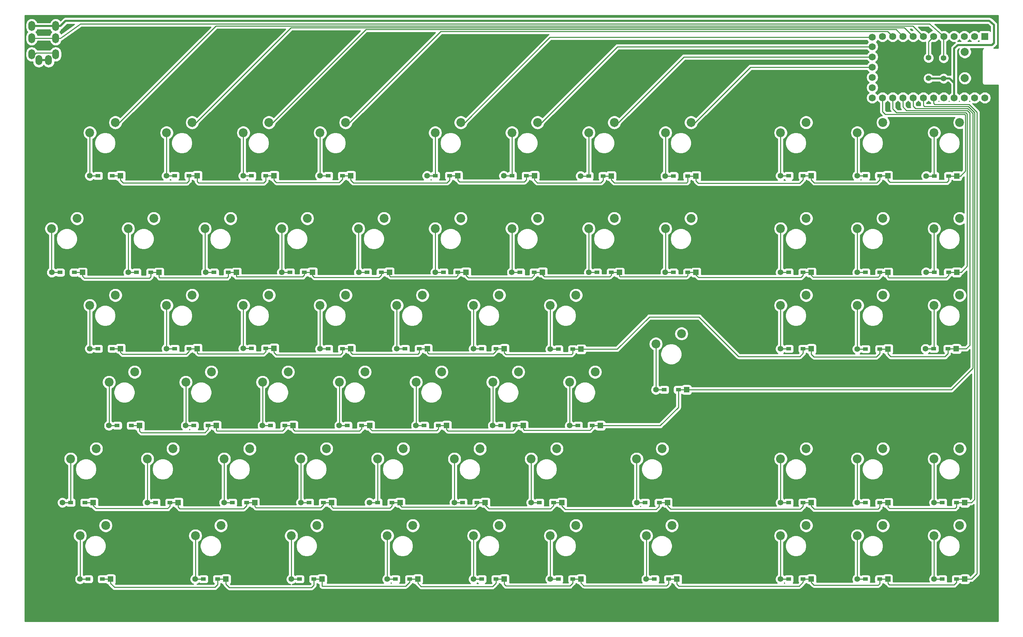
<source format=gtl>
G04 #@! TF.GenerationSoftware,KiCad,Pcbnew,(5.1.8)-1*
G04 #@! TF.CreationDate,2020-12-12T14:34:52+09:00*
G04 #@! TF.ProjectId,keyboard-layouter-playground,6b657962-6f61-4726-942d-6c61796f7574,rev?*
G04 #@! TF.SameCoordinates,Original*
G04 #@! TF.FileFunction,Copper,L1,Top*
G04 #@! TF.FilePolarity,Positive*
%FSLAX46Y46*%
G04 Gerber Fmt 4.6, Leading zero omitted, Abs format (unit mm)*
G04 Created by KiCad (PCBNEW (5.1.8)-1) date 2020-12-12 14:34:52*
%MOMM*%
%LPD*%
G01*
G04 APERTURE LIST*
G04 #@! TA.AperFunction,ComponentPad*
%ADD10C,1.752600*%
G04 #@! TD*
G04 #@! TA.AperFunction,ComponentPad*
%ADD11R,1.752600X1.752600*%
G04 #@! TD*
G04 #@! TA.AperFunction,ComponentPad*
%ADD12C,2.000000*%
G04 #@! TD*
G04 #@! TA.AperFunction,ComponentPad*
%ADD13C,2.200000*%
G04 #@! TD*
G04 #@! TA.AperFunction,ComponentPad*
%ADD14C,1.397000*%
G04 #@! TD*
G04 #@! TA.AperFunction,ComponentPad*
%ADD15O,1.700000X2.500000*%
G04 #@! TD*
G04 #@! TA.AperFunction,SMDPad,CuDef*
%ADD16R,1.300000X0.950000*%
G04 #@! TD*
G04 #@! TA.AperFunction,ComponentPad*
%ADD17R,1.397000X1.397000*%
G04 #@! TD*
G04 #@! TA.AperFunction,Conductor*
%ADD18C,0.250000*%
G04 #@! TD*
G04 #@! TA.AperFunction,Conductor*
%ADD19C,0.500000*%
G04 #@! TD*
G04 #@! TA.AperFunction,NonConductor*
%ADD20C,0.254000*%
G04 #@! TD*
G04 #@! TA.AperFunction,NonConductor*
%ADD21C,0.100000*%
G04 #@! TD*
G04 APERTURE END LIST*
D10*
X227030000Y-104420000D03*
X227030000Y-106960000D03*
X227030000Y-109500000D03*
X227030000Y-112040000D03*
X227030000Y-114580000D03*
X254970000Y-117120000D03*
X227030000Y-102108600D03*
X252430000Y-117120000D03*
X249890000Y-117120000D03*
X247350000Y-117120000D03*
X244810000Y-117120000D03*
X242270000Y-117120000D03*
X239730000Y-117120000D03*
X237190000Y-117120000D03*
X234650000Y-117120000D03*
X232110000Y-117120000D03*
X229570000Y-117120000D03*
X227030000Y-117120000D03*
X229570000Y-101880000D03*
X232110000Y-101880000D03*
X234650000Y-101880000D03*
X237190000Y-101880000D03*
X239730000Y-101880000D03*
X242270000Y-101880000D03*
X244810000Y-101880000D03*
X247350000Y-101880000D03*
X249890000Y-101880000D03*
X252430000Y-101880000D03*
D11*
X254970000Y-101880000D03*
D12*
X250000000Y-105750000D03*
X250000000Y-112250000D03*
D13*
X173318000Y-178178000D03*
X179668000Y-175638000D03*
X30400000Y-225790000D03*
X36750000Y-223250000D03*
X168556000Y-206752000D03*
X174906000Y-204212000D03*
X170938000Y-225802000D03*
X177288000Y-223262000D03*
X106644000Y-225802000D03*
X112994000Y-223262000D03*
X82831000Y-225802000D03*
X89181000Y-223262000D03*
X59018000Y-225802000D03*
X65368000Y-223262000D03*
X242375000Y-225802000D03*
X248725000Y-223262000D03*
X223325000Y-225802000D03*
X229675000Y-223262000D03*
X204275000Y-225802000D03*
X210625000Y-223262000D03*
X147125000Y-225802000D03*
X153475000Y-223262000D03*
X128075000Y-225802000D03*
X134425000Y-223262000D03*
X242375000Y-206752000D03*
X248725000Y-204212000D03*
X223325000Y-206752000D03*
X229675000Y-204212000D03*
X204275000Y-206752000D03*
X210625000Y-204212000D03*
X142362000Y-206752000D03*
X148712000Y-204212000D03*
X123312000Y-206752000D03*
X129662000Y-204212000D03*
X104262000Y-206752000D03*
X110612000Y-204212000D03*
X85212000Y-206752000D03*
X91562000Y-204212000D03*
X66162000Y-206752000D03*
X72512000Y-204212000D03*
X47112000Y-206752000D03*
X53462000Y-204212000D03*
X28062000Y-206752000D03*
X34412000Y-204212000D03*
X151888000Y-187702000D03*
X158238000Y-185162000D03*
X132838000Y-187702000D03*
X139188000Y-185162000D03*
X113788000Y-187702000D03*
X120138000Y-185162000D03*
X94738000Y-187702000D03*
X101088000Y-185162000D03*
X75688000Y-187702000D03*
X82038000Y-185162000D03*
X56638000Y-187702000D03*
X62988000Y-185162000D03*
X37588000Y-187702000D03*
X43938000Y-185162000D03*
X242375000Y-168652000D03*
X248725000Y-166112000D03*
X223325000Y-168652000D03*
X229675000Y-166112000D03*
X204275000Y-168652000D03*
X210625000Y-166112000D03*
X147125000Y-168652000D03*
X153475000Y-166112000D03*
X128075000Y-168652000D03*
X134425000Y-166112000D03*
X109025000Y-168652000D03*
X115375000Y-166112000D03*
X89975000Y-168652000D03*
X96325000Y-166112000D03*
X70925000Y-168652000D03*
X77275000Y-166112000D03*
X51875000Y-168652000D03*
X58225000Y-166112000D03*
X32825000Y-168652000D03*
X39175000Y-166112000D03*
X242375000Y-149602000D03*
X248725000Y-147062000D03*
X223325000Y-149602000D03*
X229675000Y-147062000D03*
X204275000Y-149602000D03*
X210625000Y-147062000D03*
X175700000Y-149602000D03*
X182050000Y-147062000D03*
X156650000Y-149602000D03*
X163000000Y-147062000D03*
X137600000Y-149602000D03*
X143950000Y-147062000D03*
X118550000Y-149602000D03*
X124900000Y-147062000D03*
X99500000Y-149602000D03*
X105850000Y-147062000D03*
X80450000Y-149602000D03*
X86800000Y-147062000D03*
X61400000Y-149602000D03*
X67750000Y-147062000D03*
X42350000Y-149602000D03*
X48700000Y-147062000D03*
X23300000Y-149602000D03*
X29650000Y-147062000D03*
X242375000Y-125790000D03*
X248725000Y-123250000D03*
X223325000Y-125790000D03*
X229675000Y-123250000D03*
X204275000Y-125790000D03*
X210625000Y-123250000D03*
X175700000Y-125790000D03*
X182050000Y-123250000D03*
X156650000Y-125790000D03*
X163000000Y-123250000D03*
X137600000Y-125790000D03*
X143950000Y-123250000D03*
X118550000Y-125790000D03*
X124900000Y-123250000D03*
X89975000Y-125790000D03*
X96325000Y-123250000D03*
X70925000Y-125790000D03*
X77275000Y-123250000D03*
X51875000Y-125790000D03*
X58225000Y-123250000D03*
X32825000Y-125790000D03*
X39175000Y-123250000D03*
D14*
X244750000Y-112330000D03*
X244750000Y-107250000D03*
X241000000Y-112290000D03*
X241000000Y-107210000D03*
D15*
X18400000Y-106300000D03*
X22600000Y-107800000D03*
X18400000Y-99300000D03*
X18400000Y-102300000D03*
X24350000Y-99300000D03*
X24350000Y-102300000D03*
X24350000Y-106300000D03*
X20150000Y-107800000D03*
D16*
X175358820Y-189561900D03*
D14*
X173323820Y-189561900D03*
D17*
X180943820Y-189561900D03*
D16*
X178908820Y-189561900D03*
X32408820Y-236561900D03*
D14*
X30373820Y-236561900D03*
D17*
X37993820Y-236561900D03*
D16*
X35958820Y-236561900D03*
X170608820Y-217561900D03*
D14*
X168573820Y-217561900D03*
D17*
X176193820Y-217561900D03*
D16*
X174158820Y-217561900D03*
X172958820Y-236561900D03*
D14*
X170923820Y-236561900D03*
D17*
X178543820Y-236561900D03*
D16*
X176508820Y-236561900D03*
X108658820Y-236561900D03*
D14*
X106623820Y-236561900D03*
D17*
X114243820Y-236561900D03*
D16*
X112208820Y-236561900D03*
X84858820Y-236561900D03*
D14*
X82823820Y-236561900D03*
D17*
X90443820Y-236561900D03*
D16*
X88408820Y-236561900D03*
X61008820Y-236561900D03*
D14*
X58973820Y-236561900D03*
D17*
X66593820Y-236561900D03*
D16*
X64558820Y-236561900D03*
X244408820Y-236561900D03*
D14*
X242373820Y-236561900D03*
D17*
X249993820Y-236561900D03*
D16*
X247958820Y-236561900D03*
X225308820Y-236561900D03*
D14*
X223273820Y-236561900D03*
D17*
X230893820Y-236561900D03*
D16*
X228858820Y-236561900D03*
X206308820Y-236561900D03*
D14*
X204273820Y-236561900D03*
D17*
X211893820Y-236561900D03*
D16*
X209858820Y-236561900D03*
X149158820Y-236561900D03*
D14*
X147123820Y-236561900D03*
D17*
X154743820Y-236561900D03*
D16*
X152708820Y-236561900D03*
X130108820Y-236561900D03*
D14*
X128073820Y-236561900D03*
D17*
X135693820Y-236561900D03*
D16*
X133658820Y-236561900D03*
X244408820Y-217561900D03*
D14*
X242373820Y-217561900D03*
D17*
X249993820Y-217561900D03*
D16*
X247958820Y-217561900D03*
X225358820Y-217611900D03*
D14*
X223323820Y-217611900D03*
D17*
X230943820Y-217611900D03*
D16*
X228908820Y-217611900D03*
X206308820Y-217561900D03*
D14*
X204273820Y-217561900D03*
D17*
X211893820Y-217561900D03*
D16*
X209858820Y-217561900D03*
X144408820Y-217561900D03*
D14*
X142373820Y-217561900D03*
D17*
X149993820Y-217561900D03*
D16*
X147958820Y-217561900D03*
X125358820Y-217561900D03*
D14*
X123323820Y-217561900D03*
D17*
X130943820Y-217561900D03*
D16*
X128908820Y-217561900D03*
X104258820Y-217561900D03*
D14*
X102223820Y-217561900D03*
D17*
X109843820Y-217561900D03*
D16*
X107808820Y-217561900D03*
X87258820Y-217561900D03*
D14*
X85223820Y-217561900D03*
D17*
X92843820Y-217561900D03*
D16*
X90808820Y-217561900D03*
X68158820Y-217561900D03*
D14*
X66123820Y-217561900D03*
D17*
X73743820Y-217561900D03*
D16*
X71708820Y-217561900D03*
X49158820Y-217561900D03*
D14*
X47123820Y-217561900D03*
D17*
X54743820Y-217561900D03*
D16*
X52708820Y-217561900D03*
X28058820Y-217561900D03*
D14*
X26023820Y-217561900D03*
D17*
X33643820Y-217561900D03*
D16*
X31608820Y-217561900D03*
X153958820Y-198461900D03*
D14*
X151923820Y-198461900D03*
D17*
X159543820Y-198461900D03*
D16*
X157508820Y-198461900D03*
X134858820Y-198461900D03*
D14*
X132823820Y-198461900D03*
D17*
X140443820Y-198461900D03*
D16*
X138408820Y-198461900D03*
X115808820Y-198461900D03*
D14*
X113773820Y-198461900D03*
D17*
X121393820Y-198461900D03*
D16*
X119358820Y-198461900D03*
X96758820Y-198461900D03*
D14*
X94723820Y-198461900D03*
D17*
X102343820Y-198461900D03*
D16*
X100308820Y-198461900D03*
X77708820Y-198461900D03*
D14*
X75673820Y-198461900D03*
D17*
X83293820Y-198461900D03*
D16*
X81258820Y-198461900D03*
X58658820Y-198461900D03*
D14*
X56623820Y-198461900D03*
D17*
X64243820Y-198461900D03*
D16*
X62208820Y-198461900D03*
X39608820Y-198461900D03*
D14*
X37573820Y-198461900D03*
D17*
X45193820Y-198461900D03*
D16*
X43158820Y-198461900D03*
X242308820Y-179411900D03*
D14*
X240273820Y-179411900D03*
D17*
X247893820Y-179411900D03*
D16*
X245858820Y-179411900D03*
X225358820Y-179461900D03*
D14*
X223323820Y-179461900D03*
D17*
X230943820Y-179461900D03*
D16*
X228908820Y-179461900D03*
X206308820Y-179411900D03*
D14*
X204273820Y-179411900D03*
D17*
X211893820Y-179411900D03*
D16*
X209858820Y-179411900D03*
X149158820Y-179511900D03*
D14*
X147123820Y-179511900D03*
D17*
X154743820Y-179511900D03*
D16*
X152708820Y-179511900D03*
X130108820Y-179411900D03*
D14*
X128073820Y-179411900D03*
D17*
X135693820Y-179411900D03*
D16*
X133658820Y-179411900D03*
X111058820Y-179411900D03*
D14*
X109023820Y-179411900D03*
D17*
X116643820Y-179411900D03*
D16*
X114608820Y-179411900D03*
X92008820Y-179411900D03*
D14*
X89973820Y-179411900D03*
D17*
X97593820Y-179411900D03*
D16*
X95558820Y-179411900D03*
X72958820Y-179311900D03*
D14*
X70923820Y-179311900D03*
D17*
X78543820Y-179311900D03*
D16*
X76508820Y-179311900D03*
X53908820Y-179361900D03*
D14*
X51873820Y-179361900D03*
D17*
X59493820Y-179361900D03*
D16*
X57458820Y-179361900D03*
X34858820Y-179361900D03*
D14*
X32823820Y-179361900D03*
D17*
X40443820Y-179361900D03*
D16*
X38408820Y-179361900D03*
X242408820Y-160411900D03*
D14*
X240373820Y-160411900D03*
D17*
X247993820Y-160411900D03*
D16*
X245958820Y-160411900D03*
X225358820Y-160461900D03*
D14*
X223323820Y-160461900D03*
D17*
X230943820Y-160461900D03*
D16*
X228908820Y-160461900D03*
X206308820Y-160461900D03*
D14*
X204273820Y-160461900D03*
D17*
X211893820Y-160461900D03*
D16*
X209858820Y-160461900D03*
X177708820Y-160461900D03*
D14*
X175673820Y-160461900D03*
D17*
X183293820Y-160461900D03*
D16*
X181258820Y-160461900D03*
X158708820Y-160461900D03*
D14*
X156673820Y-160461900D03*
D17*
X164293820Y-160461900D03*
D16*
X162258820Y-160461900D03*
X139608820Y-160411900D03*
D14*
X137573820Y-160411900D03*
D17*
X145193820Y-160411900D03*
D16*
X143158820Y-160411900D03*
X120608820Y-160411900D03*
D14*
X118573820Y-160411900D03*
D17*
X126193820Y-160411900D03*
D16*
X124158820Y-160411900D03*
X101608820Y-160411900D03*
D14*
X99573820Y-160411900D03*
D17*
X107193820Y-160411900D03*
D16*
X105158820Y-160411900D03*
X82508820Y-160411900D03*
D14*
X80473820Y-160411900D03*
D17*
X88093820Y-160411900D03*
D16*
X86058820Y-160411900D03*
X63658820Y-160461900D03*
D14*
X61623820Y-160461900D03*
D17*
X69243820Y-160461900D03*
D16*
X67208820Y-160461900D03*
X44408820Y-160461900D03*
D14*
X42373820Y-160461900D03*
D17*
X49993820Y-160461900D03*
D16*
X47958820Y-160461900D03*
X25408820Y-160461900D03*
D14*
X23373820Y-160461900D03*
D17*
X30993820Y-160461900D03*
D16*
X28958820Y-160461900D03*
X246008820Y-136511900D03*
D17*
X248043820Y-136511900D03*
D14*
X240423820Y-136511900D03*
D16*
X242458820Y-136511900D03*
X228858820Y-136461900D03*
D17*
X230893820Y-136461900D03*
D14*
X223273820Y-136461900D03*
D16*
X225308820Y-136461900D03*
X209858820Y-136461900D03*
D17*
X211893820Y-136461900D03*
D14*
X204273820Y-136461900D03*
D16*
X206308820Y-136461900D03*
X181258820Y-136511900D03*
D17*
X183293820Y-136511900D03*
D14*
X175673820Y-136511900D03*
D16*
X177708820Y-136511900D03*
X160208820Y-136511900D03*
D17*
X162243820Y-136511900D03*
D14*
X154623820Y-136511900D03*
D16*
X156658820Y-136511900D03*
X141158820Y-136461900D03*
D17*
X143193820Y-136461900D03*
D14*
X135573820Y-136461900D03*
D16*
X137608820Y-136461900D03*
X122108820Y-136461900D03*
D17*
X124143820Y-136461900D03*
D14*
X116523820Y-136461900D03*
D16*
X118558820Y-136461900D03*
X95558820Y-136461900D03*
D17*
X97593820Y-136461900D03*
D14*
X89973820Y-136461900D03*
D16*
X92008820Y-136461900D03*
X76508820Y-136461900D03*
D17*
X78543820Y-136461900D03*
D14*
X70923820Y-136461900D03*
D16*
X72958820Y-136461900D03*
X57458820Y-136461900D03*
D17*
X59493820Y-136461900D03*
D14*
X51873820Y-136461900D03*
D16*
X53908820Y-136461900D03*
X38408820Y-136461900D03*
D17*
X40443820Y-136461900D03*
D14*
X32823820Y-136461900D03*
D16*
X34858820Y-136461900D03*
D18*
X38408820Y-136461900D02*
X40443820Y-136461900D01*
X57458820Y-136461900D02*
X59493820Y-136461900D01*
X76508820Y-136461900D02*
X78543820Y-136461900D01*
X95558820Y-136461900D02*
X97593820Y-136461900D01*
X122108820Y-136461900D02*
X124143820Y-136461900D01*
X141158820Y-136461900D02*
X143193820Y-136461900D01*
X160208820Y-136511900D02*
X162243820Y-136511900D01*
X181258820Y-136511900D02*
X183293820Y-136511900D01*
X209858820Y-136461900D02*
X211893820Y-136461900D01*
X228858820Y-136461900D02*
X230893820Y-136461900D01*
X229570000Y-120570000D02*
X229570000Y-117120000D01*
X250000000Y-121250000D02*
X230250000Y-121250000D01*
X230250000Y-121250000D02*
X229570000Y-120570000D01*
X250150001Y-121400001D02*
X250000000Y-121250000D01*
X250150001Y-135299999D02*
X250150001Y-121400001D01*
X248938100Y-136511900D02*
X250150001Y-135299999D01*
X248043820Y-136511900D02*
X248938100Y-136511900D01*
X40443820Y-136461900D02*
X40443820Y-137593820D01*
X40443820Y-137593820D02*
X41100000Y-138250000D01*
X41100000Y-138250000D02*
X56900000Y-138250000D01*
X57458820Y-137691180D02*
X57458820Y-136461900D01*
X56900000Y-138250000D02*
X57458820Y-137691180D01*
X59493820Y-136461900D02*
X59493820Y-137893820D01*
X59493820Y-137893820D02*
X59850000Y-138250000D01*
X59850000Y-138250000D02*
X76000000Y-138250000D01*
X76508820Y-137741180D02*
X76508820Y-136461900D01*
X76000000Y-138250000D02*
X76508820Y-137741180D01*
X78543820Y-136461900D02*
X78543820Y-137543820D01*
X78543820Y-137543820D02*
X79150000Y-138150000D01*
X79150000Y-138150000D02*
X94700000Y-138150000D01*
X95558820Y-137291180D02*
X95558820Y-136461900D01*
X94700000Y-138150000D02*
X95558820Y-137291180D01*
X97593820Y-136461900D02*
X97593820Y-137543820D01*
X97593820Y-137543820D02*
X98250000Y-138200000D01*
X98250000Y-138200000D02*
X121450000Y-138200000D01*
X122108820Y-137541180D02*
X122108820Y-136461900D01*
X121450000Y-138200000D02*
X122108820Y-137541180D01*
X124143820Y-136461900D02*
X124143820Y-137543820D01*
X124143820Y-137543820D02*
X124600000Y-138000000D01*
X124600000Y-138000000D02*
X140650000Y-138000000D01*
X141158820Y-137491180D02*
X141158820Y-136461900D01*
X140650000Y-138000000D02*
X141158820Y-137491180D01*
X143193820Y-136461900D02*
X143193820Y-137506180D01*
X143193820Y-137506180D02*
X143887640Y-138200000D01*
X143887640Y-138200000D02*
X159650000Y-138200000D01*
X160208820Y-137641180D02*
X160208820Y-136511900D01*
X159650000Y-138200000D02*
X160208820Y-137641180D01*
X162243820Y-136511900D02*
X162243820Y-137443820D01*
X162243820Y-137443820D02*
X163000000Y-138200000D01*
X163000000Y-138200000D02*
X181000000Y-138200000D01*
X181258820Y-137941180D02*
X181258820Y-136511900D01*
X181000000Y-138200000D02*
X181258820Y-137941180D01*
X183293820Y-136511900D02*
X183293820Y-137743820D01*
X183293820Y-137743820D02*
X183850000Y-138300000D01*
X183850000Y-138300000D02*
X209000000Y-138300000D01*
X209858820Y-137441180D02*
X209858820Y-136461900D01*
X209000000Y-138300000D02*
X209858820Y-137441180D01*
X211893820Y-136461900D02*
X211893820Y-137443820D01*
X211893820Y-137443820D02*
X212650000Y-138200000D01*
X212650000Y-138200000D02*
X228150000Y-138200000D01*
X228858820Y-137491180D02*
X228858820Y-136461900D01*
X228150000Y-138200000D02*
X228858820Y-137491180D01*
X230893820Y-136461900D02*
X230893820Y-137556180D01*
X230893820Y-137556180D02*
X231437640Y-138100000D01*
X231437640Y-138100000D02*
X245550000Y-138100000D01*
X246008820Y-137641180D02*
X246008820Y-136511900D01*
X245550000Y-138100000D02*
X246008820Y-137641180D01*
X246008820Y-136511900D02*
X248043820Y-136511900D01*
X32825000Y-136460720D02*
X32823820Y-136461900D01*
X32825000Y-125790000D02*
X32825000Y-136460720D01*
X32823820Y-136461900D02*
X34858820Y-136461900D01*
X51875000Y-136460720D02*
X51873820Y-136461900D01*
X51875000Y-125790000D02*
X51875000Y-136460720D01*
X51873820Y-136461900D02*
X53908820Y-136461900D01*
X70925000Y-136460720D02*
X70923820Y-136461900D01*
X70925000Y-125790000D02*
X70925000Y-136460720D01*
X70923820Y-136461900D02*
X72958820Y-136461900D01*
X89975000Y-136460720D02*
X89973820Y-136461900D01*
X89975000Y-125790000D02*
X89975000Y-136460720D01*
X89973820Y-136461900D02*
X92008820Y-136461900D01*
X118550000Y-136453080D02*
X118558820Y-136461900D01*
X118550000Y-125790000D02*
X118550000Y-136453080D01*
X118558820Y-136461900D02*
X116523820Y-136461900D01*
X137600000Y-136453080D02*
X137608820Y-136461900D01*
X137600000Y-125790000D02*
X137600000Y-136453080D01*
X137608820Y-136461900D02*
X135573820Y-136461900D01*
X156650000Y-136503080D02*
X156658820Y-136511900D01*
X156650000Y-125790000D02*
X156650000Y-136503080D01*
X156658820Y-136511900D02*
X154623820Y-136511900D01*
X175700000Y-136485720D02*
X175673820Y-136511900D01*
X175700000Y-125790000D02*
X175700000Y-136485720D01*
X175673820Y-136511900D02*
X177708820Y-136511900D01*
X204275000Y-136460720D02*
X204273820Y-136461900D01*
X204275000Y-125790000D02*
X204275000Y-136460720D01*
X204273820Y-136461900D02*
X206308820Y-136461900D01*
X223325000Y-136410720D02*
X223273820Y-136461900D01*
X223325000Y-125790000D02*
X223325000Y-136410720D01*
X223273820Y-136461900D02*
X225308820Y-136461900D01*
X242375000Y-136428080D02*
X242458820Y-136511900D01*
X242375000Y-125790000D02*
X242375000Y-136428080D01*
X242458820Y-136511900D02*
X240423820Y-136511900D01*
X28958820Y-160461900D02*
X30993820Y-160461900D01*
X47958820Y-160461900D02*
X49993820Y-160461900D01*
X67208820Y-160461900D02*
X69243820Y-160461900D01*
X86058820Y-160411900D02*
X88093820Y-160411900D01*
X105158820Y-160411900D02*
X107193820Y-160411900D01*
X124158820Y-160411900D02*
X126193820Y-160411900D01*
X143158820Y-160411900D02*
X145193820Y-160411900D01*
X162258820Y-160461900D02*
X164293820Y-160461900D01*
X181258820Y-160461900D02*
X183293820Y-160461900D01*
X209858820Y-160461900D02*
X211893820Y-160461900D01*
X228908820Y-160461900D02*
X230943820Y-160461900D01*
X245958820Y-160411900D02*
X247993820Y-160411900D01*
X232110000Y-119860000D02*
X232110000Y-117120000D01*
X233049990Y-120799990D02*
X232110000Y-119860000D01*
X250250012Y-120799990D02*
X233049990Y-120799990D01*
X250600011Y-158899989D02*
X250600011Y-121149989D01*
X250600011Y-121149989D02*
X250250012Y-120799990D01*
X249088100Y-160411900D02*
X250600011Y-158899989D01*
X247993820Y-160411900D02*
X249088100Y-160411900D01*
X30993820Y-160461900D02*
X30993820Y-161393820D01*
X30993820Y-161393820D02*
X31450000Y-161850000D01*
X31450000Y-161850000D02*
X47650000Y-161850000D01*
X47958820Y-161541180D02*
X47958820Y-160461900D01*
X47650000Y-161850000D02*
X47958820Y-161541180D01*
X49993820Y-160461900D02*
X49993820Y-161606180D01*
X49993820Y-161606180D02*
X50187640Y-161800000D01*
X50187640Y-161800000D02*
X66900000Y-161800000D01*
X67208820Y-161491180D02*
X67208820Y-160461900D01*
X66900000Y-161800000D02*
X67208820Y-161491180D01*
X69243820Y-160461900D02*
X69243820Y-161543820D01*
X69243820Y-161543820D02*
X85656180Y-161543820D01*
X86058820Y-161141180D02*
X86058820Y-160411900D01*
X85656180Y-161543820D02*
X86058820Y-161141180D01*
X105158820Y-161141180D02*
X105158820Y-160411900D01*
X104600000Y-161700000D02*
X105158820Y-161141180D01*
X88093820Y-161243820D02*
X88550000Y-161700000D01*
X88550000Y-161700000D02*
X104600000Y-161700000D01*
X88093820Y-160411900D02*
X88093820Y-161243820D01*
X107193820Y-160411900D02*
X107193820Y-161293820D01*
X107193820Y-161293820D02*
X107400000Y-161500000D01*
X107400000Y-161500000D02*
X123800000Y-161500000D01*
X124158820Y-161141180D02*
X124158820Y-160411900D01*
X123800000Y-161500000D02*
X124158820Y-161141180D01*
X126193820Y-160411900D02*
X126193820Y-161193820D01*
X126193820Y-161193820D02*
X126750000Y-161750000D01*
X126750000Y-161750000D02*
X142550000Y-161750000D01*
X143158820Y-161141180D02*
X143158820Y-160411900D01*
X142550000Y-161750000D02*
X143158820Y-161141180D01*
X145193820Y-160411900D02*
X145193820Y-161043820D01*
X145635401Y-161485401D02*
X161885401Y-161485401D01*
X145193820Y-161043820D02*
X145635401Y-161485401D01*
X162258820Y-161111982D02*
X162258820Y-160461900D01*
X161885401Y-161485401D02*
X162258820Y-161111982D01*
X164293820Y-160461900D02*
X164293820Y-161393820D01*
X164385401Y-161485401D02*
X180964599Y-161485401D01*
X164293820Y-161393820D02*
X164385401Y-161485401D01*
X181258820Y-161191180D02*
X181258820Y-160461900D01*
X180964599Y-161485401D02*
X181258820Y-161191180D01*
X183293820Y-160461900D02*
X183293820Y-161093820D01*
X183293820Y-161093820D02*
X183900000Y-161700000D01*
X183900000Y-161700000D02*
X209350000Y-161700000D01*
X209858820Y-161191180D02*
X209858820Y-160461900D01*
X209350000Y-161700000D02*
X209858820Y-161191180D01*
X211893820Y-160461900D02*
X211893820Y-161143820D01*
X211893820Y-161143820D02*
X212400000Y-161650000D01*
X212400000Y-161650000D02*
X228500000Y-161650000D01*
X228908820Y-161241180D02*
X228908820Y-160461900D01*
X228500000Y-161650000D02*
X228908820Y-161241180D01*
X230943820Y-160461900D02*
X230943820Y-161593820D01*
X230943820Y-161593820D02*
X231150000Y-161800000D01*
X231150000Y-161800000D02*
X245350000Y-161800000D01*
X245958820Y-161191180D02*
X245958820Y-160411900D01*
X245350000Y-161800000D02*
X245958820Y-161191180D01*
X23300000Y-160388080D02*
X23373820Y-160461900D01*
X23300000Y-149602000D02*
X23300000Y-160388080D01*
X23373820Y-160461900D02*
X25408820Y-160461900D01*
X42350000Y-160438080D02*
X42373820Y-160461900D01*
X42350000Y-149602000D02*
X42350000Y-160438080D01*
X42373820Y-160461900D02*
X44408820Y-160461900D01*
X61400000Y-160238080D02*
X61623820Y-160461900D01*
X61400000Y-149602000D02*
X61400000Y-160238080D01*
X61623820Y-160461900D02*
X63658820Y-160461900D01*
X80450000Y-160388080D02*
X80473820Y-160411900D01*
X80450000Y-149602000D02*
X80450000Y-160388080D01*
X80473820Y-160411900D02*
X82508820Y-160411900D01*
X99500000Y-160338080D02*
X99573820Y-160411900D01*
X99500000Y-149602000D02*
X99500000Y-160338080D01*
X99573820Y-160411900D02*
X101608820Y-160411900D01*
X118550000Y-160388080D02*
X118573820Y-160411900D01*
X118550000Y-149602000D02*
X118550000Y-160388080D01*
X118573820Y-160411900D02*
X120608820Y-160411900D01*
X137600000Y-160385720D02*
X137573820Y-160411900D01*
X137600000Y-149602000D02*
X137600000Y-160385720D01*
X137573820Y-160411900D02*
X139608820Y-160411900D01*
X156650000Y-160438080D02*
X156673820Y-160461900D01*
X156650000Y-149602000D02*
X156650000Y-160438080D01*
X156673820Y-160461900D02*
X158708820Y-160461900D01*
X175700000Y-160435720D02*
X175673820Y-160461900D01*
X175700000Y-149602000D02*
X175700000Y-160435720D01*
X175673820Y-160461900D02*
X177708820Y-160461900D01*
X204275000Y-160460720D02*
X204273820Y-160461900D01*
X204275000Y-149602000D02*
X204275000Y-160460720D01*
X204273820Y-160461900D02*
X206308820Y-160461900D01*
X223325000Y-160460720D02*
X223323820Y-160461900D01*
X223325000Y-149602000D02*
X223325000Y-160460720D01*
X223323820Y-160461900D02*
X225358820Y-160461900D01*
X242375000Y-160378080D02*
X242408820Y-160411900D01*
X242375000Y-149602000D02*
X242375000Y-160378080D01*
X242408820Y-160411900D02*
X240373820Y-160411900D01*
X38408820Y-179361900D02*
X40443820Y-179361900D01*
X57458820Y-179361900D02*
X59493820Y-179361900D01*
X76508820Y-179311900D02*
X78543820Y-179311900D01*
X95558820Y-179411900D02*
X97593820Y-179411900D01*
X114608820Y-179411900D02*
X116643820Y-179411900D01*
X133658820Y-179411900D02*
X135693820Y-179411900D01*
X152708820Y-179511900D02*
X154743820Y-179511900D01*
X209858820Y-179411900D02*
X211893820Y-179411900D01*
X228908820Y-179461900D02*
X230943820Y-179461900D01*
X245858820Y-179411900D02*
X247893820Y-179411900D01*
X234650000Y-119400000D02*
X234650000Y-117120000D01*
X235500000Y-120250000D02*
X234650000Y-119400000D01*
X250636410Y-120250000D02*
X235500000Y-120250000D01*
X251250000Y-178500000D02*
X251250000Y-120863590D01*
X251250000Y-120863590D02*
X250636410Y-120250000D01*
X250338100Y-179411900D02*
X251250000Y-178500000D01*
X247893820Y-179411900D02*
X250338100Y-179411900D01*
X40443820Y-179361900D02*
X40443820Y-180293820D01*
X40443820Y-180293820D02*
X40900000Y-180750000D01*
X40900000Y-180750000D02*
X56750000Y-180750000D01*
X57458820Y-180041180D02*
X57458820Y-179361900D01*
X56750000Y-180750000D02*
X57458820Y-180041180D01*
X59493820Y-179361900D02*
X59493820Y-180393820D01*
X59493820Y-180393820D02*
X59750000Y-180650000D01*
X59750000Y-180650000D02*
X75950000Y-180650000D01*
X76508820Y-180091180D02*
X76508820Y-179311900D01*
X75950000Y-180650000D02*
X76508820Y-180091180D01*
X78543820Y-179311900D02*
X78543820Y-180343820D01*
X78543820Y-180343820D02*
X79150000Y-180950000D01*
X79150000Y-180950000D02*
X95000000Y-180950000D01*
X95558820Y-180391180D02*
X95558820Y-179411900D01*
X95000000Y-180950000D02*
X95558820Y-180391180D01*
X97593820Y-179411900D02*
X97593820Y-180343820D01*
X97593820Y-180343820D02*
X98000000Y-180750000D01*
X98000000Y-180750000D02*
X114250000Y-180750000D01*
X114608820Y-180391180D02*
X114608820Y-179411900D01*
X114250000Y-180750000D02*
X114608820Y-180391180D01*
X116643820Y-179411900D02*
X116643820Y-180293820D01*
X116643820Y-180293820D02*
X117000000Y-180650000D01*
X117000000Y-180650000D02*
X132950000Y-180650000D01*
X133658820Y-179941180D02*
X133658820Y-179411900D01*
X132950000Y-180650000D02*
X133658820Y-179941180D01*
X135693820Y-179411900D02*
X135693820Y-180393820D01*
X135693820Y-180393820D02*
X136100000Y-180800000D01*
X136100000Y-180800000D02*
X152400000Y-180800000D01*
X152708820Y-180491180D02*
X152708820Y-179511900D01*
X152400000Y-180800000D02*
X152708820Y-180491180D01*
X154743820Y-179511900D02*
X163688100Y-179511900D01*
X163688100Y-179511900D02*
X171700000Y-171500000D01*
X171700000Y-171500000D02*
X184050000Y-171500000D01*
X184050000Y-171500000D02*
X193850000Y-181300000D01*
X193850000Y-181300000D02*
X209050000Y-181300000D01*
X209858820Y-180491180D02*
X209858820Y-179411900D01*
X209050000Y-181300000D02*
X209858820Y-180491180D01*
X211893820Y-179411900D02*
X211893820Y-180743820D01*
X211893820Y-180743820D02*
X212550000Y-181400000D01*
X212550000Y-181400000D02*
X228050000Y-181400000D01*
X228908820Y-180541180D02*
X228908820Y-179461900D01*
X228050000Y-181400000D02*
X228908820Y-180541180D01*
X230943820Y-179461900D02*
X230943820Y-180693820D01*
X230943820Y-180693820D02*
X231600000Y-181350000D01*
X231600000Y-181350000D02*
X245100000Y-181350000D01*
X245858820Y-180591180D02*
X245858820Y-179411900D01*
X245100000Y-181350000D02*
X245858820Y-180591180D01*
X32825000Y-179360720D02*
X32823820Y-179361900D01*
X32825000Y-168652000D02*
X32825000Y-179360720D01*
X32823820Y-179361900D02*
X34858820Y-179361900D01*
X51875000Y-179360720D02*
X51873820Y-179361900D01*
X51875000Y-168652000D02*
X51875000Y-179360720D01*
X51873820Y-179361900D02*
X53908820Y-179361900D01*
X70925000Y-179310720D02*
X70923820Y-179311900D01*
X70925000Y-168652000D02*
X70925000Y-179310720D01*
X70923820Y-179311900D02*
X72958820Y-179311900D01*
X89975000Y-179410720D02*
X89973820Y-179411900D01*
X89975000Y-168652000D02*
X89975000Y-179410720D01*
X89973820Y-179411900D02*
X92008820Y-179411900D01*
X109025000Y-179410720D02*
X109023820Y-179411900D01*
X109025000Y-168652000D02*
X109025000Y-179410720D01*
X109023820Y-179411900D02*
X111058820Y-179411900D01*
X128075000Y-179410720D02*
X128073820Y-179411900D01*
X128075000Y-168652000D02*
X128075000Y-179410720D01*
X128073820Y-179411900D02*
X130108820Y-179411900D01*
X147125000Y-179510720D02*
X147123820Y-179511900D01*
X147125000Y-168652000D02*
X147125000Y-179510720D01*
X147123820Y-179511900D02*
X149158820Y-179511900D01*
X204275000Y-179410720D02*
X204273820Y-179411900D01*
X204275000Y-168652000D02*
X204275000Y-179410720D01*
X204273820Y-179411900D02*
X206308820Y-179411900D01*
X223325000Y-179460720D02*
X223323820Y-179461900D01*
X223325000Y-168652000D02*
X223325000Y-179460720D01*
X223323820Y-179461900D02*
X225358820Y-179461900D01*
X242375000Y-179345720D02*
X242308820Y-179411900D01*
X242375000Y-168652000D02*
X242375000Y-179345720D01*
X242308820Y-179411900D02*
X240273820Y-179411900D01*
X178908820Y-189561900D02*
X180943820Y-189561900D01*
X43158820Y-198461900D02*
X45193820Y-198461900D01*
X62208820Y-198461900D02*
X64243820Y-198461900D01*
X81258820Y-198461900D02*
X83293820Y-198461900D01*
X100308820Y-198461900D02*
X102343820Y-198461900D01*
X119358820Y-198461900D02*
X121393820Y-198461900D01*
X138408820Y-198461900D02*
X140443820Y-198461900D01*
X237190000Y-119190000D02*
X237190000Y-117120000D01*
X237750000Y-119750000D02*
X237190000Y-119190000D01*
X250772820Y-119750000D02*
X237750000Y-119750000D01*
X252000000Y-120977180D02*
X250772820Y-119750000D01*
X252000000Y-184250000D02*
X252000000Y-120977180D01*
X246700000Y-189550000D02*
X252000000Y-184250000D01*
X230837410Y-189550000D02*
X246700000Y-189550000D01*
X230825510Y-189561900D02*
X230837410Y-189550000D01*
X180943820Y-189561900D02*
X230825510Y-189561900D01*
X159543820Y-198461900D02*
X174388100Y-198461900D01*
X178908820Y-193941180D02*
X178908820Y-189561900D01*
X174388100Y-198461900D02*
X178908820Y-193941180D01*
X157508820Y-198461900D02*
X159543820Y-198461900D01*
X45193820Y-198461900D02*
X45193820Y-199843820D01*
X45193820Y-199843820D02*
X45550000Y-200200000D01*
X45550000Y-200200000D02*
X61400000Y-200200000D01*
X62208820Y-199391180D02*
X62208820Y-198461900D01*
X61400000Y-200200000D02*
X62208820Y-199391180D01*
X64243820Y-198461900D02*
X64243820Y-199643820D01*
X64243820Y-199643820D02*
X64400000Y-199800000D01*
X64400000Y-199800000D02*
X80650000Y-199800000D01*
X81258820Y-199191180D02*
X81258820Y-198461900D01*
X80650000Y-199800000D02*
X81258820Y-199191180D01*
X83293820Y-198461900D02*
X83293820Y-199406180D01*
X83293820Y-199406180D02*
X83687640Y-199800000D01*
X83687640Y-199800000D02*
X99750000Y-199800000D01*
X100308820Y-199241180D02*
X100308820Y-198461900D01*
X99750000Y-199800000D02*
X100308820Y-199241180D01*
X102343820Y-198461900D02*
X102343820Y-199206180D01*
X102343820Y-199206180D02*
X102887640Y-199750000D01*
X102887640Y-199750000D02*
X118900000Y-199750000D01*
X119358820Y-199291180D02*
X119358820Y-198461900D01*
X118900000Y-199750000D02*
X119358820Y-199291180D01*
X121393820Y-198461900D02*
X121393820Y-199456180D01*
X121393820Y-199456180D02*
X121737640Y-199800000D01*
X121737640Y-199800000D02*
X137900000Y-199800000D01*
X138408820Y-199291180D02*
X138408820Y-198461900D01*
X137900000Y-199800000D02*
X138408820Y-199291180D01*
X140443820Y-198461900D02*
X140443820Y-199393820D01*
X140443820Y-199393820D02*
X140700000Y-199650000D01*
X140700000Y-199650000D02*
X156950000Y-199650000D01*
X157508820Y-199091180D02*
X157508820Y-198461900D01*
X156950000Y-199650000D02*
X157508820Y-199091180D01*
X37588000Y-198447720D02*
X37573820Y-198461900D01*
X37588000Y-187702000D02*
X37588000Y-198447720D01*
X37573820Y-198461900D02*
X39608820Y-198461900D01*
X56638000Y-198447720D02*
X56623820Y-198461900D01*
X56638000Y-187702000D02*
X56638000Y-198447720D01*
X56623820Y-198461900D02*
X58658820Y-198461900D01*
X75688000Y-198447720D02*
X75673820Y-198461900D01*
X75688000Y-187702000D02*
X75688000Y-198447720D01*
X75673820Y-198461900D02*
X77708820Y-198461900D01*
X94738000Y-198447720D02*
X94723820Y-198461900D01*
X94738000Y-187702000D02*
X94738000Y-198447720D01*
X94723820Y-198461900D02*
X96758820Y-198461900D01*
X113788000Y-198447720D02*
X113773820Y-198461900D01*
X113788000Y-187702000D02*
X113788000Y-198447720D01*
X113773820Y-198461900D02*
X115808820Y-198461900D01*
X132838000Y-198447720D02*
X132823820Y-198461900D01*
X132838000Y-187702000D02*
X132838000Y-198447720D01*
X132823820Y-198461900D02*
X134858820Y-198461900D01*
X151888000Y-198426080D02*
X151923820Y-198461900D01*
X151888000Y-187702000D02*
X151888000Y-198426080D01*
X151923820Y-198461900D02*
X153958820Y-198461900D01*
X31608820Y-217561900D02*
X33643820Y-217561900D01*
X52708820Y-217561900D02*
X54743820Y-217561900D01*
X71708820Y-217561900D02*
X73743820Y-217561900D01*
X90808820Y-217561900D02*
X92843820Y-217561900D01*
X107808820Y-217561900D02*
X109843820Y-217561900D01*
X128908820Y-217561900D02*
X130943820Y-217561900D01*
X147958820Y-217561900D02*
X149993820Y-217561900D01*
X174158820Y-217561900D02*
X176193820Y-217561900D01*
X209858820Y-217561900D02*
X211893820Y-217561900D01*
X228908820Y-217611900D02*
X230943820Y-217611900D01*
X247958820Y-217561900D02*
X249993820Y-217561900D01*
X239730000Y-118980000D02*
X239730000Y-117120000D01*
X240000000Y-119250000D02*
X239730000Y-118980000D01*
X250909230Y-119250000D02*
X240000000Y-119250000D01*
X252450010Y-120790780D02*
X250909230Y-119250000D01*
X252450010Y-216749990D02*
X252450010Y-120790780D01*
X251638100Y-217561900D02*
X252450010Y-216749990D01*
X249993820Y-217561900D02*
X251638100Y-217561900D01*
X33643820Y-217561900D02*
X33643820Y-218293820D01*
X33643820Y-218293820D02*
X34400000Y-219050000D01*
X34400000Y-219050000D02*
X52150000Y-219050000D01*
X52708820Y-218491180D02*
X52708820Y-217561900D01*
X52150000Y-219050000D02*
X52708820Y-218491180D01*
X54743820Y-217561900D02*
X54743820Y-218656180D01*
X54743820Y-218656180D02*
X55187640Y-219100000D01*
X55187640Y-219100000D02*
X70950000Y-219100000D01*
X71708820Y-218341180D02*
X71708820Y-217561900D01*
X70950000Y-219100000D02*
X71708820Y-218341180D01*
X73743820Y-217561900D02*
X73743820Y-218543820D01*
X73743820Y-218543820D02*
X74050000Y-218850000D01*
X74050000Y-218850000D02*
X90150000Y-218850000D01*
X90808820Y-218191180D02*
X90808820Y-217561900D01*
X90150000Y-218850000D02*
X90808820Y-218191180D01*
X92843820Y-217561900D02*
X92843820Y-218543820D01*
X92843820Y-218543820D02*
X93200000Y-218900000D01*
X93200000Y-218900000D02*
X107350000Y-218900000D01*
X107808820Y-218441180D02*
X107808820Y-217561900D01*
X107350000Y-218900000D02*
X107808820Y-218441180D01*
X109843820Y-217561900D02*
X109843820Y-218243820D01*
X109843820Y-218243820D02*
X110300000Y-218700000D01*
X110300000Y-218700000D02*
X128400000Y-218700000D01*
X128908820Y-218191180D02*
X128908820Y-217561900D01*
X128400000Y-218700000D02*
X128908820Y-218191180D01*
X130943820Y-217561900D02*
X130943820Y-218143820D01*
X130943820Y-218143820D02*
X131900000Y-219100000D01*
X131900000Y-219100000D02*
X147150000Y-219100000D01*
X147958820Y-218291180D02*
X147958820Y-217561900D01*
X147150000Y-219100000D02*
X147958820Y-218291180D01*
X149993820Y-217561900D02*
X149993820Y-218443820D01*
X149993820Y-218443820D02*
X150850000Y-219300000D01*
X150850000Y-219300000D02*
X173350000Y-219300000D01*
X173350000Y-219300000D02*
X174100000Y-218550000D01*
X174100000Y-217620720D02*
X174158820Y-217561900D01*
X174100000Y-218550000D02*
X174100000Y-217620720D01*
X176193820Y-217561900D02*
X176193820Y-218393820D01*
X176193820Y-218393820D02*
X177000000Y-219200000D01*
X177000000Y-219200000D02*
X209200000Y-219200000D01*
X209858820Y-218541180D02*
X209858820Y-217561900D01*
X209200000Y-219200000D02*
X209858820Y-218541180D01*
X211893820Y-217561900D02*
X211893820Y-218443820D01*
X211893820Y-218443820D02*
X212650000Y-219200000D01*
X212650000Y-219200000D02*
X228500000Y-219200000D01*
X228908820Y-218791180D02*
X228908820Y-217611900D01*
X228500000Y-219200000D02*
X228908820Y-218791180D01*
X230943820Y-217611900D02*
X230943820Y-218643820D01*
X230943820Y-218643820D02*
X231350000Y-219050000D01*
X231350000Y-219050000D02*
X247600000Y-219050000D01*
X247958820Y-218691180D02*
X247958820Y-217561900D01*
X247600000Y-219050000D02*
X247958820Y-218691180D01*
X28062000Y-217558720D02*
X28058820Y-217561900D01*
X28062000Y-206752000D02*
X28062000Y-217558720D01*
X26023820Y-217561900D02*
X28058820Y-217561900D01*
X47112000Y-217550080D02*
X47123820Y-217561900D01*
X47112000Y-206752000D02*
X47112000Y-217550080D01*
X47123820Y-217561900D02*
X49158820Y-217561900D01*
X66162000Y-217523720D02*
X66123820Y-217561900D01*
X66162000Y-206752000D02*
X66162000Y-217523720D01*
X66123820Y-217561900D02*
X68158820Y-217561900D01*
X85212000Y-217550080D02*
X85223820Y-217561900D01*
X85212000Y-206752000D02*
X85212000Y-217550080D01*
X85223820Y-217561900D02*
X87258820Y-217561900D01*
X104262000Y-217558720D02*
X104258820Y-217561900D01*
X104262000Y-206752000D02*
X104262000Y-217558720D01*
X104258820Y-217561900D02*
X102223820Y-217561900D01*
X123312000Y-217550080D02*
X123323820Y-217561900D01*
X123312000Y-206752000D02*
X123312000Y-217550080D01*
X123323820Y-217561900D02*
X125358820Y-217561900D01*
X142362000Y-217550080D02*
X142373820Y-217561900D01*
X142362000Y-206752000D02*
X142362000Y-217550080D01*
X142373820Y-217561900D02*
X144408820Y-217561900D01*
X204275000Y-217560720D02*
X204273820Y-217561900D01*
X204275000Y-206752000D02*
X204275000Y-217560720D01*
X204273820Y-217561900D02*
X206308820Y-217561900D01*
X223325000Y-217610720D02*
X223323820Y-217611900D01*
X223325000Y-206752000D02*
X223325000Y-217610720D01*
X223323820Y-217611900D02*
X225358820Y-217611900D01*
X242375000Y-217560720D02*
X242373820Y-217561900D01*
X242375000Y-206752000D02*
X242375000Y-217560720D01*
X242373820Y-217561900D02*
X244408820Y-217561900D01*
X242270000Y-118520000D02*
X242270000Y-117120000D01*
X242500000Y-118750000D02*
X242270000Y-118520000D01*
X251045640Y-118750000D02*
X242500000Y-118750000D01*
X253000000Y-120704360D02*
X251045640Y-118750000D01*
X253000000Y-235200000D02*
X253000000Y-120704360D01*
X251638100Y-236561900D02*
X253000000Y-235200000D01*
X249993820Y-236561900D02*
X251638100Y-236561900D01*
X35958820Y-236561900D02*
X37993820Y-236561900D01*
X64558820Y-236561900D02*
X66593820Y-236561900D01*
X88408820Y-236561900D02*
X90443820Y-236561900D01*
X112208820Y-236561900D02*
X114243820Y-236561900D01*
X133658820Y-236561900D02*
X135693820Y-236561900D01*
X152708820Y-236561900D02*
X154743820Y-236561900D01*
X176508820Y-236561900D02*
X178543820Y-236561900D01*
X209858820Y-236561900D02*
X211893820Y-236561900D01*
X228858820Y-236561900D02*
X230893820Y-236561900D01*
X247958820Y-236561900D02*
X249993820Y-236561900D01*
X37993820Y-236561900D02*
X37993820Y-237643820D01*
X37993820Y-237643820D02*
X38950000Y-238600000D01*
X38950000Y-238600000D02*
X63850000Y-238600000D01*
X64558820Y-237891180D02*
X64558820Y-236561900D01*
X63850000Y-238600000D02*
X64558820Y-237891180D01*
X66593820Y-236561900D02*
X66593820Y-237806180D01*
X66593820Y-237806180D02*
X67437640Y-238650000D01*
X67437640Y-238650000D02*
X87850000Y-238650000D01*
X88408820Y-238091180D02*
X88408820Y-236561900D01*
X87850000Y-238650000D02*
X88408820Y-238091180D01*
X90443820Y-236561900D02*
X90443820Y-238243820D01*
X90443820Y-238243820D02*
X90500000Y-238300000D01*
X90500000Y-238300000D02*
X111200000Y-238300000D01*
X112208820Y-237291180D02*
X112208820Y-236561900D01*
X111200000Y-238300000D02*
X112208820Y-237291180D01*
X114243820Y-236561900D02*
X114243820Y-237593820D01*
X114243820Y-237593820D02*
X115050000Y-238400000D01*
X115050000Y-238400000D02*
X132800000Y-238400000D01*
X133658820Y-237541180D02*
X133658820Y-236561900D01*
X132800000Y-238400000D02*
X133658820Y-237541180D01*
X135693820Y-236561900D02*
X135693820Y-237843820D01*
X135693820Y-237843820D02*
X136100000Y-238250000D01*
X136100000Y-238250000D02*
X152000000Y-238250000D01*
X152708820Y-237541180D02*
X152708820Y-236561900D01*
X152000000Y-238250000D02*
X152708820Y-237541180D01*
X154743820Y-236561900D02*
X154743820Y-237506180D01*
X154743820Y-237506180D02*
X155437640Y-238200000D01*
X155437640Y-238200000D02*
X176000000Y-238200000D01*
X176508820Y-237691180D02*
X176508820Y-236561900D01*
X176000000Y-238200000D02*
X176508820Y-237691180D01*
X178543820Y-236561900D02*
X178543820Y-237843820D01*
X178543820Y-237843820D02*
X179000000Y-238300000D01*
X179000000Y-238300000D02*
X208900000Y-238300000D01*
X209858820Y-237341180D02*
X209858820Y-236561900D01*
X208900000Y-238300000D02*
X209858820Y-237341180D01*
X211893820Y-236561900D02*
X211893820Y-237393820D01*
X211893820Y-237393820D02*
X212550000Y-238050000D01*
X212550000Y-238050000D02*
X228500000Y-238050000D01*
X228858820Y-237691180D02*
X228858820Y-236561900D01*
X228500000Y-238050000D02*
X228858820Y-237691180D01*
X230893820Y-236561900D02*
X230893820Y-237606180D01*
X230893820Y-237606180D02*
X231287640Y-238000000D01*
X231287640Y-238000000D02*
X247350000Y-238000000D01*
X247958820Y-237391180D02*
X247958820Y-236561900D01*
X247350000Y-238000000D02*
X247958820Y-237391180D01*
X128075000Y-236560720D02*
X128073820Y-236561900D01*
X128075000Y-225802000D02*
X128075000Y-236560720D01*
X128073820Y-236561900D02*
X130108820Y-236561900D01*
X147125000Y-236560720D02*
X147123820Y-236561900D01*
X147125000Y-225802000D02*
X147125000Y-236560720D01*
X147123820Y-236561900D02*
X149158820Y-236561900D01*
X204275000Y-236560720D02*
X204273820Y-236561900D01*
X204275000Y-225802000D02*
X204275000Y-236560720D01*
X204273820Y-236561900D02*
X206308820Y-236561900D01*
X223325000Y-236510720D02*
X223273820Y-236561900D01*
X223325000Y-225802000D02*
X223325000Y-236510720D01*
X223273820Y-236561900D02*
X225308820Y-236561900D01*
X242375000Y-236560720D02*
X242373820Y-236561900D01*
X242375000Y-225802000D02*
X242375000Y-236560720D01*
X242373820Y-236561900D02*
X244408820Y-236561900D01*
X59018000Y-236517720D02*
X58973820Y-236561900D01*
X59018000Y-225802000D02*
X59018000Y-236517720D01*
X58973820Y-236561900D02*
X61008820Y-236561900D01*
X82831000Y-236554720D02*
X82823820Y-236561900D01*
X82831000Y-225802000D02*
X82831000Y-236554720D01*
X82823820Y-236561900D02*
X84858820Y-236561900D01*
X106644000Y-236541720D02*
X106623820Y-236561900D01*
X106644000Y-225802000D02*
X106644000Y-236541720D01*
X106623820Y-236561900D02*
X108658820Y-236561900D01*
X170938000Y-236547720D02*
X170923820Y-236561900D01*
X170938000Y-225802000D02*
X170938000Y-236547720D01*
X170923820Y-236561900D02*
X172958820Y-236561900D01*
X168556000Y-217544080D02*
X168573820Y-217561900D01*
X168556000Y-206752000D02*
X168556000Y-217544080D01*
X168573820Y-217561900D02*
X170608820Y-217561900D01*
X173318000Y-189556080D02*
X173323820Y-189561900D01*
X173318000Y-178178000D02*
X173318000Y-189556080D01*
X173323820Y-189561900D02*
X175358820Y-189561900D01*
X39175000Y-124250000D02*
X64169300Y-99255700D01*
X64169300Y-99255700D02*
X237105700Y-99255700D01*
X237105700Y-99255700D02*
X239730000Y-101880000D01*
X58225000Y-124250000D02*
X82767500Y-99707500D01*
X82767500Y-99707500D02*
X235017500Y-99707500D01*
X235017500Y-99707500D02*
X237190000Y-101880000D01*
X234650000Y-101880000D02*
X232931300Y-100161300D01*
X232931300Y-100161300D02*
X101363700Y-100161300D01*
X101363700Y-100161300D02*
X77275000Y-124250000D01*
X232110000Y-101880000D02*
X230867700Y-100637700D01*
X230867700Y-100637700D02*
X119937300Y-100637700D01*
X119937300Y-100637700D02*
X96325000Y-124250000D01*
X227030000Y-102108600D02*
X147041400Y-102108600D01*
X147041400Y-102108600D02*
X124900000Y-124250000D01*
X227030000Y-104420000D02*
X163780000Y-104420000D01*
X163780000Y-104420000D02*
X143950000Y-124250000D01*
X163000000Y-124250000D02*
X180290000Y-106960000D01*
X180290000Y-106960000D02*
X227030000Y-106960000D01*
X182050000Y-124250000D02*
X196800000Y-109500000D01*
X196800000Y-109500000D02*
X227030000Y-109500000D01*
D19*
X20150000Y-107800000D02*
X22600000Y-107800000D01*
D18*
X30400000Y-236535720D02*
X30373820Y-236561900D01*
X30400000Y-225790000D02*
X30400000Y-236535720D01*
X30373820Y-236561900D02*
X32408820Y-236561900D01*
X18400000Y-106300000D02*
X19200000Y-106300000D01*
X19200000Y-106300000D02*
X19500000Y-106000000D01*
X24050000Y-106000000D02*
X24350000Y-106300000D01*
X19500000Y-106000000D02*
X24050000Y-106000000D01*
X241000000Y-103150000D02*
X242270000Y-101880000D01*
X241000000Y-107250000D02*
X241000000Y-103150000D01*
X25525300Y-102300000D02*
X24350000Y-102300000D01*
X24350000Y-102300000D02*
X18400000Y-102300000D01*
X30512400Y-98750000D02*
X25525300Y-102300000D01*
X241242900Y-98750000D02*
X30512400Y-98750000D01*
X244810000Y-101880000D02*
X241242900Y-98750000D01*
X244750000Y-101940000D02*
X244810000Y-101880000D01*
X244750000Y-107250000D02*
X244750000Y-101940000D01*
D19*
X24350000Y-99300000D02*
X18400000Y-99300000D01*
X25525300Y-99300000D02*
X24350000Y-99300000D01*
X26825300Y-98000000D02*
X25525300Y-99300000D01*
X256089500Y-98000000D02*
X26825300Y-98000000D01*
X257250000Y-99000000D02*
X256089500Y-98000000D01*
X248250000Y-104000000D02*
X256750000Y-104000000D01*
X247350000Y-104900000D02*
X248250000Y-104000000D01*
X256750000Y-104000000D02*
X257250000Y-103500000D01*
X257250000Y-103500000D02*
X257250000Y-99000000D01*
X241000000Y-112330000D02*
X244750000Y-112330000D01*
X246280000Y-112330000D02*
X247350000Y-113400000D01*
X244750000Y-112330000D02*
X246280000Y-112330000D01*
X247350000Y-113400000D02*
X247350000Y-104900000D01*
X247350000Y-117120000D02*
X247350000Y-113400000D01*
D20*
X258290001Y-104790000D02*
X257149413Y-104790000D01*
X257244059Y-104739411D01*
X257378817Y-104628817D01*
X257406534Y-104595044D01*
X257845045Y-104156533D01*
X257878817Y-104128817D01*
X257989411Y-103994059D01*
X258071589Y-103840313D01*
X258122195Y-103673490D01*
X258135000Y-103543477D01*
X258135000Y-103543469D01*
X258139281Y-103500000D01*
X258135000Y-103456531D01*
X258135000Y-99010599D01*
X258136837Y-98934118D01*
X258127522Y-98880599D01*
X258122195Y-98826510D01*
X258112608Y-98794905D01*
X258106945Y-98762370D01*
X258087361Y-98711680D01*
X258071589Y-98659687D01*
X258056022Y-98630562D01*
X258044119Y-98599754D01*
X258015026Y-98553864D01*
X257989411Y-98505941D01*
X257968460Y-98480412D01*
X257950777Y-98452520D01*
X257913285Y-98413182D01*
X257878817Y-98371183D01*
X257819671Y-98322642D01*
X256725120Y-97379472D01*
X256718317Y-97371183D01*
X256659130Y-97322609D01*
X256634272Y-97301189D01*
X256625572Y-97295068D01*
X256583559Y-97260589D01*
X256554430Y-97245019D01*
X256527422Y-97226019D01*
X256477737Y-97204027D01*
X256429813Y-97178411D01*
X256398203Y-97168822D01*
X256368011Y-97155458D01*
X256315002Y-97143583D01*
X256262990Y-97127805D01*
X256230120Y-97124568D01*
X256197897Y-97117349D01*
X256143581Y-97116044D01*
X256132977Y-97115000D01*
X256100100Y-97115000D01*
X256023619Y-97113163D01*
X256013064Y-97115000D01*
X26868769Y-97115000D01*
X26825300Y-97110719D01*
X26781831Y-97115000D01*
X26781823Y-97115000D01*
X26651810Y-97127805D01*
X26484986Y-97178411D01*
X26331241Y-97260589D01*
X26230253Y-97343468D01*
X26230251Y-97343470D01*
X26196483Y-97371183D01*
X26168770Y-97404951D01*
X25551053Y-98022669D01*
X25405134Y-97844866D01*
X25179013Y-97659294D01*
X24921033Y-97521401D01*
X24641110Y-97436487D01*
X24350000Y-97407815D01*
X24058889Y-97436487D01*
X23778966Y-97521401D01*
X23520986Y-97659294D01*
X23294866Y-97844866D01*
X23109294Y-98070987D01*
X22971401Y-98328967D01*
X22945303Y-98415000D01*
X19804697Y-98415000D01*
X19778599Y-98328966D01*
X19640706Y-98070986D01*
X19455134Y-97844866D01*
X19229013Y-97659294D01*
X18971033Y-97521401D01*
X18691110Y-97436487D01*
X18400000Y-97407815D01*
X18108889Y-97436487D01*
X17828966Y-97521401D01*
X17570986Y-97659294D01*
X17344866Y-97844866D01*
X17159294Y-98070987D01*
X17021401Y-98328967D01*
X16936487Y-98608890D01*
X16915000Y-98827051D01*
X16915000Y-99772950D01*
X16936487Y-99991111D01*
X17021401Y-100271034D01*
X17159294Y-100529014D01*
X17344866Y-100755134D01*
X17399535Y-100800000D01*
X17344866Y-100844866D01*
X17159294Y-101070987D01*
X17021401Y-101328967D01*
X16936487Y-101608890D01*
X16915000Y-101827051D01*
X16915000Y-102772950D01*
X16936487Y-102991111D01*
X17021401Y-103271034D01*
X17159294Y-103529014D01*
X17344866Y-103755134D01*
X17570987Y-103940706D01*
X17828967Y-104078599D01*
X18108890Y-104163513D01*
X18400000Y-104192185D01*
X18691111Y-104163513D01*
X18971034Y-104078599D01*
X19229014Y-103940706D01*
X19455134Y-103755134D01*
X19640706Y-103529014D01*
X19778599Y-103271034D01*
X19842616Y-103060000D01*
X22907384Y-103060000D01*
X22971401Y-103271034D01*
X23109294Y-103529014D01*
X23294866Y-103755134D01*
X23520987Y-103940706D01*
X23778967Y-104078599D01*
X24058890Y-104163513D01*
X24350000Y-104192185D01*
X24641111Y-104163513D01*
X24921034Y-104078599D01*
X25179014Y-103940706D01*
X25405134Y-103755134D01*
X25590706Y-103529014D01*
X25728599Y-103271034D01*
X25808282Y-103008357D01*
X25817547Y-103005546D01*
X25827547Y-103000201D01*
X25838283Y-102996594D01*
X25893449Y-102964975D01*
X25949576Y-102934974D01*
X25987282Y-102904030D01*
X30755273Y-99510000D01*
X62840198Y-99510000D01*
X40364430Y-121985769D01*
X40280998Y-121902337D01*
X39996831Y-121712463D01*
X39681081Y-121581675D01*
X39345883Y-121515000D01*
X39004117Y-121515000D01*
X38668919Y-121581675D01*
X38353169Y-121712463D01*
X38069002Y-121902337D01*
X37827337Y-122144002D01*
X37637463Y-122428169D01*
X37506675Y-122743919D01*
X37440000Y-123079117D01*
X37440000Y-123420883D01*
X37506675Y-123756081D01*
X37637463Y-124071831D01*
X37827337Y-124355998D01*
X38069002Y-124597663D01*
X38353169Y-124787537D01*
X38668919Y-124918325D01*
X38933638Y-124970981D01*
X39026015Y-124999002D01*
X39175000Y-125013676D01*
X39323985Y-124999002D01*
X39416362Y-124970981D01*
X39681081Y-124918325D01*
X39996831Y-124787537D01*
X40280998Y-124597663D01*
X40522663Y-124355998D01*
X40712537Y-124071831D01*
X40843325Y-123756081D01*
X40868057Y-123631744D01*
X64484102Y-100015700D01*
X81384498Y-100015700D01*
X59414430Y-121985769D01*
X59330998Y-121902337D01*
X59046831Y-121712463D01*
X58731081Y-121581675D01*
X58395883Y-121515000D01*
X58054117Y-121515000D01*
X57718919Y-121581675D01*
X57403169Y-121712463D01*
X57119002Y-121902337D01*
X56877337Y-122144002D01*
X56687463Y-122428169D01*
X56556675Y-122743919D01*
X56490000Y-123079117D01*
X56490000Y-123420883D01*
X56556675Y-123756081D01*
X56687463Y-124071831D01*
X56877337Y-124355998D01*
X57119002Y-124597663D01*
X57403169Y-124787537D01*
X57718919Y-124918325D01*
X57983638Y-124970981D01*
X58076015Y-124999002D01*
X58225000Y-125013676D01*
X58373985Y-124999002D01*
X58466362Y-124970981D01*
X58731081Y-124918325D01*
X59046831Y-124787537D01*
X59330998Y-124597663D01*
X59572663Y-124355998D01*
X59762537Y-124071831D01*
X59893325Y-123756081D01*
X59918057Y-123631744D01*
X83082302Y-100467500D01*
X99982698Y-100467500D01*
X78464430Y-121985769D01*
X78380998Y-121902337D01*
X78096831Y-121712463D01*
X77781081Y-121581675D01*
X77445883Y-121515000D01*
X77104117Y-121515000D01*
X76768919Y-121581675D01*
X76453169Y-121712463D01*
X76169002Y-121902337D01*
X75927337Y-122144002D01*
X75737463Y-122428169D01*
X75606675Y-122743919D01*
X75540000Y-123079117D01*
X75540000Y-123420883D01*
X75606675Y-123756081D01*
X75737463Y-124071831D01*
X75927337Y-124355998D01*
X76169002Y-124597663D01*
X76453169Y-124787537D01*
X76768919Y-124918325D01*
X77033638Y-124970981D01*
X77126015Y-124999002D01*
X77275000Y-125013676D01*
X77423985Y-124999002D01*
X77516362Y-124970981D01*
X77781081Y-124918325D01*
X78096831Y-124787537D01*
X78380998Y-124597663D01*
X78622663Y-124355998D01*
X78812537Y-124071831D01*
X78943325Y-123756081D01*
X78968057Y-123631744D01*
X101678502Y-100921300D01*
X118578898Y-100921300D01*
X97514430Y-121985769D01*
X97430998Y-121902337D01*
X97146831Y-121712463D01*
X96831081Y-121581675D01*
X96495883Y-121515000D01*
X96154117Y-121515000D01*
X95818919Y-121581675D01*
X95503169Y-121712463D01*
X95219002Y-121902337D01*
X94977337Y-122144002D01*
X94787463Y-122428169D01*
X94656675Y-122743919D01*
X94590000Y-123079117D01*
X94590000Y-123420883D01*
X94656675Y-123756081D01*
X94787463Y-124071831D01*
X94977337Y-124355998D01*
X95219002Y-124597663D01*
X95503169Y-124787537D01*
X95818919Y-124918325D01*
X96083638Y-124970981D01*
X96176015Y-124999002D01*
X96325000Y-125013676D01*
X96473985Y-124999002D01*
X96566362Y-124970981D01*
X96831081Y-124918325D01*
X97146831Y-124787537D01*
X97430998Y-124597663D01*
X97672663Y-124355998D01*
X97862537Y-124071831D01*
X97993325Y-123756081D01*
X98018057Y-123631744D01*
X120252102Y-101397700D01*
X146766803Y-101397700D01*
X146749153Y-101403054D01*
X146617124Y-101473626D01*
X146501399Y-101568599D01*
X146477601Y-101597597D01*
X126089430Y-121985769D01*
X126005998Y-121902337D01*
X125721831Y-121712463D01*
X125406081Y-121581675D01*
X125070883Y-121515000D01*
X124729117Y-121515000D01*
X124393919Y-121581675D01*
X124078169Y-121712463D01*
X123794002Y-121902337D01*
X123552337Y-122144002D01*
X123362463Y-122428169D01*
X123231675Y-122743919D01*
X123165000Y-123079117D01*
X123165000Y-123420883D01*
X123231675Y-123756081D01*
X123362463Y-124071831D01*
X123552337Y-124355998D01*
X123794002Y-124597663D01*
X124078169Y-124787537D01*
X124393919Y-124918325D01*
X124658638Y-124970981D01*
X124751015Y-124999002D01*
X124900000Y-125013676D01*
X125048985Y-124999002D01*
X125141362Y-124970981D01*
X125406081Y-124918325D01*
X125721831Y-124787537D01*
X126005998Y-124597663D01*
X126247663Y-124355998D01*
X126437537Y-124071831D01*
X126568325Y-123756081D01*
X126593057Y-123631744D01*
X147356202Y-102868600D01*
X225720190Y-102868600D01*
X225856096Y-103071998D01*
X226048398Y-103264300D01*
X225856096Y-103456602D01*
X225720190Y-103660000D01*
X163817323Y-103660000D01*
X163780000Y-103656324D01*
X163742677Y-103660000D01*
X163742667Y-103660000D01*
X163631014Y-103670997D01*
X163489912Y-103713799D01*
X163487753Y-103714454D01*
X163355723Y-103785026D01*
X163288355Y-103840314D01*
X163239999Y-103879999D01*
X163216201Y-103908997D01*
X145139430Y-121985769D01*
X145055998Y-121902337D01*
X144771831Y-121712463D01*
X144456081Y-121581675D01*
X144120883Y-121515000D01*
X143779117Y-121515000D01*
X143443919Y-121581675D01*
X143128169Y-121712463D01*
X142844002Y-121902337D01*
X142602337Y-122144002D01*
X142412463Y-122428169D01*
X142281675Y-122743919D01*
X142215000Y-123079117D01*
X142215000Y-123420883D01*
X142281675Y-123756081D01*
X142412463Y-124071831D01*
X142602337Y-124355998D01*
X142844002Y-124597663D01*
X143128169Y-124787537D01*
X143443919Y-124918325D01*
X143708638Y-124970981D01*
X143801015Y-124999002D01*
X143950000Y-125013676D01*
X144098985Y-124999002D01*
X144191362Y-124970981D01*
X144456081Y-124918325D01*
X144771831Y-124787537D01*
X145055998Y-124597663D01*
X145297663Y-124355998D01*
X145487537Y-124071831D01*
X145618325Y-123756081D01*
X145643057Y-123631744D01*
X164094802Y-105180000D01*
X225720190Y-105180000D01*
X225856096Y-105383398D01*
X226066602Y-105593904D01*
X226210420Y-105690000D01*
X226066602Y-105786096D01*
X225856096Y-105996602D01*
X225720190Y-106200000D01*
X180327322Y-106200000D01*
X180289999Y-106196324D01*
X180252676Y-106200000D01*
X180252667Y-106200000D01*
X180141014Y-106210997D01*
X179997753Y-106254454D01*
X179865724Y-106325026D01*
X179865722Y-106325027D01*
X179865723Y-106325027D01*
X179778996Y-106396201D01*
X179778992Y-106396205D01*
X179749999Y-106419999D01*
X179726205Y-106448992D01*
X164189430Y-121985769D01*
X164105998Y-121902337D01*
X163821831Y-121712463D01*
X163506081Y-121581675D01*
X163170883Y-121515000D01*
X162829117Y-121515000D01*
X162493919Y-121581675D01*
X162178169Y-121712463D01*
X161894002Y-121902337D01*
X161652337Y-122144002D01*
X161462463Y-122428169D01*
X161331675Y-122743919D01*
X161265000Y-123079117D01*
X161265000Y-123420883D01*
X161331675Y-123756081D01*
X161462463Y-124071831D01*
X161652337Y-124355998D01*
X161894002Y-124597663D01*
X162178169Y-124787537D01*
X162493919Y-124918325D01*
X162758638Y-124970981D01*
X162851015Y-124999002D01*
X163000000Y-125013676D01*
X163148985Y-124999002D01*
X163241362Y-124970981D01*
X163506081Y-124918325D01*
X163821831Y-124787537D01*
X164105998Y-124597663D01*
X164347663Y-124355998D01*
X164537537Y-124071831D01*
X164668325Y-123756081D01*
X164693057Y-123631744D01*
X180604803Y-107720000D01*
X225720190Y-107720000D01*
X225856096Y-107923398D01*
X226066602Y-108133904D01*
X226210420Y-108230000D01*
X226066602Y-108326096D01*
X225856096Y-108536602D01*
X225720190Y-108740000D01*
X196837322Y-108740000D01*
X196799999Y-108736324D01*
X196762676Y-108740000D01*
X196762667Y-108740000D01*
X196651014Y-108750997D01*
X196507753Y-108794454D01*
X196375723Y-108865026D01*
X196292083Y-108933668D01*
X196259999Y-108959999D01*
X196236201Y-108988997D01*
X183239430Y-121985769D01*
X183155998Y-121902337D01*
X182871831Y-121712463D01*
X182556081Y-121581675D01*
X182220883Y-121515000D01*
X181879117Y-121515000D01*
X181543919Y-121581675D01*
X181228169Y-121712463D01*
X180944002Y-121902337D01*
X180702337Y-122144002D01*
X180512463Y-122428169D01*
X180381675Y-122743919D01*
X180315000Y-123079117D01*
X180315000Y-123420883D01*
X180381675Y-123756081D01*
X180512463Y-124071831D01*
X180702337Y-124355998D01*
X180944002Y-124597663D01*
X181228169Y-124787537D01*
X181543919Y-124918325D01*
X181808638Y-124970981D01*
X181901015Y-124999002D01*
X182050000Y-125013676D01*
X182198985Y-124999002D01*
X182291362Y-124970981D01*
X182556081Y-124918325D01*
X182871831Y-124787537D01*
X183155998Y-124597663D01*
X183397663Y-124355998D01*
X183587537Y-124071831D01*
X183718325Y-123756081D01*
X183743057Y-123631744D01*
X184295684Y-123079117D01*
X208890000Y-123079117D01*
X208890000Y-123420883D01*
X208956675Y-123756081D01*
X209087463Y-124071831D01*
X209277337Y-124355998D01*
X209519002Y-124597663D01*
X209803169Y-124787537D01*
X210118919Y-124918325D01*
X210454117Y-124985000D01*
X210795883Y-124985000D01*
X211131081Y-124918325D01*
X211446831Y-124787537D01*
X211730998Y-124597663D01*
X211972663Y-124355998D01*
X212162537Y-124071831D01*
X212293325Y-123756081D01*
X212360000Y-123420883D01*
X212360000Y-123079117D01*
X212293325Y-122743919D01*
X212162537Y-122428169D01*
X211972663Y-122144002D01*
X211730998Y-121902337D01*
X211446831Y-121712463D01*
X211131081Y-121581675D01*
X210795883Y-121515000D01*
X210454117Y-121515000D01*
X210118919Y-121581675D01*
X209803169Y-121712463D01*
X209519002Y-121902337D01*
X209277337Y-122144002D01*
X209087463Y-122428169D01*
X208956675Y-122743919D01*
X208890000Y-123079117D01*
X184295684Y-123079117D01*
X197114802Y-110260000D01*
X225720190Y-110260000D01*
X225856096Y-110463398D01*
X226066602Y-110673904D01*
X226210420Y-110770000D01*
X226066602Y-110866096D01*
X225856096Y-111076602D01*
X225690703Y-111324131D01*
X225576778Y-111599170D01*
X225518700Y-111891150D01*
X225518700Y-112188850D01*
X225576778Y-112480830D01*
X225690703Y-112755869D01*
X225856096Y-113003398D01*
X226066602Y-113213904D01*
X226210420Y-113310000D01*
X226066602Y-113406096D01*
X225856096Y-113616602D01*
X225690703Y-113864131D01*
X225576778Y-114139170D01*
X225518700Y-114431150D01*
X225518700Y-114728850D01*
X225576778Y-115020830D01*
X225690703Y-115295869D01*
X225856096Y-115543398D01*
X226066602Y-115753904D01*
X226210420Y-115850000D01*
X226066602Y-115946096D01*
X225856096Y-116156602D01*
X225690703Y-116404131D01*
X225576778Y-116679170D01*
X225518700Y-116971150D01*
X225518700Y-117268850D01*
X225576778Y-117560830D01*
X225690703Y-117835869D01*
X225856096Y-118083398D01*
X226066602Y-118293904D01*
X226314131Y-118459297D01*
X226589170Y-118573222D01*
X226881150Y-118631300D01*
X227178850Y-118631300D01*
X227470830Y-118573222D01*
X227745869Y-118459297D01*
X227993398Y-118293904D01*
X228203904Y-118083398D01*
X228300000Y-117939580D01*
X228396096Y-118083398D01*
X228606602Y-118293904D01*
X228810001Y-118429810D01*
X228810000Y-120532677D01*
X228806324Y-120570000D01*
X228810000Y-120607322D01*
X228810000Y-120607332D01*
X228820997Y-120718985D01*
X228853537Y-120826257D01*
X228864454Y-120862246D01*
X228935026Y-120994276D01*
X228974871Y-121042826D01*
X229029999Y-121110001D01*
X229059002Y-121133803D01*
X229450803Y-121525605D01*
X229168919Y-121581675D01*
X228853169Y-121712463D01*
X228569002Y-121902337D01*
X228327337Y-122144002D01*
X228137463Y-122428169D01*
X228006675Y-122743919D01*
X227940000Y-123079117D01*
X227940000Y-123420883D01*
X228006675Y-123756081D01*
X228137463Y-124071831D01*
X228327337Y-124355998D01*
X228569002Y-124597663D01*
X228853169Y-124787537D01*
X229168919Y-124918325D01*
X229504117Y-124985000D01*
X229845883Y-124985000D01*
X230181081Y-124918325D01*
X230496831Y-124787537D01*
X230780998Y-124597663D01*
X231022663Y-124355998D01*
X231212537Y-124071831D01*
X231343325Y-123756081D01*
X231410000Y-123420883D01*
X231410000Y-123079117D01*
X231343325Y-122743919D01*
X231212537Y-122428169D01*
X231022663Y-122144002D01*
X230888661Y-122010000D01*
X247511339Y-122010000D01*
X247377337Y-122144002D01*
X247187463Y-122428169D01*
X247056675Y-122743919D01*
X246990000Y-123079117D01*
X246990000Y-123420883D01*
X247056675Y-123756081D01*
X247187463Y-124071831D01*
X247377337Y-124355998D01*
X247619002Y-124597663D01*
X247903169Y-124787537D01*
X248218919Y-124918325D01*
X248554117Y-124985000D01*
X248895883Y-124985000D01*
X249231081Y-124918325D01*
X249390002Y-124852498D01*
X249390001Y-134985197D01*
X249093895Y-135281303D01*
X248986500Y-135223898D01*
X248866802Y-135187588D01*
X248742320Y-135175328D01*
X247345320Y-135175328D01*
X247220838Y-135187588D01*
X247101140Y-135223898D01*
X246990826Y-135282863D01*
X246894135Y-135362215D01*
X246839929Y-135428266D01*
X246783302Y-135411088D01*
X246658820Y-135398828D01*
X245358820Y-135398828D01*
X245234338Y-135411088D01*
X245114640Y-135447398D01*
X245004326Y-135506363D01*
X244907635Y-135585715D01*
X244828283Y-135682406D01*
X244769318Y-135792720D01*
X244733008Y-135912418D01*
X244720748Y-136036900D01*
X244720748Y-136986900D01*
X244733008Y-137111382D01*
X244769318Y-137231080D01*
X244827538Y-137340000D01*
X243640102Y-137340000D01*
X243698322Y-137231080D01*
X243734632Y-137111382D01*
X243746892Y-136986900D01*
X243746892Y-136036900D01*
X243734632Y-135912418D01*
X243698322Y-135792720D01*
X243639357Y-135682406D01*
X243560005Y-135585715D01*
X243463314Y-135506363D01*
X243353000Y-135447398D01*
X243233302Y-135411088D01*
X243135000Y-135401406D01*
X243135000Y-128070475D01*
X243550000Y-128070475D01*
X243550000Y-128589525D01*
X243651261Y-129098601D01*
X243849893Y-129578141D01*
X244138262Y-130009715D01*
X244505285Y-130376738D01*
X244936859Y-130665107D01*
X245416399Y-130863739D01*
X245925475Y-130965000D01*
X246444525Y-130965000D01*
X246953601Y-130863739D01*
X247433141Y-130665107D01*
X247864715Y-130376738D01*
X248231738Y-130009715D01*
X248520107Y-129578141D01*
X248718739Y-129098601D01*
X248820000Y-128589525D01*
X248820000Y-128070475D01*
X248718739Y-127561399D01*
X248520107Y-127081859D01*
X248231738Y-126650285D01*
X247864715Y-126283262D01*
X247433141Y-125994893D01*
X246953601Y-125796261D01*
X246444525Y-125695000D01*
X245925475Y-125695000D01*
X245416399Y-125796261D01*
X244936859Y-125994893D01*
X244505285Y-126283262D01*
X244138262Y-126650285D01*
X243849893Y-127081859D01*
X243651261Y-127561399D01*
X243550000Y-128070475D01*
X243135000Y-128070475D01*
X243135000Y-127353148D01*
X243196831Y-127327537D01*
X243480998Y-127137663D01*
X243722663Y-126895998D01*
X243912537Y-126611831D01*
X244043325Y-126296081D01*
X244110000Y-125960883D01*
X244110000Y-125619117D01*
X244043325Y-125283919D01*
X243912537Y-124968169D01*
X243722663Y-124684002D01*
X243480998Y-124442337D01*
X243196831Y-124252463D01*
X242881081Y-124121675D01*
X242545883Y-124055000D01*
X242204117Y-124055000D01*
X241868919Y-124121675D01*
X241553169Y-124252463D01*
X241269002Y-124442337D01*
X241027337Y-124684002D01*
X240837463Y-124968169D01*
X240706675Y-125283919D01*
X240640000Y-125619117D01*
X240640000Y-125960883D01*
X240706675Y-126296081D01*
X240837463Y-126611831D01*
X241027337Y-126895998D01*
X241269002Y-127137663D01*
X241553169Y-127327537D01*
X241615000Y-127353148D01*
X241615001Y-135432121D01*
X241564640Y-135447398D01*
X241454326Y-135506363D01*
X241371835Y-135574061D01*
X241273877Y-135476103D01*
X241055469Y-135330168D01*
X240812788Y-135229646D01*
X240555158Y-135178400D01*
X240292482Y-135178400D01*
X240034852Y-135229646D01*
X239792171Y-135330168D01*
X239573763Y-135476103D01*
X239388023Y-135661843D01*
X239242088Y-135880251D01*
X239141566Y-136122932D01*
X239090320Y-136380562D01*
X239090320Y-136643238D01*
X239141566Y-136900868D01*
X239242088Y-137143549D01*
X239373352Y-137340000D01*
X232201412Y-137340000D01*
X232218132Y-137284882D01*
X232230392Y-137160400D01*
X232230392Y-135763400D01*
X232218132Y-135638918D01*
X232181822Y-135519220D01*
X232122857Y-135408906D01*
X232043505Y-135312215D01*
X231946814Y-135232863D01*
X231836500Y-135173898D01*
X231716802Y-135137588D01*
X231592320Y-135125328D01*
X230195320Y-135125328D01*
X230070838Y-135137588D01*
X229951140Y-135173898D01*
X229840826Y-135232863D01*
X229744135Y-135312215D01*
X229689929Y-135378266D01*
X229633302Y-135361088D01*
X229508820Y-135348828D01*
X228208820Y-135348828D01*
X228084338Y-135361088D01*
X227964640Y-135397398D01*
X227854326Y-135456363D01*
X227757635Y-135535715D01*
X227678283Y-135632406D01*
X227619318Y-135742720D01*
X227583008Y-135862418D01*
X227570748Y-135986900D01*
X227570748Y-136936900D01*
X227583008Y-137061382D01*
X227619318Y-137181080D01*
X227678283Y-137291394D01*
X227757635Y-137388085D01*
X227820894Y-137440000D01*
X226346746Y-137440000D01*
X226410005Y-137388085D01*
X226489357Y-137291394D01*
X226548322Y-137181080D01*
X226584632Y-137061382D01*
X226596892Y-136936900D01*
X226596892Y-135986900D01*
X226584632Y-135862418D01*
X226548322Y-135742720D01*
X226489357Y-135632406D01*
X226410005Y-135535715D01*
X226313314Y-135456363D01*
X226203000Y-135397398D01*
X226083302Y-135361088D01*
X225958820Y-135348828D01*
X224658820Y-135348828D01*
X224534338Y-135361088D01*
X224414640Y-135397398D01*
X224304326Y-135456363D01*
X224221835Y-135524061D01*
X224123877Y-135426103D01*
X224085000Y-135400126D01*
X224085000Y-128070475D01*
X224500000Y-128070475D01*
X224500000Y-128589525D01*
X224601261Y-129098601D01*
X224799893Y-129578141D01*
X225088262Y-130009715D01*
X225455285Y-130376738D01*
X225886859Y-130665107D01*
X226366399Y-130863739D01*
X226875475Y-130965000D01*
X227394525Y-130965000D01*
X227903601Y-130863739D01*
X228383141Y-130665107D01*
X228814715Y-130376738D01*
X229181738Y-130009715D01*
X229470107Y-129578141D01*
X229668739Y-129098601D01*
X229770000Y-128589525D01*
X229770000Y-128070475D01*
X229668739Y-127561399D01*
X229470107Y-127081859D01*
X229181738Y-126650285D01*
X228814715Y-126283262D01*
X228383141Y-125994893D01*
X227903601Y-125796261D01*
X227394525Y-125695000D01*
X226875475Y-125695000D01*
X226366399Y-125796261D01*
X225886859Y-125994893D01*
X225455285Y-126283262D01*
X225088262Y-126650285D01*
X224799893Y-127081859D01*
X224601261Y-127561399D01*
X224500000Y-128070475D01*
X224085000Y-128070475D01*
X224085000Y-127353148D01*
X224146831Y-127327537D01*
X224430998Y-127137663D01*
X224672663Y-126895998D01*
X224862537Y-126611831D01*
X224993325Y-126296081D01*
X225060000Y-125960883D01*
X225060000Y-125619117D01*
X224993325Y-125283919D01*
X224862537Y-124968169D01*
X224672663Y-124684002D01*
X224430998Y-124442337D01*
X224146831Y-124252463D01*
X223831081Y-124121675D01*
X223495883Y-124055000D01*
X223154117Y-124055000D01*
X222818919Y-124121675D01*
X222503169Y-124252463D01*
X222219002Y-124442337D01*
X221977337Y-124684002D01*
X221787463Y-124968169D01*
X221656675Y-125283919D01*
X221590000Y-125619117D01*
X221590000Y-125960883D01*
X221656675Y-126296081D01*
X221787463Y-126611831D01*
X221977337Y-126895998D01*
X222219002Y-127137663D01*
X222503169Y-127327537D01*
X222565000Y-127353148D01*
X222565001Y-135331731D01*
X222423763Y-135426103D01*
X222238023Y-135611843D01*
X222092088Y-135830251D01*
X221991566Y-136072932D01*
X221940320Y-136330562D01*
X221940320Y-136593238D01*
X221991566Y-136850868D01*
X222092088Y-137093549D01*
X222238023Y-137311957D01*
X222366066Y-137440000D01*
X213162889Y-137440000D01*
X213181822Y-137404580D01*
X213218132Y-137284882D01*
X213230392Y-137160400D01*
X213230392Y-135763400D01*
X213218132Y-135638918D01*
X213181822Y-135519220D01*
X213122857Y-135408906D01*
X213043505Y-135312215D01*
X212946814Y-135232863D01*
X212836500Y-135173898D01*
X212716802Y-135137588D01*
X212592320Y-135125328D01*
X211195320Y-135125328D01*
X211070838Y-135137588D01*
X210951140Y-135173898D01*
X210840826Y-135232863D01*
X210744135Y-135312215D01*
X210689929Y-135378266D01*
X210633302Y-135361088D01*
X210508820Y-135348828D01*
X209208820Y-135348828D01*
X209084338Y-135361088D01*
X208964640Y-135397398D01*
X208854326Y-135456363D01*
X208757635Y-135535715D01*
X208678283Y-135632406D01*
X208619318Y-135742720D01*
X208583008Y-135862418D01*
X208570748Y-135986900D01*
X208570748Y-136936900D01*
X208583008Y-137061382D01*
X208619318Y-137181080D01*
X208678283Y-137291394D01*
X208757635Y-137388085D01*
X208801288Y-137423910D01*
X208685199Y-137540000D01*
X207158173Y-137540000D01*
X207203000Y-137526402D01*
X207313314Y-137467437D01*
X207410005Y-137388085D01*
X207489357Y-137291394D01*
X207548322Y-137181080D01*
X207584632Y-137061382D01*
X207596892Y-136936900D01*
X207596892Y-135986900D01*
X207584632Y-135862418D01*
X207548322Y-135742720D01*
X207489357Y-135632406D01*
X207410005Y-135535715D01*
X207313314Y-135456363D01*
X207203000Y-135397398D01*
X207083302Y-135361088D01*
X206958820Y-135348828D01*
X205658820Y-135348828D01*
X205534338Y-135361088D01*
X205414640Y-135397398D01*
X205304326Y-135456363D01*
X205221835Y-135524061D01*
X205123877Y-135426103D01*
X205035000Y-135366718D01*
X205035000Y-128070475D01*
X205450000Y-128070475D01*
X205450000Y-128589525D01*
X205551261Y-129098601D01*
X205749893Y-129578141D01*
X206038262Y-130009715D01*
X206405285Y-130376738D01*
X206836859Y-130665107D01*
X207316399Y-130863739D01*
X207825475Y-130965000D01*
X208344525Y-130965000D01*
X208853601Y-130863739D01*
X209333141Y-130665107D01*
X209764715Y-130376738D01*
X210131738Y-130009715D01*
X210420107Y-129578141D01*
X210618739Y-129098601D01*
X210720000Y-128589525D01*
X210720000Y-128070475D01*
X210618739Y-127561399D01*
X210420107Y-127081859D01*
X210131738Y-126650285D01*
X209764715Y-126283262D01*
X209333141Y-125994893D01*
X208853601Y-125796261D01*
X208344525Y-125695000D01*
X207825475Y-125695000D01*
X207316399Y-125796261D01*
X206836859Y-125994893D01*
X206405285Y-126283262D01*
X206038262Y-126650285D01*
X205749893Y-127081859D01*
X205551261Y-127561399D01*
X205450000Y-128070475D01*
X205035000Y-128070475D01*
X205035000Y-127353148D01*
X205096831Y-127327537D01*
X205380998Y-127137663D01*
X205622663Y-126895998D01*
X205812537Y-126611831D01*
X205943325Y-126296081D01*
X206010000Y-125960883D01*
X206010000Y-125619117D01*
X205943325Y-125283919D01*
X205812537Y-124968169D01*
X205622663Y-124684002D01*
X205380998Y-124442337D01*
X205096831Y-124252463D01*
X204781081Y-124121675D01*
X204445883Y-124055000D01*
X204104117Y-124055000D01*
X203768919Y-124121675D01*
X203453169Y-124252463D01*
X203169002Y-124442337D01*
X202927337Y-124684002D01*
X202737463Y-124968169D01*
X202606675Y-125283919D01*
X202540000Y-125619117D01*
X202540000Y-125960883D01*
X202606675Y-126296081D01*
X202737463Y-126611831D01*
X202927337Y-126895998D01*
X203169002Y-127137663D01*
X203453169Y-127327537D01*
X203515000Y-127353148D01*
X203515001Y-135365140D01*
X203423763Y-135426103D01*
X203238023Y-135611843D01*
X203092088Y-135830251D01*
X202991566Y-136072932D01*
X202940320Y-136330562D01*
X202940320Y-136593238D01*
X202991566Y-136850868D01*
X203092088Y-137093549D01*
X203238023Y-137311957D01*
X203423763Y-137497697D01*
X203487074Y-137540000D01*
X184536163Y-137540000D01*
X184581822Y-137454580D01*
X184618132Y-137334882D01*
X184630392Y-137210400D01*
X184630392Y-135813400D01*
X184618132Y-135688918D01*
X184581822Y-135569220D01*
X184522857Y-135458906D01*
X184443505Y-135362215D01*
X184346814Y-135282863D01*
X184236500Y-135223898D01*
X184116802Y-135187588D01*
X183992320Y-135175328D01*
X182595320Y-135175328D01*
X182470838Y-135187588D01*
X182351140Y-135223898D01*
X182240826Y-135282863D01*
X182144135Y-135362215D01*
X182089929Y-135428266D01*
X182033302Y-135411088D01*
X181908820Y-135398828D01*
X180608820Y-135398828D01*
X180484338Y-135411088D01*
X180364640Y-135447398D01*
X180254326Y-135506363D01*
X180157635Y-135585715D01*
X180078283Y-135682406D01*
X180019318Y-135792720D01*
X179983008Y-135912418D01*
X179970748Y-136036900D01*
X179970748Y-136986900D01*
X179983008Y-137111382D01*
X180019318Y-137231080D01*
X180078283Y-137341394D01*
X180157635Y-137438085D01*
X180159968Y-137440000D01*
X178807672Y-137440000D01*
X178810005Y-137438085D01*
X178889357Y-137341394D01*
X178948322Y-137231080D01*
X178984632Y-137111382D01*
X178996892Y-136986900D01*
X178996892Y-136036900D01*
X178984632Y-135912418D01*
X178948322Y-135792720D01*
X178889357Y-135682406D01*
X178810005Y-135585715D01*
X178713314Y-135506363D01*
X178603000Y-135447398D01*
X178483302Y-135411088D01*
X178358820Y-135398828D01*
X177058820Y-135398828D01*
X176934338Y-135411088D01*
X176814640Y-135447398D01*
X176704326Y-135506363D01*
X176621835Y-135574061D01*
X176523877Y-135476103D01*
X176460000Y-135433422D01*
X176460000Y-128070475D01*
X176875000Y-128070475D01*
X176875000Y-128589525D01*
X176976261Y-129098601D01*
X177174893Y-129578141D01*
X177463262Y-130009715D01*
X177830285Y-130376738D01*
X178261859Y-130665107D01*
X178741399Y-130863739D01*
X179250475Y-130965000D01*
X179769525Y-130965000D01*
X180278601Y-130863739D01*
X180758141Y-130665107D01*
X181189715Y-130376738D01*
X181556738Y-130009715D01*
X181845107Y-129578141D01*
X182043739Y-129098601D01*
X182145000Y-128589525D01*
X182145000Y-128070475D01*
X182043739Y-127561399D01*
X181845107Y-127081859D01*
X181556738Y-126650285D01*
X181189715Y-126283262D01*
X180758141Y-125994893D01*
X180278601Y-125796261D01*
X179769525Y-125695000D01*
X179250475Y-125695000D01*
X178741399Y-125796261D01*
X178261859Y-125994893D01*
X177830285Y-126283262D01*
X177463262Y-126650285D01*
X177174893Y-127081859D01*
X176976261Y-127561399D01*
X176875000Y-128070475D01*
X176460000Y-128070475D01*
X176460000Y-127353148D01*
X176521831Y-127327537D01*
X176805998Y-127137663D01*
X177047663Y-126895998D01*
X177237537Y-126611831D01*
X177368325Y-126296081D01*
X177435000Y-125960883D01*
X177435000Y-125619117D01*
X177368325Y-125283919D01*
X177237537Y-124968169D01*
X177047663Y-124684002D01*
X176805998Y-124442337D01*
X176521831Y-124252463D01*
X176206081Y-124121675D01*
X175870883Y-124055000D01*
X175529117Y-124055000D01*
X175193919Y-124121675D01*
X174878169Y-124252463D01*
X174594002Y-124442337D01*
X174352337Y-124684002D01*
X174162463Y-124968169D01*
X174031675Y-125283919D01*
X173965000Y-125619117D01*
X173965000Y-125960883D01*
X174031675Y-126296081D01*
X174162463Y-126611831D01*
X174352337Y-126895998D01*
X174594002Y-127137663D01*
X174878169Y-127327537D01*
X174940000Y-127353148D01*
X174940001Y-135398436D01*
X174823763Y-135476103D01*
X174638023Y-135661843D01*
X174492088Y-135880251D01*
X174391566Y-136122932D01*
X174340320Y-136380562D01*
X174340320Y-136643238D01*
X174391566Y-136900868D01*
X174492088Y-137143549D01*
X174638023Y-137361957D01*
X174716066Y-137440000D01*
X163536245Y-137440000D01*
X163568132Y-137334882D01*
X163580392Y-137210400D01*
X163580392Y-135813400D01*
X163568132Y-135688918D01*
X163531822Y-135569220D01*
X163472857Y-135458906D01*
X163393505Y-135362215D01*
X163296814Y-135282863D01*
X163186500Y-135223898D01*
X163066802Y-135187588D01*
X162942320Y-135175328D01*
X161545320Y-135175328D01*
X161420838Y-135187588D01*
X161301140Y-135223898D01*
X161190826Y-135282863D01*
X161094135Y-135362215D01*
X161039929Y-135428266D01*
X160983302Y-135411088D01*
X160858820Y-135398828D01*
X159558820Y-135398828D01*
X159434338Y-135411088D01*
X159314640Y-135447398D01*
X159204326Y-135506363D01*
X159107635Y-135585715D01*
X159028283Y-135682406D01*
X158969318Y-135792720D01*
X158933008Y-135912418D01*
X158920748Y-136036900D01*
X158920748Y-136986900D01*
X158933008Y-137111382D01*
X158969318Y-137231080D01*
X159028283Y-137341394D01*
X159107635Y-137438085D01*
X159109968Y-137440000D01*
X157757672Y-137440000D01*
X157760005Y-137438085D01*
X157839357Y-137341394D01*
X157898322Y-137231080D01*
X157934632Y-137111382D01*
X157946892Y-136986900D01*
X157946892Y-136036900D01*
X157934632Y-135912418D01*
X157898322Y-135792720D01*
X157839357Y-135682406D01*
X157760005Y-135585715D01*
X157663314Y-135506363D01*
X157553000Y-135447398D01*
X157433302Y-135411088D01*
X157410000Y-135408793D01*
X157410000Y-128070475D01*
X157825000Y-128070475D01*
X157825000Y-128589525D01*
X157926261Y-129098601D01*
X158124893Y-129578141D01*
X158413262Y-130009715D01*
X158780285Y-130376738D01*
X159211859Y-130665107D01*
X159691399Y-130863739D01*
X160200475Y-130965000D01*
X160719525Y-130965000D01*
X161228601Y-130863739D01*
X161708141Y-130665107D01*
X162139715Y-130376738D01*
X162506738Y-130009715D01*
X162795107Y-129578141D01*
X162993739Y-129098601D01*
X163095000Y-128589525D01*
X163095000Y-128070475D01*
X162993739Y-127561399D01*
X162795107Y-127081859D01*
X162506738Y-126650285D01*
X162139715Y-126283262D01*
X161708141Y-125994893D01*
X161228601Y-125796261D01*
X160719525Y-125695000D01*
X160200475Y-125695000D01*
X159691399Y-125796261D01*
X159211859Y-125994893D01*
X158780285Y-126283262D01*
X158413262Y-126650285D01*
X158124893Y-127081859D01*
X157926261Y-127561399D01*
X157825000Y-128070475D01*
X157410000Y-128070475D01*
X157410000Y-127353148D01*
X157471831Y-127327537D01*
X157755998Y-127137663D01*
X157997663Y-126895998D01*
X158187537Y-126611831D01*
X158318325Y-126296081D01*
X158385000Y-125960883D01*
X158385000Y-125619117D01*
X158318325Y-125283919D01*
X158187537Y-124968169D01*
X157997663Y-124684002D01*
X157755998Y-124442337D01*
X157471831Y-124252463D01*
X157156081Y-124121675D01*
X156820883Y-124055000D01*
X156479117Y-124055000D01*
X156143919Y-124121675D01*
X155828169Y-124252463D01*
X155544002Y-124442337D01*
X155302337Y-124684002D01*
X155112463Y-124968169D01*
X154981675Y-125283919D01*
X154915000Y-125619117D01*
X154915000Y-125960883D01*
X154981675Y-126296081D01*
X155112463Y-126611831D01*
X155302337Y-126895998D01*
X155544002Y-127137663D01*
X155828169Y-127327537D01*
X155890000Y-127353148D01*
X155890001Y-135410530D01*
X155884338Y-135411088D01*
X155764640Y-135447398D01*
X155654326Y-135506363D01*
X155571835Y-135574061D01*
X155473877Y-135476103D01*
X155255469Y-135330168D01*
X155012788Y-135229646D01*
X154755158Y-135178400D01*
X154492482Y-135178400D01*
X154234852Y-135229646D01*
X153992171Y-135330168D01*
X153773763Y-135476103D01*
X153588023Y-135661843D01*
X153442088Y-135880251D01*
X153341566Y-136122932D01*
X153290320Y-136380562D01*
X153290320Y-136643238D01*
X153341566Y-136900868D01*
X153442088Y-137143549D01*
X153588023Y-137361957D01*
X153666066Y-137440000D01*
X144462889Y-137440000D01*
X144481822Y-137404580D01*
X144518132Y-137284882D01*
X144530392Y-137160400D01*
X144530392Y-135763400D01*
X144518132Y-135638918D01*
X144481822Y-135519220D01*
X144422857Y-135408906D01*
X144343505Y-135312215D01*
X144246814Y-135232863D01*
X144136500Y-135173898D01*
X144016802Y-135137588D01*
X143892320Y-135125328D01*
X142495320Y-135125328D01*
X142370838Y-135137588D01*
X142251140Y-135173898D01*
X142140826Y-135232863D01*
X142044135Y-135312215D01*
X141989929Y-135378266D01*
X141933302Y-135361088D01*
X141808820Y-135348828D01*
X140508820Y-135348828D01*
X140384338Y-135361088D01*
X140264640Y-135397398D01*
X140154326Y-135456363D01*
X140057635Y-135535715D01*
X139978283Y-135632406D01*
X139919318Y-135742720D01*
X139883008Y-135862418D01*
X139870748Y-135986900D01*
X139870748Y-136936900D01*
X139883008Y-137061382D01*
X139919318Y-137181080D01*
X139950812Y-137240000D01*
X138816828Y-137240000D01*
X138848322Y-137181080D01*
X138884632Y-137061382D01*
X138896892Y-136936900D01*
X138896892Y-135986900D01*
X138884632Y-135862418D01*
X138848322Y-135742720D01*
X138789357Y-135632406D01*
X138710005Y-135535715D01*
X138613314Y-135456363D01*
X138503000Y-135397398D01*
X138383302Y-135361088D01*
X138360000Y-135358793D01*
X138360000Y-128070475D01*
X138775000Y-128070475D01*
X138775000Y-128589525D01*
X138876261Y-129098601D01*
X139074893Y-129578141D01*
X139363262Y-130009715D01*
X139730285Y-130376738D01*
X140161859Y-130665107D01*
X140641399Y-130863739D01*
X141150475Y-130965000D01*
X141669525Y-130965000D01*
X142178601Y-130863739D01*
X142658141Y-130665107D01*
X143089715Y-130376738D01*
X143456738Y-130009715D01*
X143745107Y-129578141D01*
X143943739Y-129098601D01*
X144045000Y-128589525D01*
X144045000Y-128070475D01*
X143943739Y-127561399D01*
X143745107Y-127081859D01*
X143456738Y-126650285D01*
X143089715Y-126283262D01*
X142658141Y-125994893D01*
X142178601Y-125796261D01*
X141669525Y-125695000D01*
X141150475Y-125695000D01*
X140641399Y-125796261D01*
X140161859Y-125994893D01*
X139730285Y-126283262D01*
X139363262Y-126650285D01*
X139074893Y-127081859D01*
X138876261Y-127561399D01*
X138775000Y-128070475D01*
X138360000Y-128070475D01*
X138360000Y-127353148D01*
X138421831Y-127327537D01*
X138705998Y-127137663D01*
X138947663Y-126895998D01*
X139137537Y-126611831D01*
X139268325Y-126296081D01*
X139335000Y-125960883D01*
X139335000Y-125619117D01*
X139268325Y-125283919D01*
X139137537Y-124968169D01*
X138947663Y-124684002D01*
X138705998Y-124442337D01*
X138421831Y-124252463D01*
X138106081Y-124121675D01*
X137770883Y-124055000D01*
X137429117Y-124055000D01*
X137093919Y-124121675D01*
X136778169Y-124252463D01*
X136494002Y-124442337D01*
X136252337Y-124684002D01*
X136062463Y-124968169D01*
X135931675Y-125283919D01*
X135865000Y-125619117D01*
X135865000Y-125960883D01*
X135931675Y-126296081D01*
X136062463Y-126611831D01*
X136252337Y-126895998D01*
X136494002Y-127137663D01*
X136778169Y-127327537D01*
X136840000Y-127353148D01*
X136840001Y-135360530D01*
X136834338Y-135361088D01*
X136714640Y-135397398D01*
X136604326Y-135456363D01*
X136521835Y-135524061D01*
X136423877Y-135426103D01*
X136205469Y-135280168D01*
X135962788Y-135179646D01*
X135705158Y-135128400D01*
X135442482Y-135128400D01*
X135184852Y-135179646D01*
X134942171Y-135280168D01*
X134723763Y-135426103D01*
X134538023Y-135611843D01*
X134392088Y-135830251D01*
X134291566Y-136072932D01*
X134240320Y-136330562D01*
X134240320Y-136593238D01*
X134291566Y-136850868D01*
X134392088Y-137093549D01*
X134489943Y-137240000D01*
X125472552Y-137240000D01*
X125480392Y-137160400D01*
X125480392Y-135763400D01*
X125468132Y-135638918D01*
X125431822Y-135519220D01*
X125372857Y-135408906D01*
X125293505Y-135312215D01*
X125196814Y-135232863D01*
X125086500Y-135173898D01*
X124966802Y-135137588D01*
X124842320Y-135125328D01*
X123445320Y-135125328D01*
X123320838Y-135137588D01*
X123201140Y-135173898D01*
X123090826Y-135232863D01*
X122994135Y-135312215D01*
X122939929Y-135378266D01*
X122883302Y-135361088D01*
X122758820Y-135348828D01*
X121458820Y-135348828D01*
X121334338Y-135361088D01*
X121214640Y-135397398D01*
X121104326Y-135456363D01*
X121007635Y-135535715D01*
X120928283Y-135632406D01*
X120869318Y-135742720D01*
X120833008Y-135862418D01*
X120820748Y-135986900D01*
X120820748Y-136936900D01*
X120833008Y-137061382D01*
X120869318Y-137181080D01*
X120928283Y-137291394D01*
X121007635Y-137388085D01*
X121070894Y-137440000D01*
X119596746Y-137440000D01*
X119660005Y-137388085D01*
X119739357Y-137291394D01*
X119798322Y-137181080D01*
X119834632Y-137061382D01*
X119846892Y-136936900D01*
X119846892Y-135986900D01*
X119834632Y-135862418D01*
X119798322Y-135742720D01*
X119739357Y-135632406D01*
X119660005Y-135535715D01*
X119563314Y-135456363D01*
X119453000Y-135397398D01*
X119333302Y-135361088D01*
X119310000Y-135358793D01*
X119310000Y-128070475D01*
X119725000Y-128070475D01*
X119725000Y-128589525D01*
X119826261Y-129098601D01*
X120024893Y-129578141D01*
X120313262Y-130009715D01*
X120680285Y-130376738D01*
X121111859Y-130665107D01*
X121591399Y-130863739D01*
X122100475Y-130965000D01*
X122619525Y-130965000D01*
X123128601Y-130863739D01*
X123608141Y-130665107D01*
X124039715Y-130376738D01*
X124406738Y-130009715D01*
X124695107Y-129578141D01*
X124893739Y-129098601D01*
X124995000Y-128589525D01*
X124995000Y-128070475D01*
X124893739Y-127561399D01*
X124695107Y-127081859D01*
X124406738Y-126650285D01*
X124039715Y-126283262D01*
X123608141Y-125994893D01*
X123128601Y-125796261D01*
X122619525Y-125695000D01*
X122100475Y-125695000D01*
X121591399Y-125796261D01*
X121111859Y-125994893D01*
X120680285Y-126283262D01*
X120313262Y-126650285D01*
X120024893Y-127081859D01*
X119826261Y-127561399D01*
X119725000Y-128070475D01*
X119310000Y-128070475D01*
X119310000Y-127353148D01*
X119371831Y-127327537D01*
X119655998Y-127137663D01*
X119897663Y-126895998D01*
X120087537Y-126611831D01*
X120218325Y-126296081D01*
X120285000Y-125960883D01*
X120285000Y-125619117D01*
X120218325Y-125283919D01*
X120087537Y-124968169D01*
X119897663Y-124684002D01*
X119655998Y-124442337D01*
X119371831Y-124252463D01*
X119056081Y-124121675D01*
X118720883Y-124055000D01*
X118379117Y-124055000D01*
X118043919Y-124121675D01*
X117728169Y-124252463D01*
X117444002Y-124442337D01*
X117202337Y-124684002D01*
X117012463Y-124968169D01*
X116881675Y-125283919D01*
X116815000Y-125619117D01*
X116815000Y-125960883D01*
X116881675Y-126296081D01*
X117012463Y-126611831D01*
X117202337Y-126895998D01*
X117444002Y-127137663D01*
X117728169Y-127327537D01*
X117790000Y-127353148D01*
X117790001Y-135360530D01*
X117784338Y-135361088D01*
X117664640Y-135397398D01*
X117554326Y-135456363D01*
X117471835Y-135524061D01*
X117373877Y-135426103D01*
X117155469Y-135280168D01*
X116912788Y-135179646D01*
X116655158Y-135128400D01*
X116392482Y-135128400D01*
X116134852Y-135179646D01*
X115892171Y-135280168D01*
X115673763Y-135426103D01*
X115488023Y-135611843D01*
X115342088Y-135830251D01*
X115241566Y-136072932D01*
X115190320Y-136330562D01*
X115190320Y-136593238D01*
X115241566Y-136850868D01*
X115342088Y-137093549D01*
X115488023Y-137311957D01*
X115616066Y-137440000D01*
X98862889Y-137440000D01*
X98881822Y-137404580D01*
X98918132Y-137284882D01*
X98930392Y-137160400D01*
X98930392Y-135763400D01*
X98918132Y-135638918D01*
X98881822Y-135519220D01*
X98822857Y-135408906D01*
X98743505Y-135312215D01*
X98646814Y-135232863D01*
X98536500Y-135173898D01*
X98416802Y-135137588D01*
X98292320Y-135125328D01*
X96895320Y-135125328D01*
X96770838Y-135137588D01*
X96651140Y-135173898D01*
X96540826Y-135232863D01*
X96444135Y-135312215D01*
X96389929Y-135378266D01*
X96333302Y-135361088D01*
X96208820Y-135348828D01*
X94908820Y-135348828D01*
X94784338Y-135361088D01*
X94664640Y-135397398D01*
X94554326Y-135456363D01*
X94457635Y-135535715D01*
X94378283Y-135632406D01*
X94319318Y-135742720D01*
X94283008Y-135862418D01*
X94270748Y-135986900D01*
X94270748Y-136936900D01*
X94283008Y-137061382D01*
X94319318Y-137181080D01*
X94378283Y-137291394D01*
X94425847Y-137349351D01*
X94385199Y-137390000D01*
X93107672Y-137390000D01*
X93110005Y-137388085D01*
X93189357Y-137291394D01*
X93248322Y-137181080D01*
X93284632Y-137061382D01*
X93296892Y-136936900D01*
X93296892Y-135986900D01*
X93284632Y-135862418D01*
X93248322Y-135742720D01*
X93189357Y-135632406D01*
X93110005Y-135535715D01*
X93013314Y-135456363D01*
X92903000Y-135397398D01*
X92783302Y-135361088D01*
X92658820Y-135348828D01*
X91358820Y-135348828D01*
X91234338Y-135361088D01*
X91114640Y-135397398D01*
X91004326Y-135456363D01*
X90921835Y-135524061D01*
X90823877Y-135426103D01*
X90735000Y-135366718D01*
X90735000Y-128070475D01*
X91150000Y-128070475D01*
X91150000Y-128589525D01*
X91251261Y-129098601D01*
X91449893Y-129578141D01*
X91738262Y-130009715D01*
X92105285Y-130376738D01*
X92536859Y-130665107D01*
X93016399Y-130863739D01*
X93525475Y-130965000D01*
X94044525Y-130965000D01*
X94553601Y-130863739D01*
X95033141Y-130665107D01*
X95464715Y-130376738D01*
X95831738Y-130009715D01*
X96120107Y-129578141D01*
X96318739Y-129098601D01*
X96420000Y-128589525D01*
X96420000Y-128070475D01*
X96318739Y-127561399D01*
X96120107Y-127081859D01*
X95831738Y-126650285D01*
X95464715Y-126283262D01*
X95033141Y-125994893D01*
X94553601Y-125796261D01*
X94044525Y-125695000D01*
X93525475Y-125695000D01*
X93016399Y-125796261D01*
X92536859Y-125994893D01*
X92105285Y-126283262D01*
X91738262Y-126650285D01*
X91449893Y-127081859D01*
X91251261Y-127561399D01*
X91150000Y-128070475D01*
X90735000Y-128070475D01*
X90735000Y-127353148D01*
X90796831Y-127327537D01*
X91080998Y-127137663D01*
X91322663Y-126895998D01*
X91512537Y-126611831D01*
X91643325Y-126296081D01*
X91710000Y-125960883D01*
X91710000Y-125619117D01*
X91643325Y-125283919D01*
X91512537Y-124968169D01*
X91322663Y-124684002D01*
X91080998Y-124442337D01*
X90796831Y-124252463D01*
X90481081Y-124121675D01*
X90145883Y-124055000D01*
X89804117Y-124055000D01*
X89468919Y-124121675D01*
X89153169Y-124252463D01*
X88869002Y-124442337D01*
X88627337Y-124684002D01*
X88437463Y-124968169D01*
X88306675Y-125283919D01*
X88240000Y-125619117D01*
X88240000Y-125960883D01*
X88306675Y-126296081D01*
X88437463Y-126611831D01*
X88627337Y-126895998D01*
X88869002Y-127137663D01*
X89153169Y-127327537D01*
X89215000Y-127353148D01*
X89215001Y-135365140D01*
X89123763Y-135426103D01*
X88938023Y-135611843D01*
X88792088Y-135830251D01*
X88691566Y-136072932D01*
X88640320Y-136330562D01*
X88640320Y-136593238D01*
X88691566Y-136850868D01*
X88792088Y-137093549D01*
X88938023Y-137311957D01*
X89016066Y-137390000D01*
X79836245Y-137390000D01*
X79868132Y-137284882D01*
X79880392Y-137160400D01*
X79880392Y-135763400D01*
X79868132Y-135638918D01*
X79831822Y-135519220D01*
X79772857Y-135408906D01*
X79693505Y-135312215D01*
X79596814Y-135232863D01*
X79486500Y-135173898D01*
X79366802Y-135137588D01*
X79242320Y-135125328D01*
X77845320Y-135125328D01*
X77720838Y-135137588D01*
X77601140Y-135173898D01*
X77490826Y-135232863D01*
X77394135Y-135312215D01*
X77339929Y-135378266D01*
X77283302Y-135361088D01*
X77158820Y-135348828D01*
X75858820Y-135348828D01*
X75734338Y-135361088D01*
X75614640Y-135397398D01*
X75504326Y-135456363D01*
X75407635Y-135535715D01*
X75328283Y-135632406D01*
X75269318Y-135742720D01*
X75233008Y-135862418D01*
X75220748Y-135986900D01*
X75220748Y-136936900D01*
X75233008Y-137061382D01*
X75269318Y-137181080D01*
X75328283Y-137291394D01*
X75407635Y-137388085D01*
X75504326Y-137467437D01*
X75546538Y-137490000D01*
X73921102Y-137490000D01*
X73963314Y-137467437D01*
X74060005Y-137388085D01*
X74139357Y-137291394D01*
X74198322Y-137181080D01*
X74234632Y-137061382D01*
X74246892Y-136936900D01*
X74246892Y-135986900D01*
X74234632Y-135862418D01*
X74198322Y-135742720D01*
X74139357Y-135632406D01*
X74060005Y-135535715D01*
X73963314Y-135456363D01*
X73853000Y-135397398D01*
X73733302Y-135361088D01*
X73608820Y-135348828D01*
X72308820Y-135348828D01*
X72184338Y-135361088D01*
X72064640Y-135397398D01*
X71954326Y-135456363D01*
X71871835Y-135524061D01*
X71773877Y-135426103D01*
X71685000Y-135366718D01*
X71685000Y-128070475D01*
X72100000Y-128070475D01*
X72100000Y-128589525D01*
X72201261Y-129098601D01*
X72399893Y-129578141D01*
X72688262Y-130009715D01*
X73055285Y-130376738D01*
X73486859Y-130665107D01*
X73966399Y-130863739D01*
X74475475Y-130965000D01*
X74994525Y-130965000D01*
X75503601Y-130863739D01*
X75983141Y-130665107D01*
X76414715Y-130376738D01*
X76781738Y-130009715D01*
X77070107Y-129578141D01*
X77268739Y-129098601D01*
X77370000Y-128589525D01*
X77370000Y-128070475D01*
X77268739Y-127561399D01*
X77070107Y-127081859D01*
X76781738Y-126650285D01*
X76414715Y-126283262D01*
X75983141Y-125994893D01*
X75503601Y-125796261D01*
X74994525Y-125695000D01*
X74475475Y-125695000D01*
X73966399Y-125796261D01*
X73486859Y-125994893D01*
X73055285Y-126283262D01*
X72688262Y-126650285D01*
X72399893Y-127081859D01*
X72201261Y-127561399D01*
X72100000Y-128070475D01*
X71685000Y-128070475D01*
X71685000Y-127353148D01*
X71746831Y-127327537D01*
X72030998Y-127137663D01*
X72272663Y-126895998D01*
X72462537Y-126611831D01*
X72593325Y-126296081D01*
X72660000Y-125960883D01*
X72660000Y-125619117D01*
X72593325Y-125283919D01*
X72462537Y-124968169D01*
X72272663Y-124684002D01*
X72030998Y-124442337D01*
X71746831Y-124252463D01*
X71431081Y-124121675D01*
X71095883Y-124055000D01*
X70754117Y-124055000D01*
X70418919Y-124121675D01*
X70103169Y-124252463D01*
X69819002Y-124442337D01*
X69577337Y-124684002D01*
X69387463Y-124968169D01*
X69256675Y-125283919D01*
X69190000Y-125619117D01*
X69190000Y-125960883D01*
X69256675Y-126296081D01*
X69387463Y-126611831D01*
X69577337Y-126895998D01*
X69819002Y-127137663D01*
X70103169Y-127327537D01*
X70165000Y-127353148D01*
X70165001Y-135365140D01*
X70073763Y-135426103D01*
X69888023Y-135611843D01*
X69742088Y-135830251D01*
X69641566Y-136072932D01*
X69590320Y-136330562D01*
X69590320Y-136593238D01*
X69641566Y-136850868D01*
X69742088Y-137093549D01*
X69888023Y-137311957D01*
X70066066Y-137490000D01*
X60736163Y-137490000D01*
X60781822Y-137404580D01*
X60818132Y-137284882D01*
X60830392Y-137160400D01*
X60830392Y-135763400D01*
X60818132Y-135638918D01*
X60781822Y-135519220D01*
X60722857Y-135408906D01*
X60643505Y-135312215D01*
X60546814Y-135232863D01*
X60436500Y-135173898D01*
X60316802Y-135137588D01*
X60192320Y-135125328D01*
X58795320Y-135125328D01*
X58670838Y-135137588D01*
X58551140Y-135173898D01*
X58440826Y-135232863D01*
X58344135Y-135312215D01*
X58289929Y-135378266D01*
X58233302Y-135361088D01*
X58108820Y-135348828D01*
X56808820Y-135348828D01*
X56684338Y-135361088D01*
X56564640Y-135397398D01*
X56454326Y-135456363D01*
X56357635Y-135535715D01*
X56278283Y-135632406D01*
X56219318Y-135742720D01*
X56183008Y-135862418D01*
X56170748Y-135986900D01*
X56170748Y-136936900D01*
X56183008Y-137061382D01*
X56219318Y-137181080D01*
X56278283Y-137291394D01*
X56357635Y-137388085D01*
X56454326Y-137467437D01*
X56496538Y-137490000D01*
X54871102Y-137490000D01*
X54913314Y-137467437D01*
X55010005Y-137388085D01*
X55089357Y-137291394D01*
X55148322Y-137181080D01*
X55184632Y-137061382D01*
X55196892Y-136936900D01*
X55196892Y-135986900D01*
X55184632Y-135862418D01*
X55148322Y-135742720D01*
X55089357Y-135632406D01*
X55010005Y-135535715D01*
X54913314Y-135456363D01*
X54803000Y-135397398D01*
X54683302Y-135361088D01*
X54558820Y-135348828D01*
X53258820Y-135348828D01*
X53134338Y-135361088D01*
X53014640Y-135397398D01*
X52904326Y-135456363D01*
X52821835Y-135524061D01*
X52723877Y-135426103D01*
X52635000Y-135366718D01*
X52635000Y-128070475D01*
X53050000Y-128070475D01*
X53050000Y-128589525D01*
X53151261Y-129098601D01*
X53349893Y-129578141D01*
X53638262Y-130009715D01*
X54005285Y-130376738D01*
X54436859Y-130665107D01*
X54916399Y-130863739D01*
X55425475Y-130965000D01*
X55944525Y-130965000D01*
X56453601Y-130863739D01*
X56933141Y-130665107D01*
X57364715Y-130376738D01*
X57731738Y-130009715D01*
X58020107Y-129578141D01*
X58218739Y-129098601D01*
X58320000Y-128589525D01*
X58320000Y-128070475D01*
X58218739Y-127561399D01*
X58020107Y-127081859D01*
X57731738Y-126650285D01*
X57364715Y-126283262D01*
X56933141Y-125994893D01*
X56453601Y-125796261D01*
X55944525Y-125695000D01*
X55425475Y-125695000D01*
X54916399Y-125796261D01*
X54436859Y-125994893D01*
X54005285Y-126283262D01*
X53638262Y-126650285D01*
X53349893Y-127081859D01*
X53151261Y-127561399D01*
X53050000Y-128070475D01*
X52635000Y-128070475D01*
X52635000Y-127353148D01*
X52696831Y-127327537D01*
X52980998Y-127137663D01*
X53222663Y-126895998D01*
X53412537Y-126611831D01*
X53543325Y-126296081D01*
X53610000Y-125960883D01*
X53610000Y-125619117D01*
X53543325Y-125283919D01*
X53412537Y-124968169D01*
X53222663Y-124684002D01*
X52980998Y-124442337D01*
X52696831Y-124252463D01*
X52381081Y-124121675D01*
X52045883Y-124055000D01*
X51704117Y-124055000D01*
X51368919Y-124121675D01*
X51053169Y-124252463D01*
X50769002Y-124442337D01*
X50527337Y-124684002D01*
X50337463Y-124968169D01*
X50206675Y-125283919D01*
X50140000Y-125619117D01*
X50140000Y-125960883D01*
X50206675Y-126296081D01*
X50337463Y-126611831D01*
X50527337Y-126895998D01*
X50769002Y-127137663D01*
X51053169Y-127327537D01*
X51115000Y-127353148D01*
X51115001Y-135365140D01*
X51023763Y-135426103D01*
X50838023Y-135611843D01*
X50692088Y-135830251D01*
X50591566Y-136072932D01*
X50540320Y-136330562D01*
X50540320Y-136593238D01*
X50591566Y-136850868D01*
X50692088Y-137093549D01*
X50838023Y-137311957D01*
X51016066Y-137490000D01*
X41686163Y-137490000D01*
X41731822Y-137404580D01*
X41768132Y-137284882D01*
X41780392Y-137160400D01*
X41780392Y-135763400D01*
X41768132Y-135638918D01*
X41731822Y-135519220D01*
X41672857Y-135408906D01*
X41593505Y-135312215D01*
X41496814Y-135232863D01*
X41386500Y-135173898D01*
X41266802Y-135137588D01*
X41142320Y-135125328D01*
X39745320Y-135125328D01*
X39620838Y-135137588D01*
X39501140Y-135173898D01*
X39390826Y-135232863D01*
X39294135Y-135312215D01*
X39239929Y-135378266D01*
X39183302Y-135361088D01*
X39058820Y-135348828D01*
X37758820Y-135348828D01*
X37634338Y-135361088D01*
X37514640Y-135397398D01*
X37404326Y-135456363D01*
X37307635Y-135535715D01*
X37228283Y-135632406D01*
X37169318Y-135742720D01*
X37133008Y-135862418D01*
X37120748Y-135986900D01*
X37120748Y-136936900D01*
X37133008Y-137061382D01*
X37169318Y-137181080D01*
X37228283Y-137291394D01*
X37307635Y-137388085D01*
X37404326Y-137467437D01*
X37514640Y-137526402D01*
X37634338Y-137562712D01*
X37758820Y-137574972D01*
X39058820Y-137574972D01*
X39183302Y-137562712D01*
X39239929Y-137545534D01*
X39294135Y-137611585D01*
X39390826Y-137690937D01*
X39501140Y-137749902D01*
X39620838Y-137786212D01*
X39710669Y-137795059D01*
X39738274Y-137886066D01*
X39808846Y-138018096D01*
X39876064Y-138100000D01*
X39903820Y-138133821D01*
X39932818Y-138157619D01*
X40536200Y-138761002D01*
X40559999Y-138790001D01*
X40675724Y-138884974D01*
X40807753Y-138955546D01*
X40951014Y-138999003D01*
X41062667Y-139010000D01*
X41062675Y-139010000D01*
X41100000Y-139013676D01*
X41137325Y-139010000D01*
X56862678Y-139010000D01*
X56900000Y-139013676D01*
X56937322Y-139010000D01*
X56937333Y-139010000D01*
X57048986Y-138999003D01*
X57192247Y-138955546D01*
X57324276Y-138884974D01*
X57440001Y-138790001D01*
X57463803Y-138760998D01*
X57969823Y-138254978D01*
X57998821Y-138231181D01*
X58093794Y-138115456D01*
X58164366Y-137983427D01*
X58207823Y-137840166D01*
X58218820Y-137728513D01*
X58218820Y-137728503D01*
X58222496Y-137691180D01*
X58218820Y-137653857D01*
X58218820Y-137564138D01*
X58233302Y-137562712D01*
X58289929Y-137545534D01*
X58344135Y-137611585D01*
X58440826Y-137690937D01*
X58551140Y-137749902D01*
X58670838Y-137786212D01*
X58733821Y-137792415D01*
X58733821Y-137856488D01*
X58730144Y-137893820D01*
X58733821Y-137931153D01*
X58744818Y-138042806D01*
X58751689Y-138065456D01*
X58788274Y-138186066D01*
X58858846Y-138318096D01*
X58930021Y-138404822D01*
X58953820Y-138433821D01*
X58982818Y-138457619D01*
X59286196Y-138760997D01*
X59309999Y-138790001D01*
X59425724Y-138884974D01*
X59472544Y-138910000D01*
X59557753Y-138955546D01*
X59701014Y-138999003D01*
X59850000Y-139013677D01*
X59887333Y-139010000D01*
X75962678Y-139010000D01*
X76000000Y-139013676D01*
X76037322Y-139010000D01*
X76037333Y-139010000D01*
X76148986Y-138999003D01*
X76292247Y-138955546D01*
X76424276Y-138884974D01*
X76540001Y-138790001D01*
X76563804Y-138760997D01*
X77019818Y-138304983D01*
X77048821Y-138281181D01*
X77109292Y-138207497D01*
X77143794Y-138165457D01*
X77214366Y-138033427D01*
X77215047Y-138031181D01*
X77257823Y-137890166D01*
X77268820Y-137778513D01*
X77268820Y-137778504D01*
X77272496Y-137741181D01*
X77268820Y-137703858D01*
X77268820Y-137564138D01*
X77283302Y-137562712D01*
X77339929Y-137545534D01*
X77394135Y-137611585D01*
X77490826Y-137690937D01*
X77601140Y-137749902D01*
X77720838Y-137786212D01*
X77826302Y-137796599D01*
X77838274Y-137836066D01*
X77908846Y-137968096D01*
X77976896Y-138051014D01*
X78003820Y-138083821D01*
X78032818Y-138107619D01*
X78586200Y-138661002D01*
X78609999Y-138690001D01*
X78638997Y-138713799D01*
X78725723Y-138784974D01*
X78819266Y-138834974D01*
X78857753Y-138855546D01*
X79001014Y-138899003D01*
X79112667Y-138910000D01*
X79112677Y-138910000D01*
X79150000Y-138913676D01*
X79187323Y-138910000D01*
X94662678Y-138910000D01*
X94700000Y-138913676D01*
X94737322Y-138910000D01*
X94737333Y-138910000D01*
X94848986Y-138899003D01*
X94992247Y-138855546D01*
X95124276Y-138784974D01*
X95240001Y-138690001D01*
X95263803Y-138660998D01*
X96069824Y-137854978D01*
X96098821Y-137831181D01*
X96125665Y-137798472D01*
X96193794Y-137715457D01*
X96264366Y-137583427D01*
X96268720Y-137569073D01*
X96333302Y-137562712D01*
X96389929Y-137545534D01*
X96444135Y-137611585D01*
X96540826Y-137690937D01*
X96651140Y-137749902D01*
X96770838Y-137786212D01*
X96876302Y-137796599D01*
X96888274Y-137836066D01*
X96958846Y-137968096D01*
X97026896Y-138051014D01*
X97053820Y-138083821D01*
X97082818Y-138107619D01*
X97686200Y-138711002D01*
X97709999Y-138740001D01*
X97825724Y-138834974D01*
X97957753Y-138905546D01*
X98101014Y-138949003D01*
X98212667Y-138960000D01*
X98212675Y-138960000D01*
X98250000Y-138963676D01*
X98287325Y-138960000D01*
X121412678Y-138960000D01*
X121450000Y-138963676D01*
X121487322Y-138960000D01*
X121487333Y-138960000D01*
X121598986Y-138949003D01*
X121742247Y-138905546D01*
X121874276Y-138834974D01*
X121990001Y-138740001D01*
X122013803Y-138710998D01*
X122619824Y-138104978D01*
X122648821Y-138081181D01*
X122743794Y-137965456D01*
X122814366Y-137833427D01*
X122857823Y-137690166D01*
X122868820Y-137578513D01*
X122868820Y-137578504D01*
X122870249Y-137563998D01*
X122883302Y-137562712D01*
X122939929Y-137545534D01*
X122994135Y-137611585D01*
X123090826Y-137690937D01*
X123201140Y-137749902D01*
X123320838Y-137786212D01*
X123426302Y-137796599D01*
X123438274Y-137836066D01*
X123508846Y-137968096D01*
X123576896Y-138051014D01*
X123603820Y-138083821D01*
X123632818Y-138107619D01*
X124036196Y-138510997D01*
X124059999Y-138540001D01*
X124104052Y-138576154D01*
X124175723Y-138634974D01*
X124278671Y-138690001D01*
X124307753Y-138705546D01*
X124451014Y-138749003D01*
X124562667Y-138760000D01*
X124562677Y-138760000D01*
X124600000Y-138763676D01*
X124637323Y-138760000D01*
X140612678Y-138760000D01*
X140650000Y-138763676D01*
X140687322Y-138760000D01*
X140687333Y-138760000D01*
X140798986Y-138749003D01*
X140942247Y-138705546D01*
X141074276Y-138634974D01*
X141190001Y-138540001D01*
X141213804Y-138510997D01*
X141669818Y-138054983D01*
X141698821Y-138031181D01*
X141763653Y-137952183D01*
X141793794Y-137915457D01*
X141864366Y-137783427D01*
X141871473Y-137759999D01*
X141907823Y-137640166D01*
X141915277Y-137564487D01*
X141933302Y-137562712D01*
X141989929Y-137545534D01*
X142044135Y-137611585D01*
X142140826Y-137690937D01*
X142251140Y-137749902D01*
X142370838Y-137786212D01*
X142488071Y-137797758D01*
X142488274Y-137798426D01*
X142558846Y-137930456D01*
X142622283Y-138007753D01*
X142653820Y-138046181D01*
X142682818Y-138069979D01*
X143323841Y-138711002D01*
X143347639Y-138740001D01*
X143463364Y-138834974D01*
X143595393Y-138905546D01*
X143738654Y-138949003D01*
X143850307Y-138960000D01*
X143850315Y-138960000D01*
X143887640Y-138963676D01*
X143924965Y-138960000D01*
X159612678Y-138960000D01*
X159650000Y-138963676D01*
X159687322Y-138960000D01*
X159687333Y-138960000D01*
X159798986Y-138949003D01*
X159942247Y-138905546D01*
X160074276Y-138834974D01*
X160190001Y-138740001D01*
X160213803Y-138710998D01*
X160719823Y-138204978D01*
X160748821Y-138181181D01*
X160843794Y-138065456D01*
X160914366Y-137933427D01*
X160957823Y-137790166D01*
X160968820Y-137678513D01*
X160968820Y-137678503D01*
X160972496Y-137641180D01*
X160969823Y-137614040D01*
X160983302Y-137612712D01*
X161039929Y-137595534D01*
X161094135Y-137661585D01*
X161190826Y-137740937D01*
X161301140Y-137799902D01*
X161420838Y-137836212D01*
X161545320Y-137848472D01*
X161598357Y-137848472D01*
X161608846Y-137868096D01*
X161668825Y-137941180D01*
X161703820Y-137983821D01*
X161732818Y-138007619D01*
X162436201Y-138711002D01*
X162459999Y-138740001D01*
X162488997Y-138763799D01*
X162575723Y-138834974D01*
X162669266Y-138884974D01*
X162707753Y-138905546D01*
X162851014Y-138949003D01*
X162962667Y-138960000D01*
X162962677Y-138960000D01*
X162999999Y-138963676D01*
X163037322Y-138960000D01*
X180962678Y-138960000D01*
X181000000Y-138963676D01*
X181037322Y-138960000D01*
X181037333Y-138960000D01*
X181148986Y-138949003D01*
X181292247Y-138905546D01*
X181424276Y-138834974D01*
X181540001Y-138740001D01*
X181563804Y-138710997D01*
X181769818Y-138504983D01*
X181798821Y-138481181D01*
X181893794Y-138365456D01*
X181964366Y-138233427D01*
X182007823Y-138090166D01*
X182018820Y-137978513D01*
X182018820Y-137978505D01*
X182022496Y-137941180D01*
X182018820Y-137903855D01*
X182018820Y-137614138D01*
X182033302Y-137612712D01*
X182089929Y-137595534D01*
X182144135Y-137661585D01*
X182240826Y-137740937D01*
X182351140Y-137799902D01*
X182470838Y-137836212D01*
X182539914Y-137843015D01*
X182544818Y-137892806D01*
X182551689Y-137915456D01*
X182588274Y-138036066D01*
X182658846Y-138168096D01*
X182730021Y-138254822D01*
X182753820Y-138283821D01*
X182782818Y-138307619D01*
X183286200Y-138811002D01*
X183309999Y-138840001D01*
X183425724Y-138934974D01*
X183557753Y-139005546D01*
X183701014Y-139049003D01*
X183812667Y-139060000D01*
X183812676Y-139060000D01*
X183849999Y-139063676D01*
X183887322Y-139060000D01*
X208962678Y-139060000D01*
X209000000Y-139063676D01*
X209037322Y-139060000D01*
X209037333Y-139060000D01*
X209148986Y-139049003D01*
X209292247Y-139005546D01*
X209424276Y-138934974D01*
X209540001Y-138840001D01*
X209563803Y-138810998D01*
X210369824Y-138004978D01*
X210398821Y-137981181D01*
X210438012Y-137933427D01*
X210493794Y-137865457D01*
X210564366Y-137733427D01*
X210577255Y-137690937D01*
X210607823Y-137590166D01*
X210610304Y-137564977D01*
X210633302Y-137562712D01*
X210689929Y-137545534D01*
X210744135Y-137611585D01*
X210840826Y-137690937D01*
X210951140Y-137749902D01*
X211070838Y-137786212D01*
X211195320Y-137798472D01*
X211221631Y-137798472D01*
X211258846Y-137868096D01*
X211318825Y-137941180D01*
X211353820Y-137983821D01*
X211382818Y-138007619D01*
X212086201Y-138711002D01*
X212109999Y-138740001D01*
X212138997Y-138763799D01*
X212225723Y-138834974D01*
X212319266Y-138884974D01*
X212357753Y-138905546D01*
X212501014Y-138949003D01*
X212612667Y-138960000D01*
X212612677Y-138960000D01*
X212649999Y-138963676D01*
X212687322Y-138960000D01*
X228112678Y-138960000D01*
X228150000Y-138963676D01*
X228187322Y-138960000D01*
X228187333Y-138960000D01*
X228298986Y-138949003D01*
X228442247Y-138905546D01*
X228574276Y-138834974D01*
X228690001Y-138740001D01*
X228713803Y-138710998D01*
X229369824Y-138054978D01*
X229398821Y-138031181D01*
X229493794Y-137915456D01*
X229564366Y-137783427D01*
X229607823Y-137640166D01*
X229615277Y-137564487D01*
X229633302Y-137562712D01*
X229689929Y-137545534D01*
X229744135Y-137611585D01*
X229840826Y-137690937D01*
X229951140Y-137749902D01*
X230070838Y-137786212D01*
X230172438Y-137796218D01*
X230188274Y-137848426D01*
X230258846Y-137980456D01*
X230328605Y-138065457D01*
X230353820Y-138096181D01*
X230382818Y-138119979D01*
X230873840Y-138611002D01*
X230897639Y-138640001D01*
X230926637Y-138663799D01*
X231013364Y-138734974D01*
X231145393Y-138805546D01*
X231288654Y-138849003D01*
X231437640Y-138863677D01*
X231474973Y-138860000D01*
X245512678Y-138860000D01*
X245550000Y-138863676D01*
X245587322Y-138860000D01*
X245587333Y-138860000D01*
X245698986Y-138849003D01*
X245842247Y-138805546D01*
X245974276Y-138734974D01*
X246090001Y-138640001D01*
X246113803Y-138610998D01*
X246519823Y-138204978D01*
X246548821Y-138181181D01*
X246643794Y-138065456D01*
X246714366Y-137933427D01*
X246757823Y-137790166D01*
X246768820Y-137678513D01*
X246768820Y-137678504D01*
X246772496Y-137641181D01*
X246769823Y-137614040D01*
X246783302Y-137612712D01*
X246839929Y-137595534D01*
X246894135Y-137661585D01*
X246990826Y-137740937D01*
X247101140Y-137799902D01*
X247220838Y-137836212D01*
X247345320Y-137848472D01*
X248742320Y-137848472D01*
X248866802Y-137836212D01*
X248986500Y-137799902D01*
X249096814Y-137740937D01*
X249193505Y-137661585D01*
X249272857Y-137564894D01*
X249331822Y-137454580D01*
X249368132Y-137334882D01*
X249380392Y-137210400D01*
X249380392Y-137132089D01*
X249478101Y-137051901D01*
X249501904Y-137022897D01*
X249840012Y-136684790D01*
X249840011Y-145723350D01*
X249830998Y-145714337D01*
X249546831Y-145524463D01*
X249231081Y-145393675D01*
X248895883Y-145327000D01*
X248554117Y-145327000D01*
X248218919Y-145393675D01*
X247903169Y-145524463D01*
X247619002Y-145714337D01*
X247377337Y-145956002D01*
X247187463Y-146240169D01*
X247056675Y-146555919D01*
X246990000Y-146891117D01*
X246990000Y-147232883D01*
X247056675Y-147568081D01*
X247187463Y-147883831D01*
X247377337Y-148167998D01*
X247619002Y-148409663D01*
X247903169Y-148599537D01*
X248218919Y-148730325D01*
X248554117Y-148797000D01*
X248895883Y-148797000D01*
X249231081Y-148730325D01*
X249546831Y-148599537D01*
X249830998Y-148409663D01*
X249840011Y-148400650D01*
X249840011Y-158585187D01*
X249152285Y-159272914D01*
X249143505Y-159262215D01*
X249046814Y-159182863D01*
X248936500Y-159123898D01*
X248816802Y-159087588D01*
X248692320Y-159075328D01*
X247295320Y-159075328D01*
X247170838Y-159087588D01*
X247051140Y-159123898D01*
X246940826Y-159182863D01*
X246844135Y-159262215D01*
X246789929Y-159328266D01*
X246733302Y-159311088D01*
X246608820Y-159298828D01*
X245308820Y-159298828D01*
X245184338Y-159311088D01*
X245064640Y-159347398D01*
X244954326Y-159406363D01*
X244857635Y-159485715D01*
X244778283Y-159582406D01*
X244719318Y-159692720D01*
X244683008Y-159812418D01*
X244670748Y-159936900D01*
X244670748Y-160886900D01*
X244683008Y-161011382D01*
X244691689Y-161040000D01*
X243675951Y-161040000D01*
X243684632Y-161011382D01*
X243696892Y-160886900D01*
X243696892Y-159936900D01*
X243684632Y-159812418D01*
X243648322Y-159692720D01*
X243589357Y-159582406D01*
X243510005Y-159485715D01*
X243413314Y-159406363D01*
X243303000Y-159347398D01*
X243183302Y-159311088D01*
X243135000Y-159306331D01*
X243135000Y-151882475D01*
X243550000Y-151882475D01*
X243550000Y-152401525D01*
X243651261Y-152910601D01*
X243849893Y-153390141D01*
X244138262Y-153821715D01*
X244505285Y-154188738D01*
X244936859Y-154477107D01*
X245416399Y-154675739D01*
X245925475Y-154777000D01*
X246444525Y-154777000D01*
X246953601Y-154675739D01*
X247433141Y-154477107D01*
X247864715Y-154188738D01*
X248231738Y-153821715D01*
X248520107Y-153390141D01*
X248718739Y-152910601D01*
X248820000Y-152401525D01*
X248820000Y-151882475D01*
X248718739Y-151373399D01*
X248520107Y-150893859D01*
X248231738Y-150462285D01*
X247864715Y-150095262D01*
X247433141Y-149806893D01*
X246953601Y-149608261D01*
X246444525Y-149507000D01*
X245925475Y-149507000D01*
X245416399Y-149608261D01*
X244936859Y-149806893D01*
X244505285Y-150095262D01*
X244138262Y-150462285D01*
X243849893Y-150893859D01*
X243651261Y-151373399D01*
X243550000Y-151882475D01*
X243135000Y-151882475D01*
X243135000Y-151165148D01*
X243196831Y-151139537D01*
X243480998Y-150949663D01*
X243722663Y-150707998D01*
X243912537Y-150423831D01*
X244043325Y-150108081D01*
X244110000Y-149772883D01*
X244110000Y-149431117D01*
X244043325Y-149095919D01*
X243912537Y-148780169D01*
X243722663Y-148496002D01*
X243480998Y-148254337D01*
X243196831Y-148064463D01*
X242881081Y-147933675D01*
X242545883Y-147867000D01*
X242204117Y-147867000D01*
X241868919Y-147933675D01*
X241553169Y-148064463D01*
X241269002Y-148254337D01*
X241027337Y-148496002D01*
X240837463Y-148780169D01*
X240706675Y-149095919D01*
X240640000Y-149431117D01*
X240640000Y-149772883D01*
X240706675Y-150108081D01*
X240837463Y-150423831D01*
X241027337Y-150707998D01*
X241269002Y-150949663D01*
X241553169Y-151139537D01*
X241615000Y-151165148D01*
X241615001Y-159316954D01*
X241514640Y-159347398D01*
X241404326Y-159406363D01*
X241321835Y-159474061D01*
X241223877Y-159376103D01*
X241005469Y-159230168D01*
X240762788Y-159129646D01*
X240505158Y-159078400D01*
X240242482Y-159078400D01*
X239984852Y-159129646D01*
X239742171Y-159230168D01*
X239523763Y-159376103D01*
X239338023Y-159561843D01*
X239192088Y-159780251D01*
X239091566Y-160022932D01*
X239040320Y-160280562D01*
X239040320Y-160543238D01*
X239091566Y-160800868D01*
X239190618Y-161040000D01*
X232280392Y-161040000D01*
X232280392Y-159763400D01*
X232268132Y-159638918D01*
X232231822Y-159519220D01*
X232172857Y-159408906D01*
X232093505Y-159312215D01*
X231996814Y-159232863D01*
X231886500Y-159173898D01*
X231766802Y-159137588D01*
X231642320Y-159125328D01*
X230245320Y-159125328D01*
X230120838Y-159137588D01*
X230001140Y-159173898D01*
X229890826Y-159232863D01*
X229794135Y-159312215D01*
X229739929Y-159378266D01*
X229683302Y-159361088D01*
X229558820Y-159348828D01*
X228258820Y-159348828D01*
X228134338Y-159361088D01*
X228014640Y-159397398D01*
X227904326Y-159456363D01*
X227807635Y-159535715D01*
X227728283Y-159632406D01*
X227669318Y-159742720D01*
X227633008Y-159862418D01*
X227620748Y-159986900D01*
X227620748Y-160890000D01*
X226646892Y-160890000D01*
X226646892Y-159986900D01*
X226634632Y-159862418D01*
X226598322Y-159742720D01*
X226539357Y-159632406D01*
X226460005Y-159535715D01*
X226363314Y-159456363D01*
X226253000Y-159397398D01*
X226133302Y-159361088D01*
X226008820Y-159348828D01*
X224708820Y-159348828D01*
X224584338Y-159361088D01*
X224464640Y-159397398D01*
X224354326Y-159456363D01*
X224271835Y-159524061D01*
X224173877Y-159426103D01*
X224085000Y-159366718D01*
X224085000Y-151882475D01*
X224500000Y-151882475D01*
X224500000Y-152401525D01*
X224601261Y-152910601D01*
X224799893Y-153390141D01*
X225088262Y-153821715D01*
X225455285Y-154188738D01*
X225886859Y-154477107D01*
X226366399Y-154675739D01*
X226875475Y-154777000D01*
X227394525Y-154777000D01*
X227903601Y-154675739D01*
X228383141Y-154477107D01*
X228814715Y-154188738D01*
X229181738Y-153821715D01*
X229470107Y-153390141D01*
X229668739Y-152910601D01*
X229770000Y-152401525D01*
X229770000Y-151882475D01*
X229668739Y-151373399D01*
X229470107Y-150893859D01*
X229181738Y-150462285D01*
X228814715Y-150095262D01*
X228383141Y-149806893D01*
X227903601Y-149608261D01*
X227394525Y-149507000D01*
X226875475Y-149507000D01*
X226366399Y-149608261D01*
X225886859Y-149806893D01*
X225455285Y-150095262D01*
X225088262Y-150462285D01*
X224799893Y-150893859D01*
X224601261Y-151373399D01*
X224500000Y-151882475D01*
X224085000Y-151882475D01*
X224085000Y-151165148D01*
X224146831Y-151139537D01*
X224430998Y-150949663D01*
X224672663Y-150707998D01*
X224862537Y-150423831D01*
X224993325Y-150108081D01*
X225060000Y-149772883D01*
X225060000Y-149431117D01*
X224993325Y-149095919D01*
X224862537Y-148780169D01*
X224672663Y-148496002D01*
X224430998Y-148254337D01*
X224146831Y-148064463D01*
X223831081Y-147933675D01*
X223495883Y-147867000D01*
X223154117Y-147867000D01*
X222818919Y-147933675D01*
X222503169Y-148064463D01*
X222219002Y-148254337D01*
X221977337Y-148496002D01*
X221787463Y-148780169D01*
X221656675Y-149095919D01*
X221590000Y-149431117D01*
X221590000Y-149772883D01*
X221656675Y-150108081D01*
X221787463Y-150423831D01*
X221977337Y-150707998D01*
X222219002Y-150949663D01*
X222503169Y-151139537D01*
X222565000Y-151165148D01*
X222565001Y-159365140D01*
X222473763Y-159426103D01*
X222288023Y-159611843D01*
X222142088Y-159830251D01*
X222041566Y-160072932D01*
X221990320Y-160330562D01*
X221990320Y-160593238D01*
X222041566Y-160850868D01*
X222057775Y-160890000D01*
X213230392Y-160890000D01*
X213230392Y-159763400D01*
X213218132Y-159638918D01*
X213181822Y-159519220D01*
X213122857Y-159408906D01*
X213043505Y-159312215D01*
X212946814Y-159232863D01*
X212836500Y-159173898D01*
X212716802Y-159137588D01*
X212592320Y-159125328D01*
X211195320Y-159125328D01*
X211070838Y-159137588D01*
X210951140Y-159173898D01*
X210840826Y-159232863D01*
X210744135Y-159312215D01*
X210689929Y-159378266D01*
X210633302Y-159361088D01*
X210508820Y-159348828D01*
X209208820Y-159348828D01*
X209084338Y-159361088D01*
X208964640Y-159397398D01*
X208854326Y-159456363D01*
X208757635Y-159535715D01*
X208678283Y-159632406D01*
X208619318Y-159742720D01*
X208583008Y-159862418D01*
X208570748Y-159986900D01*
X208570748Y-160936900D01*
X208571053Y-160940000D01*
X207596587Y-160940000D01*
X207596892Y-160936900D01*
X207596892Y-159986900D01*
X207584632Y-159862418D01*
X207548322Y-159742720D01*
X207489357Y-159632406D01*
X207410005Y-159535715D01*
X207313314Y-159456363D01*
X207203000Y-159397398D01*
X207083302Y-159361088D01*
X206958820Y-159348828D01*
X205658820Y-159348828D01*
X205534338Y-159361088D01*
X205414640Y-159397398D01*
X205304326Y-159456363D01*
X205221835Y-159524061D01*
X205123877Y-159426103D01*
X205035000Y-159366718D01*
X205035000Y-151882475D01*
X205450000Y-151882475D01*
X205450000Y-152401525D01*
X205551261Y-152910601D01*
X205749893Y-153390141D01*
X206038262Y-153821715D01*
X206405285Y-154188738D01*
X206836859Y-154477107D01*
X207316399Y-154675739D01*
X207825475Y-154777000D01*
X208344525Y-154777000D01*
X208853601Y-154675739D01*
X209333141Y-154477107D01*
X209764715Y-154188738D01*
X210131738Y-153821715D01*
X210420107Y-153390141D01*
X210618739Y-152910601D01*
X210720000Y-152401525D01*
X210720000Y-151882475D01*
X210618739Y-151373399D01*
X210420107Y-150893859D01*
X210131738Y-150462285D01*
X209764715Y-150095262D01*
X209333141Y-149806893D01*
X208853601Y-149608261D01*
X208344525Y-149507000D01*
X207825475Y-149507000D01*
X207316399Y-149608261D01*
X206836859Y-149806893D01*
X206405285Y-150095262D01*
X206038262Y-150462285D01*
X205749893Y-150893859D01*
X205551261Y-151373399D01*
X205450000Y-151882475D01*
X205035000Y-151882475D01*
X205035000Y-151165148D01*
X205096831Y-151139537D01*
X205380998Y-150949663D01*
X205622663Y-150707998D01*
X205812537Y-150423831D01*
X205943325Y-150108081D01*
X206010000Y-149772883D01*
X206010000Y-149431117D01*
X205943325Y-149095919D01*
X205812537Y-148780169D01*
X205622663Y-148496002D01*
X205380998Y-148254337D01*
X205096831Y-148064463D01*
X204781081Y-147933675D01*
X204445883Y-147867000D01*
X204104117Y-147867000D01*
X203768919Y-147933675D01*
X203453169Y-148064463D01*
X203169002Y-148254337D01*
X202927337Y-148496002D01*
X202737463Y-148780169D01*
X202606675Y-149095919D01*
X202540000Y-149431117D01*
X202540000Y-149772883D01*
X202606675Y-150108081D01*
X202737463Y-150423831D01*
X202927337Y-150707998D01*
X203169002Y-150949663D01*
X203453169Y-151139537D01*
X203515000Y-151165148D01*
X203515001Y-159365140D01*
X203423763Y-159426103D01*
X203238023Y-159611843D01*
X203092088Y-159830251D01*
X202991566Y-160072932D01*
X202940320Y-160330562D01*
X202940320Y-160593238D01*
X202991566Y-160850868D01*
X203028486Y-160940000D01*
X184630392Y-160940000D01*
X184630392Y-159763400D01*
X184618132Y-159638918D01*
X184581822Y-159519220D01*
X184522857Y-159408906D01*
X184443505Y-159312215D01*
X184346814Y-159232863D01*
X184236500Y-159173898D01*
X184116802Y-159137588D01*
X183992320Y-159125328D01*
X182595320Y-159125328D01*
X182470838Y-159137588D01*
X182351140Y-159173898D01*
X182240826Y-159232863D01*
X182144135Y-159312215D01*
X182089929Y-159378266D01*
X182033302Y-159361088D01*
X181908820Y-159348828D01*
X180608820Y-159348828D01*
X180484338Y-159361088D01*
X180364640Y-159397398D01*
X180254326Y-159456363D01*
X180157635Y-159535715D01*
X180078283Y-159632406D01*
X180019318Y-159742720D01*
X179983008Y-159862418D01*
X179970748Y-159986900D01*
X179970748Y-160725401D01*
X178996892Y-160725401D01*
X178996892Y-159986900D01*
X178984632Y-159862418D01*
X178948322Y-159742720D01*
X178889357Y-159632406D01*
X178810005Y-159535715D01*
X178713314Y-159456363D01*
X178603000Y-159397398D01*
X178483302Y-159361088D01*
X178358820Y-159348828D01*
X177058820Y-159348828D01*
X176934338Y-159361088D01*
X176814640Y-159397398D01*
X176704326Y-159456363D01*
X176621835Y-159524061D01*
X176523877Y-159426103D01*
X176460000Y-159383422D01*
X176460000Y-151882475D01*
X176875000Y-151882475D01*
X176875000Y-152401525D01*
X176976261Y-152910601D01*
X177174893Y-153390141D01*
X177463262Y-153821715D01*
X177830285Y-154188738D01*
X178261859Y-154477107D01*
X178741399Y-154675739D01*
X179250475Y-154777000D01*
X179769525Y-154777000D01*
X180278601Y-154675739D01*
X180758141Y-154477107D01*
X181189715Y-154188738D01*
X181556738Y-153821715D01*
X181845107Y-153390141D01*
X182043739Y-152910601D01*
X182145000Y-152401525D01*
X182145000Y-151882475D01*
X182043739Y-151373399D01*
X181845107Y-150893859D01*
X181556738Y-150462285D01*
X181189715Y-150095262D01*
X180758141Y-149806893D01*
X180278601Y-149608261D01*
X179769525Y-149507000D01*
X179250475Y-149507000D01*
X178741399Y-149608261D01*
X178261859Y-149806893D01*
X177830285Y-150095262D01*
X177463262Y-150462285D01*
X177174893Y-150893859D01*
X176976261Y-151373399D01*
X176875000Y-151882475D01*
X176460000Y-151882475D01*
X176460000Y-151165148D01*
X176521831Y-151139537D01*
X176805998Y-150949663D01*
X177047663Y-150707998D01*
X177237537Y-150423831D01*
X177368325Y-150108081D01*
X177435000Y-149772883D01*
X177435000Y-149431117D01*
X177368325Y-149095919D01*
X177237537Y-148780169D01*
X177047663Y-148496002D01*
X176805998Y-148254337D01*
X176521831Y-148064463D01*
X176206081Y-147933675D01*
X175870883Y-147867000D01*
X175529117Y-147867000D01*
X175193919Y-147933675D01*
X174878169Y-148064463D01*
X174594002Y-148254337D01*
X174352337Y-148496002D01*
X174162463Y-148780169D01*
X174031675Y-149095919D01*
X173965000Y-149431117D01*
X173965000Y-149772883D01*
X174031675Y-150108081D01*
X174162463Y-150423831D01*
X174352337Y-150707998D01*
X174594002Y-150949663D01*
X174878169Y-151139537D01*
X174940000Y-151165148D01*
X174940001Y-159348436D01*
X174823763Y-159426103D01*
X174638023Y-159611843D01*
X174492088Y-159830251D01*
X174391566Y-160072932D01*
X174340320Y-160330562D01*
X174340320Y-160593238D01*
X174366609Y-160725401D01*
X165630392Y-160725401D01*
X165630392Y-159763400D01*
X165618132Y-159638918D01*
X165581822Y-159519220D01*
X165522857Y-159408906D01*
X165443505Y-159312215D01*
X165346814Y-159232863D01*
X165236500Y-159173898D01*
X165116802Y-159137588D01*
X164992320Y-159125328D01*
X163595320Y-159125328D01*
X163470838Y-159137588D01*
X163351140Y-159173898D01*
X163240826Y-159232863D01*
X163144135Y-159312215D01*
X163089929Y-159378266D01*
X163033302Y-159361088D01*
X162908820Y-159348828D01*
X161608820Y-159348828D01*
X161484338Y-159361088D01*
X161364640Y-159397398D01*
X161254326Y-159456363D01*
X161157635Y-159535715D01*
X161078283Y-159632406D01*
X161019318Y-159742720D01*
X160983008Y-159862418D01*
X160970748Y-159986900D01*
X160970748Y-160725401D01*
X159996892Y-160725401D01*
X159996892Y-159986900D01*
X159984632Y-159862418D01*
X159948322Y-159742720D01*
X159889357Y-159632406D01*
X159810005Y-159535715D01*
X159713314Y-159456363D01*
X159603000Y-159397398D01*
X159483302Y-159361088D01*
X159358820Y-159348828D01*
X158058820Y-159348828D01*
X157934338Y-159361088D01*
X157814640Y-159397398D01*
X157704326Y-159456363D01*
X157621835Y-159524061D01*
X157523877Y-159426103D01*
X157410000Y-159350013D01*
X157410000Y-151882475D01*
X157825000Y-151882475D01*
X157825000Y-152401525D01*
X157926261Y-152910601D01*
X158124893Y-153390141D01*
X158413262Y-153821715D01*
X158780285Y-154188738D01*
X159211859Y-154477107D01*
X159691399Y-154675739D01*
X160200475Y-154777000D01*
X160719525Y-154777000D01*
X161228601Y-154675739D01*
X161708141Y-154477107D01*
X162139715Y-154188738D01*
X162506738Y-153821715D01*
X162795107Y-153390141D01*
X162993739Y-152910601D01*
X163095000Y-152401525D01*
X163095000Y-151882475D01*
X162993739Y-151373399D01*
X162795107Y-150893859D01*
X162506738Y-150462285D01*
X162139715Y-150095262D01*
X161708141Y-149806893D01*
X161228601Y-149608261D01*
X160719525Y-149507000D01*
X160200475Y-149507000D01*
X159691399Y-149608261D01*
X159211859Y-149806893D01*
X158780285Y-150095262D01*
X158413262Y-150462285D01*
X158124893Y-150893859D01*
X157926261Y-151373399D01*
X157825000Y-151882475D01*
X157410000Y-151882475D01*
X157410000Y-151165148D01*
X157471831Y-151139537D01*
X157755998Y-150949663D01*
X157997663Y-150707998D01*
X158187537Y-150423831D01*
X158318325Y-150108081D01*
X158385000Y-149772883D01*
X158385000Y-149431117D01*
X158318325Y-149095919D01*
X158187537Y-148780169D01*
X157997663Y-148496002D01*
X157755998Y-148254337D01*
X157471831Y-148064463D01*
X157156081Y-147933675D01*
X156820883Y-147867000D01*
X156479117Y-147867000D01*
X156143919Y-147933675D01*
X155828169Y-148064463D01*
X155544002Y-148254337D01*
X155302337Y-148496002D01*
X155112463Y-148780169D01*
X154981675Y-149095919D01*
X154915000Y-149431117D01*
X154915000Y-149772883D01*
X154981675Y-150108081D01*
X155112463Y-150423831D01*
X155302337Y-150707998D01*
X155544002Y-150949663D01*
X155828169Y-151139537D01*
X155890000Y-151165148D01*
X155890001Y-159381844D01*
X155823763Y-159426103D01*
X155638023Y-159611843D01*
X155492088Y-159830251D01*
X155391566Y-160072932D01*
X155340320Y-160330562D01*
X155340320Y-160593238D01*
X155366609Y-160725401D01*
X146530392Y-160725401D01*
X146530392Y-159713400D01*
X146518132Y-159588918D01*
X146481822Y-159469220D01*
X146422857Y-159358906D01*
X146343505Y-159262215D01*
X146246814Y-159182863D01*
X146136500Y-159123898D01*
X146016802Y-159087588D01*
X145892320Y-159075328D01*
X144495320Y-159075328D01*
X144370838Y-159087588D01*
X144251140Y-159123898D01*
X144140826Y-159182863D01*
X144044135Y-159262215D01*
X143989929Y-159328266D01*
X143933302Y-159311088D01*
X143808820Y-159298828D01*
X142508820Y-159298828D01*
X142384338Y-159311088D01*
X142264640Y-159347398D01*
X142154326Y-159406363D01*
X142057635Y-159485715D01*
X141978283Y-159582406D01*
X141919318Y-159692720D01*
X141883008Y-159812418D01*
X141870748Y-159936900D01*
X141870748Y-160886900D01*
X141880902Y-160990000D01*
X140886738Y-160990000D01*
X140896892Y-160886900D01*
X140896892Y-159936900D01*
X140884632Y-159812418D01*
X140848322Y-159692720D01*
X140789357Y-159582406D01*
X140710005Y-159485715D01*
X140613314Y-159406363D01*
X140503000Y-159347398D01*
X140383302Y-159311088D01*
X140258820Y-159298828D01*
X138958820Y-159298828D01*
X138834338Y-159311088D01*
X138714640Y-159347398D01*
X138604326Y-159406363D01*
X138521835Y-159474061D01*
X138423877Y-159376103D01*
X138360000Y-159333422D01*
X138360000Y-151882475D01*
X138775000Y-151882475D01*
X138775000Y-152401525D01*
X138876261Y-152910601D01*
X139074893Y-153390141D01*
X139363262Y-153821715D01*
X139730285Y-154188738D01*
X140161859Y-154477107D01*
X140641399Y-154675739D01*
X141150475Y-154777000D01*
X141669525Y-154777000D01*
X142178601Y-154675739D01*
X142658141Y-154477107D01*
X143089715Y-154188738D01*
X143456738Y-153821715D01*
X143745107Y-153390141D01*
X143943739Y-152910601D01*
X144045000Y-152401525D01*
X144045000Y-151882475D01*
X143943739Y-151373399D01*
X143745107Y-150893859D01*
X143456738Y-150462285D01*
X143089715Y-150095262D01*
X142658141Y-149806893D01*
X142178601Y-149608261D01*
X141669525Y-149507000D01*
X141150475Y-149507000D01*
X140641399Y-149608261D01*
X140161859Y-149806893D01*
X139730285Y-150095262D01*
X139363262Y-150462285D01*
X139074893Y-150893859D01*
X138876261Y-151373399D01*
X138775000Y-151882475D01*
X138360000Y-151882475D01*
X138360000Y-151165148D01*
X138421831Y-151139537D01*
X138705998Y-150949663D01*
X138947663Y-150707998D01*
X139137537Y-150423831D01*
X139268325Y-150108081D01*
X139335000Y-149772883D01*
X139335000Y-149431117D01*
X139268325Y-149095919D01*
X139137537Y-148780169D01*
X138947663Y-148496002D01*
X138705998Y-148254337D01*
X138421831Y-148064463D01*
X138106081Y-147933675D01*
X137770883Y-147867000D01*
X137429117Y-147867000D01*
X137093919Y-147933675D01*
X136778169Y-148064463D01*
X136494002Y-148254337D01*
X136252337Y-148496002D01*
X136062463Y-148780169D01*
X135931675Y-149095919D01*
X135865000Y-149431117D01*
X135865000Y-149772883D01*
X135931675Y-150108081D01*
X136062463Y-150423831D01*
X136252337Y-150707998D01*
X136494002Y-150949663D01*
X136778169Y-151139537D01*
X136840000Y-151165148D01*
X136840001Y-159298436D01*
X136723763Y-159376103D01*
X136538023Y-159561843D01*
X136392088Y-159780251D01*
X136291566Y-160022932D01*
X136240320Y-160280562D01*
X136240320Y-160543238D01*
X136291566Y-160800868D01*
X136369907Y-160990000D01*
X127530392Y-160990000D01*
X127530392Y-159713400D01*
X127518132Y-159588918D01*
X127481822Y-159469220D01*
X127422857Y-159358906D01*
X127343505Y-159262215D01*
X127246814Y-159182863D01*
X127136500Y-159123898D01*
X127016802Y-159087588D01*
X126892320Y-159075328D01*
X125495320Y-159075328D01*
X125370838Y-159087588D01*
X125251140Y-159123898D01*
X125140826Y-159182863D01*
X125044135Y-159262215D01*
X124989929Y-159328266D01*
X124933302Y-159311088D01*
X124808820Y-159298828D01*
X123508820Y-159298828D01*
X123384338Y-159311088D01*
X123264640Y-159347398D01*
X123154326Y-159406363D01*
X123057635Y-159485715D01*
X122978283Y-159582406D01*
X122919318Y-159692720D01*
X122883008Y-159812418D01*
X122870748Y-159936900D01*
X122870748Y-160740000D01*
X121896892Y-160740000D01*
X121896892Y-159936900D01*
X121884632Y-159812418D01*
X121848322Y-159692720D01*
X121789357Y-159582406D01*
X121710005Y-159485715D01*
X121613314Y-159406363D01*
X121503000Y-159347398D01*
X121383302Y-159311088D01*
X121258820Y-159298828D01*
X119958820Y-159298828D01*
X119834338Y-159311088D01*
X119714640Y-159347398D01*
X119604326Y-159406363D01*
X119521835Y-159474061D01*
X119423877Y-159376103D01*
X119310000Y-159300013D01*
X119310000Y-151882475D01*
X119725000Y-151882475D01*
X119725000Y-152401525D01*
X119826261Y-152910601D01*
X120024893Y-153390141D01*
X120313262Y-153821715D01*
X120680285Y-154188738D01*
X121111859Y-154477107D01*
X121591399Y-154675739D01*
X122100475Y-154777000D01*
X122619525Y-154777000D01*
X123128601Y-154675739D01*
X123608141Y-154477107D01*
X124039715Y-154188738D01*
X124406738Y-153821715D01*
X124695107Y-153390141D01*
X124893739Y-152910601D01*
X124995000Y-152401525D01*
X124995000Y-151882475D01*
X124893739Y-151373399D01*
X124695107Y-150893859D01*
X124406738Y-150462285D01*
X124039715Y-150095262D01*
X123608141Y-149806893D01*
X123128601Y-149608261D01*
X122619525Y-149507000D01*
X122100475Y-149507000D01*
X121591399Y-149608261D01*
X121111859Y-149806893D01*
X120680285Y-150095262D01*
X120313262Y-150462285D01*
X120024893Y-150893859D01*
X119826261Y-151373399D01*
X119725000Y-151882475D01*
X119310000Y-151882475D01*
X119310000Y-151165148D01*
X119371831Y-151139537D01*
X119655998Y-150949663D01*
X119897663Y-150707998D01*
X120087537Y-150423831D01*
X120218325Y-150108081D01*
X120285000Y-149772883D01*
X120285000Y-149431117D01*
X120218325Y-149095919D01*
X120087537Y-148780169D01*
X119897663Y-148496002D01*
X119655998Y-148254337D01*
X119371831Y-148064463D01*
X119056081Y-147933675D01*
X118720883Y-147867000D01*
X118379117Y-147867000D01*
X118043919Y-147933675D01*
X117728169Y-148064463D01*
X117444002Y-148254337D01*
X117202337Y-148496002D01*
X117012463Y-148780169D01*
X116881675Y-149095919D01*
X116815000Y-149431117D01*
X116815000Y-149772883D01*
X116881675Y-150108081D01*
X117012463Y-150423831D01*
X117202337Y-150707998D01*
X117444002Y-150949663D01*
X117728169Y-151139537D01*
X117790000Y-151165148D01*
X117790001Y-159331844D01*
X117723763Y-159376103D01*
X117538023Y-159561843D01*
X117392088Y-159780251D01*
X117291566Y-160022932D01*
X117240320Y-160280562D01*
X117240320Y-160543238D01*
X117279459Y-160740000D01*
X108530392Y-160740000D01*
X108530392Y-159713400D01*
X108518132Y-159588918D01*
X108481822Y-159469220D01*
X108422857Y-159358906D01*
X108343505Y-159262215D01*
X108246814Y-159182863D01*
X108136500Y-159123898D01*
X108016802Y-159087588D01*
X107892320Y-159075328D01*
X106495320Y-159075328D01*
X106370838Y-159087588D01*
X106251140Y-159123898D01*
X106140826Y-159182863D01*
X106044135Y-159262215D01*
X105989929Y-159328266D01*
X105933302Y-159311088D01*
X105808820Y-159298828D01*
X104508820Y-159298828D01*
X104384338Y-159311088D01*
X104264640Y-159347398D01*
X104154326Y-159406363D01*
X104057635Y-159485715D01*
X103978283Y-159582406D01*
X103919318Y-159692720D01*
X103883008Y-159812418D01*
X103870748Y-159936900D01*
X103870748Y-160886900D01*
X103875978Y-160940000D01*
X102891662Y-160940000D01*
X102896892Y-160886900D01*
X102896892Y-159936900D01*
X102884632Y-159812418D01*
X102848322Y-159692720D01*
X102789357Y-159582406D01*
X102710005Y-159485715D01*
X102613314Y-159406363D01*
X102503000Y-159347398D01*
X102383302Y-159311088D01*
X102258820Y-159298828D01*
X100958820Y-159298828D01*
X100834338Y-159311088D01*
X100714640Y-159347398D01*
X100604326Y-159406363D01*
X100521835Y-159474061D01*
X100423877Y-159376103D01*
X100260000Y-159266604D01*
X100260000Y-151882475D01*
X100675000Y-151882475D01*
X100675000Y-152401525D01*
X100776261Y-152910601D01*
X100974893Y-153390141D01*
X101263262Y-153821715D01*
X101630285Y-154188738D01*
X102061859Y-154477107D01*
X102541399Y-154675739D01*
X103050475Y-154777000D01*
X103569525Y-154777000D01*
X104078601Y-154675739D01*
X104558141Y-154477107D01*
X104989715Y-154188738D01*
X105356738Y-153821715D01*
X105645107Y-153390141D01*
X105843739Y-152910601D01*
X105945000Y-152401525D01*
X105945000Y-151882475D01*
X105843739Y-151373399D01*
X105645107Y-150893859D01*
X105356738Y-150462285D01*
X104989715Y-150095262D01*
X104558141Y-149806893D01*
X104078601Y-149608261D01*
X103569525Y-149507000D01*
X103050475Y-149507000D01*
X102541399Y-149608261D01*
X102061859Y-149806893D01*
X101630285Y-150095262D01*
X101263262Y-150462285D01*
X100974893Y-150893859D01*
X100776261Y-151373399D01*
X100675000Y-151882475D01*
X100260000Y-151882475D01*
X100260000Y-151165148D01*
X100321831Y-151139537D01*
X100605998Y-150949663D01*
X100847663Y-150707998D01*
X101037537Y-150423831D01*
X101168325Y-150108081D01*
X101235000Y-149772883D01*
X101235000Y-149431117D01*
X101168325Y-149095919D01*
X101037537Y-148780169D01*
X100847663Y-148496002D01*
X100605998Y-148254337D01*
X100321831Y-148064463D01*
X100006081Y-147933675D01*
X99670883Y-147867000D01*
X99329117Y-147867000D01*
X98993919Y-147933675D01*
X98678169Y-148064463D01*
X98394002Y-148254337D01*
X98152337Y-148496002D01*
X97962463Y-148780169D01*
X97831675Y-149095919D01*
X97765000Y-149431117D01*
X97765000Y-149772883D01*
X97831675Y-150108081D01*
X97962463Y-150423831D01*
X98152337Y-150707998D01*
X98394002Y-150949663D01*
X98678169Y-151139537D01*
X98740000Y-151165148D01*
X98740001Y-159365253D01*
X98723763Y-159376103D01*
X98538023Y-159561843D01*
X98392088Y-159780251D01*
X98291566Y-160022932D01*
X98240320Y-160280562D01*
X98240320Y-160543238D01*
X98291566Y-160800868D01*
X98349196Y-160940000D01*
X89430392Y-160940000D01*
X89430392Y-159713400D01*
X89418132Y-159588918D01*
X89381822Y-159469220D01*
X89322857Y-159358906D01*
X89243505Y-159262215D01*
X89146814Y-159182863D01*
X89036500Y-159123898D01*
X88916802Y-159087588D01*
X88792320Y-159075328D01*
X87395320Y-159075328D01*
X87270838Y-159087588D01*
X87151140Y-159123898D01*
X87040826Y-159182863D01*
X86944135Y-159262215D01*
X86889929Y-159328266D01*
X86833302Y-159311088D01*
X86708820Y-159298828D01*
X85408820Y-159298828D01*
X85284338Y-159311088D01*
X85164640Y-159347398D01*
X85054326Y-159406363D01*
X84957635Y-159485715D01*
X84878283Y-159582406D01*
X84819318Y-159692720D01*
X84783008Y-159812418D01*
X84770748Y-159936900D01*
X84770748Y-160783820D01*
X83796892Y-160783820D01*
X83796892Y-159936900D01*
X83784632Y-159812418D01*
X83748322Y-159692720D01*
X83689357Y-159582406D01*
X83610005Y-159485715D01*
X83513314Y-159406363D01*
X83403000Y-159347398D01*
X83283302Y-159311088D01*
X83158820Y-159298828D01*
X81858820Y-159298828D01*
X81734338Y-159311088D01*
X81614640Y-159347398D01*
X81504326Y-159406363D01*
X81421835Y-159474061D01*
X81323877Y-159376103D01*
X81210000Y-159300013D01*
X81210000Y-151882475D01*
X81625000Y-151882475D01*
X81625000Y-152401525D01*
X81726261Y-152910601D01*
X81924893Y-153390141D01*
X82213262Y-153821715D01*
X82580285Y-154188738D01*
X83011859Y-154477107D01*
X83491399Y-154675739D01*
X84000475Y-154777000D01*
X84519525Y-154777000D01*
X85028601Y-154675739D01*
X85508141Y-154477107D01*
X85939715Y-154188738D01*
X86306738Y-153821715D01*
X86595107Y-153390141D01*
X86793739Y-152910601D01*
X86895000Y-152401525D01*
X86895000Y-151882475D01*
X86793739Y-151373399D01*
X86595107Y-150893859D01*
X86306738Y-150462285D01*
X85939715Y-150095262D01*
X85508141Y-149806893D01*
X85028601Y-149608261D01*
X84519525Y-149507000D01*
X84000475Y-149507000D01*
X83491399Y-149608261D01*
X83011859Y-149806893D01*
X82580285Y-150095262D01*
X82213262Y-150462285D01*
X81924893Y-150893859D01*
X81726261Y-151373399D01*
X81625000Y-151882475D01*
X81210000Y-151882475D01*
X81210000Y-151165148D01*
X81271831Y-151139537D01*
X81555998Y-150949663D01*
X81797663Y-150707998D01*
X81987537Y-150423831D01*
X82118325Y-150108081D01*
X82185000Y-149772883D01*
X82185000Y-149431117D01*
X82118325Y-149095919D01*
X81987537Y-148780169D01*
X81797663Y-148496002D01*
X81555998Y-148254337D01*
X81271831Y-148064463D01*
X80956081Y-147933675D01*
X80620883Y-147867000D01*
X80279117Y-147867000D01*
X79943919Y-147933675D01*
X79628169Y-148064463D01*
X79344002Y-148254337D01*
X79102337Y-148496002D01*
X78912463Y-148780169D01*
X78781675Y-149095919D01*
X78715000Y-149431117D01*
X78715000Y-149772883D01*
X78781675Y-150108081D01*
X78912463Y-150423831D01*
X79102337Y-150707998D01*
X79344002Y-150949663D01*
X79628169Y-151139537D01*
X79690000Y-151165148D01*
X79690001Y-159331844D01*
X79623763Y-159376103D01*
X79438023Y-159561843D01*
X79292088Y-159780251D01*
X79191566Y-160022932D01*
X79140320Y-160280562D01*
X79140320Y-160543238D01*
X79188175Y-160783820D01*
X70580392Y-160783820D01*
X70580392Y-159763400D01*
X70568132Y-159638918D01*
X70531822Y-159519220D01*
X70472857Y-159408906D01*
X70393505Y-159312215D01*
X70296814Y-159232863D01*
X70186500Y-159173898D01*
X70066802Y-159137588D01*
X69942320Y-159125328D01*
X68545320Y-159125328D01*
X68420838Y-159137588D01*
X68301140Y-159173898D01*
X68190826Y-159232863D01*
X68094135Y-159312215D01*
X68039929Y-159378266D01*
X67983302Y-159361088D01*
X67858820Y-159348828D01*
X66558820Y-159348828D01*
X66434338Y-159361088D01*
X66314640Y-159397398D01*
X66204326Y-159456363D01*
X66107635Y-159535715D01*
X66028283Y-159632406D01*
X65969318Y-159742720D01*
X65933008Y-159862418D01*
X65920748Y-159986900D01*
X65920748Y-160936900D01*
X65930902Y-161040000D01*
X64936738Y-161040000D01*
X64946892Y-160936900D01*
X64946892Y-159986900D01*
X64934632Y-159862418D01*
X64898322Y-159742720D01*
X64839357Y-159632406D01*
X64760005Y-159535715D01*
X64663314Y-159456363D01*
X64553000Y-159397398D01*
X64433302Y-159361088D01*
X64308820Y-159348828D01*
X63008820Y-159348828D01*
X62884338Y-159361088D01*
X62764640Y-159397398D01*
X62654326Y-159456363D01*
X62571835Y-159524061D01*
X62473877Y-159426103D01*
X62255469Y-159280168D01*
X62160000Y-159240623D01*
X62160000Y-151882475D01*
X62575000Y-151882475D01*
X62575000Y-152401525D01*
X62676261Y-152910601D01*
X62874893Y-153390141D01*
X63163262Y-153821715D01*
X63530285Y-154188738D01*
X63961859Y-154477107D01*
X64441399Y-154675739D01*
X64950475Y-154777000D01*
X65469525Y-154777000D01*
X65978601Y-154675739D01*
X66458141Y-154477107D01*
X66889715Y-154188738D01*
X67256738Y-153821715D01*
X67545107Y-153390141D01*
X67743739Y-152910601D01*
X67845000Y-152401525D01*
X67845000Y-151882475D01*
X67743739Y-151373399D01*
X67545107Y-150893859D01*
X67256738Y-150462285D01*
X66889715Y-150095262D01*
X66458141Y-149806893D01*
X65978601Y-149608261D01*
X65469525Y-149507000D01*
X64950475Y-149507000D01*
X64441399Y-149608261D01*
X63961859Y-149806893D01*
X63530285Y-150095262D01*
X63163262Y-150462285D01*
X62874893Y-150893859D01*
X62676261Y-151373399D01*
X62575000Y-151882475D01*
X62160000Y-151882475D01*
X62160000Y-151165148D01*
X62221831Y-151139537D01*
X62505998Y-150949663D01*
X62747663Y-150707998D01*
X62937537Y-150423831D01*
X63068325Y-150108081D01*
X63135000Y-149772883D01*
X63135000Y-149431117D01*
X63068325Y-149095919D01*
X62937537Y-148780169D01*
X62747663Y-148496002D01*
X62505998Y-148254337D01*
X62221831Y-148064463D01*
X61906081Y-147933675D01*
X61570883Y-147867000D01*
X61229117Y-147867000D01*
X60893919Y-147933675D01*
X60578169Y-148064463D01*
X60294002Y-148254337D01*
X60052337Y-148496002D01*
X59862463Y-148780169D01*
X59731675Y-149095919D01*
X59665000Y-149431117D01*
X59665000Y-149772883D01*
X59731675Y-150108081D01*
X59862463Y-150423831D01*
X60052337Y-150707998D01*
X60294002Y-150949663D01*
X60578169Y-151139537D01*
X60640000Y-151165148D01*
X60640001Y-159559865D01*
X60588023Y-159611843D01*
X60442088Y-159830251D01*
X60341566Y-160072932D01*
X60290320Y-160330562D01*
X60290320Y-160593238D01*
X60341566Y-160850868D01*
X60419907Y-161040000D01*
X51330392Y-161040000D01*
X51330392Y-159763400D01*
X51318132Y-159638918D01*
X51281822Y-159519220D01*
X51222857Y-159408906D01*
X51143505Y-159312215D01*
X51046814Y-159232863D01*
X50936500Y-159173898D01*
X50816802Y-159137588D01*
X50692320Y-159125328D01*
X49295320Y-159125328D01*
X49170838Y-159137588D01*
X49051140Y-159173898D01*
X48940826Y-159232863D01*
X48844135Y-159312215D01*
X48789929Y-159378266D01*
X48733302Y-159361088D01*
X48608820Y-159348828D01*
X47308820Y-159348828D01*
X47184338Y-159361088D01*
X47064640Y-159397398D01*
X46954326Y-159456363D01*
X46857635Y-159535715D01*
X46778283Y-159632406D01*
X46719318Y-159742720D01*
X46683008Y-159862418D01*
X46670748Y-159986900D01*
X46670748Y-160936900D01*
X46683008Y-161061382D01*
X46691689Y-161090000D01*
X45675951Y-161090000D01*
X45684632Y-161061382D01*
X45696892Y-160936900D01*
X45696892Y-159986900D01*
X45684632Y-159862418D01*
X45648322Y-159742720D01*
X45589357Y-159632406D01*
X45510005Y-159535715D01*
X45413314Y-159456363D01*
X45303000Y-159397398D01*
X45183302Y-159361088D01*
X45058820Y-159348828D01*
X43758820Y-159348828D01*
X43634338Y-159361088D01*
X43514640Y-159397398D01*
X43404326Y-159456363D01*
X43321835Y-159524061D01*
X43223877Y-159426103D01*
X43110000Y-159350013D01*
X43110000Y-151882475D01*
X43525000Y-151882475D01*
X43525000Y-152401525D01*
X43626261Y-152910601D01*
X43824893Y-153390141D01*
X44113262Y-153821715D01*
X44480285Y-154188738D01*
X44911859Y-154477107D01*
X45391399Y-154675739D01*
X45900475Y-154777000D01*
X46419525Y-154777000D01*
X46928601Y-154675739D01*
X47408141Y-154477107D01*
X47839715Y-154188738D01*
X48206738Y-153821715D01*
X48495107Y-153390141D01*
X48693739Y-152910601D01*
X48795000Y-152401525D01*
X48795000Y-151882475D01*
X48693739Y-151373399D01*
X48495107Y-150893859D01*
X48206738Y-150462285D01*
X47839715Y-150095262D01*
X47408141Y-149806893D01*
X46928601Y-149608261D01*
X46419525Y-149507000D01*
X45900475Y-149507000D01*
X45391399Y-149608261D01*
X44911859Y-149806893D01*
X44480285Y-150095262D01*
X44113262Y-150462285D01*
X43824893Y-150893859D01*
X43626261Y-151373399D01*
X43525000Y-151882475D01*
X43110000Y-151882475D01*
X43110000Y-151165148D01*
X43171831Y-151139537D01*
X43455998Y-150949663D01*
X43697663Y-150707998D01*
X43887537Y-150423831D01*
X44018325Y-150108081D01*
X44085000Y-149772883D01*
X44085000Y-149431117D01*
X44018325Y-149095919D01*
X43887537Y-148780169D01*
X43697663Y-148496002D01*
X43455998Y-148254337D01*
X43171831Y-148064463D01*
X42856081Y-147933675D01*
X42520883Y-147867000D01*
X42179117Y-147867000D01*
X41843919Y-147933675D01*
X41528169Y-148064463D01*
X41244002Y-148254337D01*
X41002337Y-148496002D01*
X40812463Y-148780169D01*
X40681675Y-149095919D01*
X40615000Y-149431117D01*
X40615000Y-149772883D01*
X40681675Y-150108081D01*
X40812463Y-150423831D01*
X41002337Y-150707998D01*
X41244002Y-150949663D01*
X41528169Y-151139537D01*
X41590000Y-151165148D01*
X41590001Y-159381844D01*
X41523763Y-159426103D01*
X41338023Y-159611843D01*
X41192088Y-159830251D01*
X41091566Y-160072932D01*
X41040320Y-160330562D01*
X41040320Y-160593238D01*
X41091566Y-160850868D01*
X41190618Y-161090000D01*
X32330392Y-161090000D01*
X32330392Y-159763400D01*
X32318132Y-159638918D01*
X32281822Y-159519220D01*
X32222857Y-159408906D01*
X32143505Y-159312215D01*
X32046814Y-159232863D01*
X31936500Y-159173898D01*
X31816802Y-159137588D01*
X31692320Y-159125328D01*
X30295320Y-159125328D01*
X30170838Y-159137588D01*
X30051140Y-159173898D01*
X29940826Y-159232863D01*
X29844135Y-159312215D01*
X29789929Y-159378266D01*
X29733302Y-159361088D01*
X29608820Y-159348828D01*
X28308820Y-159348828D01*
X28184338Y-159361088D01*
X28064640Y-159397398D01*
X27954326Y-159456363D01*
X27857635Y-159535715D01*
X27778283Y-159632406D01*
X27719318Y-159742720D01*
X27683008Y-159862418D01*
X27670748Y-159986900D01*
X27670748Y-160936900D01*
X27683008Y-161061382D01*
X27719318Y-161181080D01*
X27778283Y-161291394D01*
X27857635Y-161388085D01*
X27954326Y-161467437D01*
X28064640Y-161526402D01*
X28184338Y-161562712D01*
X28308820Y-161574972D01*
X29608820Y-161574972D01*
X29733302Y-161562712D01*
X29789929Y-161545534D01*
X29844135Y-161611585D01*
X29940826Y-161690937D01*
X30051140Y-161749902D01*
X30170838Y-161786212D01*
X30295320Y-161798472D01*
X30348357Y-161798472D01*
X30358846Y-161818096D01*
X30430021Y-161904822D01*
X30453820Y-161933821D01*
X30482818Y-161957619D01*
X30886196Y-162360997D01*
X30909999Y-162390001D01*
X30964799Y-162434974D01*
X31025723Y-162484974D01*
X31145510Y-162549002D01*
X31157753Y-162555546D01*
X31301014Y-162599003D01*
X31412667Y-162610000D01*
X31412677Y-162610000D01*
X31450000Y-162613676D01*
X31487323Y-162610000D01*
X47612678Y-162610000D01*
X47650000Y-162613676D01*
X47687322Y-162610000D01*
X47687333Y-162610000D01*
X47798986Y-162599003D01*
X47942247Y-162555546D01*
X48074276Y-162484974D01*
X48190001Y-162390001D01*
X48213803Y-162360998D01*
X48469823Y-162104979D01*
X48498821Y-162081181D01*
X48593794Y-161965456D01*
X48664366Y-161833427D01*
X48707823Y-161690166D01*
X48718820Y-161578513D01*
X48718820Y-161578504D01*
X48720249Y-161563998D01*
X48733302Y-161562712D01*
X48789929Y-161545534D01*
X48844135Y-161611585D01*
X48940826Y-161690937D01*
X49051140Y-161749902D01*
X49170838Y-161786212D01*
X49256804Y-161794679D01*
X49288274Y-161898426D01*
X49358846Y-162030456D01*
X49422173Y-162107619D01*
X49453820Y-162146181D01*
X49482818Y-162169979D01*
X49623836Y-162310997D01*
X49647639Y-162340001D01*
X49763364Y-162434974D01*
X49895393Y-162505546D01*
X50038654Y-162549003D01*
X50150307Y-162560000D01*
X50150317Y-162560000D01*
X50187640Y-162563676D01*
X50224963Y-162560000D01*
X66862678Y-162560000D01*
X66900000Y-162563676D01*
X66937322Y-162560000D01*
X66937333Y-162560000D01*
X67048986Y-162549003D01*
X67192247Y-162505546D01*
X67324276Y-162434974D01*
X67440001Y-162340001D01*
X67463803Y-162310998D01*
X67719823Y-162054979D01*
X67748821Y-162031181D01*
X67843794Y-161915456D01*
X67914366Y-161783427D01*
X67957823Y-161640166D01*
X67965277Y-161564487D01*
X67983302Y-161562712D01*
X68039929Y-161545534D01*
X68094135Y-161611585D01*
X68190826Y-161690937D01*
X68301140Y-161749902D01*
X68420838Y-161786212D01*
X68526302Y-161796599D01*
X68538274Y-161836067D01*
X68608846Y-161968096D01*
X68703819Y-162083821D01*
X68819544Y-162178794D01*
X68951573Y-162249366D01*
X69094834Y-162292823D01*
X69206487Y-162303820D01*
X69243820Y-162307497D01*
X69281153Y-162303820D01*
X85618858Y-162303820D01*
X85656180Y-162307496D01*
X85693502Y-162303820D01*
X85693513Y-162303820D01*
X85805166Y-162292823D01*
X85948427Y-162249366D01*
X86080456Y-162178794D01*
X86196181Y-162083821D01*
X86219984Y-162054817D01*
X86569818Y-161704983D01*
X86598821Y-161681181D01*
X86693794Y-161565456D01*
X86715801Y-161524284D01*
X86833302Y-161512712D01*
X86889929Y-161495534D01*
X86944135Y-161561585D01*
X87040826Y-161640937D01*
X87151140Y-161699902D01*
X87270838Y-161736212D01*
X87395320Y-161748472D01*
X87524810Y-161748472D01*
X87530021Y-161754822D01*
X87553820Y-161783821D01*
X87582818Y-161807619D01*
X87986196Y-162210997D01*
X88009999Y-162240001D01*
X88064799Y-162284974D01*
X88125723Y-162334974D01*
X88219264Y-162384973D01*
X88257753Y-162405546D01*
X88401014Y-162449003D01*
X88512667Y-162460000D01*
X88512677Y-162460000D01*
X88550000Y-162463676D01*
X88587323Y-162460000D01*
X104562678Y-162460000D01*
X104600000Y-162463676D01*
X104637322Y-162460000D01*
X104637333Y-162460000D01*
X104748986Y-162449003D01*
X104892247Y-162405546D01*
X105024276Y-162334974D01*
X105140001Y-162240001D01*
X105163803Y-162210998D01*
X105669823Y-161704978D01*
X105698821Y-161681181D01*
X105793794Y-161565456D01*
X105815801Y-161524284D01*
X105933302Y-161512712D01*
X105989929Y-161495534D01*
X106044135Y-161561585D01*
X106140826Y-161640937D01*
X106251140Y-161699902D01*
X106370838Y-161736212D01*
X106495320Y-161748472D01*
X106583775Y-161748472D01*
X106626064Y-161800000D01*
X106653820Y-161833821D01*
X106682818Y-161857619D01*
X106836196Y-162010997D01*
X106859999Y-162040001D01*
X106975724Y-162134974D01*
X107107753Y-162205546D01*
X107202887Y-162234404D01*
X107251014Y-162249003D01*
X107400000Y-162263677D01*
X107437333Y-162260000D01*
X123762678Y-162260000D01*
X123800000Y-162263676D01*
X123837322Y-162260000D01*
X123837333Y-162260000D01*
X123948986Y-162249003D01*
X124092247Y-162205546D01*
X124224276Y-162134974D01*
X124340001Y-162040001D01*
X124363804Y-162010997D01*
X124669818Y-161704983D01*
X124698821Y-161681181D01*
X124793794Y-161565456D01*
X124815801Y-161524284D01*
X124933302Y-161512712D01*
X124989929Y-161495534D01*
X125044135Y-161561585D01*
X125140826Y-161640937D01*
X125251140Y-161699902D01*
X125370838Y-161736212D01*
X125495320Y-161748472D01*
X125671672Y-161748472D01*
X125682818Y-161757619D01*
X126186200Y-162261002D01*
X126209999Y-162290001D01*
X126325724Y-162384974D01*
X126457753Y-162455546D01*
X126601014Y-162499003D01*
X126712667Y-162510000D01*
X126712676Y-162510000D01*
X126749999Y-162513676D01*
X126787322Y-162510000D01*
X142512678Y-162510000D01*
X142550000Y-162513676D01*
X142587322Y-162510000D01*
X142587333Y-162510000D01*
X142698986Y-162499003D01*
X142842247Y-162455546D01*
X142974276Y-162384974D01*
X143090001Y-162290001D01*
X143113803Y-162260998D01*
X143669824Y-161704978D01*
X143698821Y-161681181D01*
X143793794Y-161565456D01*
X143815801Y-161524284D01*
X143933302Y-161512712D01*
X143989929Y-161495534D01*
X144044135Y-161561585D01*
X144140826Y-161640937D01*
X144251140Y-161699902D01*
X144370838Y-161736212D01*
X144495320Y-161748472D01*
X144823671Y-161748472D01*
X145071597Y-161996398D01*
X145095400Y-162025402D01*
X145211125Y-162120375D01*
X145343154Y-162190947D01*
X145486415Y-162234404D01*
X145598068Y-162245401D01*
X145598078Y-162245401D01*
X145635401Y-162249077D01*
X145672724Y-162245401D01*
X161848079Y-162245401D01*
X161885401Y-162249077D01*
X161922723Y-162245401D01*
X161922734Y-162245401D01*
X162034387Y-162234404D01*
X162177648Y-162190947D01*
X162309677Y-162120375D01*
X162425402Y-162025402D01*
X162449205Y-161996398D01*
X162769818Y-161675785D01*
X162798821Y-161651983D01*
X162862022Y-161574972D01*
X162908820Y-161574972D01*
X163033302Y-161562712D01*
X163089929Y-161545534D01*
X163144135Y-161611585D01*
X163240826Y-161690937D01*
X163351140Y-161749902D01*
X163470838Y-161786212D01*
X163595320Y-161798472D01*
X163648357Y-161798472D01*
X163658846Y-161818096D01*
X163730021Y-161904822D01*
X163753820Y-161933821D01*
X163782818Y-161957619D01*
X163821597Y-161996398D01*
X163845400Y-162025402D01*
X163961125Y-162120375D01*
X164093154Y-162190947D01*
X164236415Y-162234404D01*
X164348068Y-162245401D01*
X164348078Y-162245401D01*
X164385400Y-162249077D01*
X164422723Y-162245401D01*
X180927277Y-162245401D01*
X180964599Y-162249077D01*
X181001921Y-162245401D01*
X181001932Y-162245401D01*
X181113585Y-162234404D01*
X181256846Y-162190947D01*
X181388875Y-162120375D01*
X181504600Y-162025402D01*
X181528403Y-161996398D01*
X181769818Y-161754983D01*
X181798821Y-161731181D01*
X181893794Y-161615456D01*
X181915801Y-161574284D01*
X182033302Y-161562712D01*
X182089929Y-161545534D01*
X182144135Y-161611585D01*
X182240826Y-161690937D01*
X182351140Y-161749902D01*
X182470838Y-161786212D01*
X182595320Y-161798472D01*
X182923671Y-161798472D01*
X183336200Y-162211002D01*
X183359999Y-162240001D01*
X183388997Y-162263799D01*
X183475723Y-162334974D01*
X183569264Y-162384973D01*
X183607753Y-162405546D01*
X183751014Y-162449003D01*
X183862667Y-162460000D01*
X183862677Y-162460000D01*
X183900000Y-162463676D01*
X183937323Y-162460000D01*
X209312678Y-162460000D01*
X209350000Y-162463676D01*
X209387322Y-162460000D01*
X209387333Y-162460000D01*
X209498986Y-162449003D01*
X209642247Y-162405546D01*
X209774276Y-162334974D01*
X209890001Y-162240001D01*
X209913804Y-162210997D01*
X210369818Y-161754983D01*
X210398821Y-161731181D01*
X210463817Y-161651983D01*
X210493794Y-161615457D01*
X210515801Y-161574284D01*
X210633302Y-161562712D01*
X210689929Y-161545534D01*
X210744135Y-161611585D01*
X210840826Y-161690937D01*
X210951140Y-161749902D01*
X211070838Y-161786212D01*
X211195320Y-161798472D01*
X211473671Y-161798472D01*
X211836196Y-162160997D01*
X211859999Y-162190001D01*
X211975724Y-162284974D01*
X212107753Y-162355546D01*
X212251014Y-162399003D01*
X212400000Y-162413677D01*
X212437333Y-162410000D01*
X228462678Y-162410000D01*
X228500000Y-162413676D01*
X228537322Y-162410000D01*
X228537333Y-162410000D01*
X228648986Y-162399003D01*
X228792247Y-162355546D01*
X228924276Y-162284974D01*
X229040001Y-162190001D01*
X229063804Y-162160997D01*
X229419818Y-161804983D01*
X229448821Y-161781181D01*
X229543794Y-161665456D01*
X229594012Y-161571506D01*
X229683302Y-161562712D01*
X229739929Y-161545534D01*
X229794135Y-161611585D01*
X229890826Y-161690937D01*
X230001140Y-161749902D01*
X230120838Y-161786212D01*
X230210669Y-161795059D01*
X230238274Y-161886066D01*
X230308846Y-162018096D01*
X230380021Y-162104822D01*
X230403820Y-162133821D01*
X230432818Y-162157619D01*
X230586196Y-162310997D01*
X230609999Y-162340001D01*
X230725724Y-162434974D01*
X230857753Y-162505546D01*
X231001011Y-162549002D01*
X231001014Y-162549003D01*
X231150000Y-162563677D01*
X231187333Y-162560000D01*
X245312678Y-162560000D01*
X245350000Y-162563676D01*
X245387322Y-162560000D01*
X245387333Y-162560000D01*
X245498986Y-162549003D01*
X245642247Y-162505546D01*
X245774276Y-162434974D01*
X245890001Y-162340001D01*
X245913803Y-162310998D01*
X246469824Y-161754978D01*
X246498821Y-161731181D01*
X246593794Y-161615456D01*
X246644012Y-161521506D01*
X246733302Y-161512712D01*
X246789929Y-161495534D01*
X246844135Y-161561585D01*
X246940826Y-161640937D01*
X247051140Y-161699902D01*
X247170838Y-161736212D01*
X247295320Y-161748472D01*
X248692320Y-161748472D01*
X248816802Y-161736212D01*
X248936500Y-161699902D01*
X249046814Y-161640937D01*
X249143505Y-161561585D01*
X249222857Y-161464894D01*
X249281822Y-161354580D01*
X249318132Y-161234882D01*
X249328138Y-161133283D01*
X249380347Y-161117446D01*
X249512376Y-161046874D01*
X249628101Y-160951901D01*
X249651904Y-160922897D01*
X250490000Y-160084801D01*
X250490000Y-178185198D01*
X250023299Y-178651900D01*
X249224335Y-178651900D01*
X249218132Y-178588918D01*
X249181822Y-178469220D01*
X249122857Y-178358906D01*
X249043505Y-178262215D01*
X248946814Y-178182863D01*
X248836500Y-178123898D01*
X248716802Y-178087588D01*
X248592320Y-178075328D01*
X247195320Y-178075328D01*
X247070838Y-178087588D01*
X246951140Y-178123898D01*
X246840826Y-178182863D01*
X246744135Y-178262215D01*
X246689929Y-178328266D01*
X246633302Y-178311088D01*
X246508820Y-178298828D01*
X245208820Y-178298828D01*
X245084338Y-178311088D01*
X244964640Y-178347398D01*
X244854326Y-178406363D01*
X244757635Y-178485715D01*
X244678283Y-178582406D01*
X244619318Y-178692720D01*
X244583008Y-178812418D01*
X244570748Y-178936900D01*
X244570748Y-179886900D01*
X244583008Y-180011382D01*
X244619318Y-180131080D01*
X244678283Y-180241394D01*
X244757635Y-180338085D01*
X244854326Y-180417437D01*
X244921732Y-180453467D01*
X244785199Y-180590000D01*
X240910905Y-180590000D01*
X241123877Y-180447697D01*
X241221835Y-180349739D01*
X241304326Y-180417437D01*
X241414640Y-180476402D01*
X241534338Y-180512712D01*
X241658820Y-180524972D01*
X242958820Y-180524972D01*
X243083302Y-180512712D01*
X243203000Y-180476402D01*
X243313314Y-180417437D01*
X243410005Y-180338085D01*
X243489357Y-180241394D01*
X243548322Y-180131080D01*
X243584632Y-180011382D01*
X243596892Y-179886900D01*
X243596892Y-178936900D01*
X243584632Y-178812418D01*
X243548322Y-178692720D01*
X243489357Y-178582406D01*
X243410005Y-178485715D01*
X243313314Y-178406363D01*
X243203000Y-178347398D01*
X243135000Y-178326770D01*
X243135000Y-170932475D01*
X243550000Y-170932475D01*
X243550000Y-171451525D01*
X243651261Y-171960601D01*
X243849893Y-172440141D01*
X244138262Y-172871715D01*
X244505285Y-173238738D01*
X244936859Y-173527107D01*
X245416399Y-173725739D01*
X245925475Y-173827000D01*
X246444525Y-173827000D01*
X246953601Y-173725739D01*
X247433141Y-173527107D01*
X247864715Y-173238738D01*
X248231738Y-172871715D01*
X248520107Y-172440141D01*
X248718739Y-171960601D01*
X248820000Y-171451525D01*
X248820000Y-170932475D01*
X248718739Y-170423399D01*
X248520107Y-169943859D01*
X248231738Y-169512285D01*
X247864715Y-169145262D01*
X247433141Y-168856893D01*
X246953601Y-168658261D01*
X246444525Y-168557000D01*
X245925475Y-168557000D01*
X245416399Y-168658261D01*
X244936859Y-168856893D01*
X244505285Y-169145262D01*
X244138262Y-169512285D01*
X243849893Y-169943859D01*
X243651261Y-170423399D01*
X243550000Y-170932475D01*
X243135000Y-170932475D01*
X243135000Y-170215148D01*
X243196831Y-170189537D01*
X243480998Y-169999663D01*
X243722663Y-169757998D01*
X243912537Y-169473831D01*
X244043325Y-169158081D01*
X244110000Y-168822883D01*
X244110000Y-168481117D01*
X244043325Y-168145919D01*
X243912537Y-167830169D01*
X243722663Y-167546002D01*
X243480998Y-167304337D01*
X243196831Y-167114463D01*
X242881081Y-166983675D01*
X242545883Y-166917000D01*
X242204117Y-166917000D01*
X241868919Y-166983675D01*
X241553169Y-167114463D01*
X241269002Y-167304337D01*
X241027337Y-167546002D01*
X240837463Y-167830169D01*
X240706675Y-168145919D01*
X240640000Y-168481117D01*
X240640000Y-168822883D01*
X240706675Y-169158081D01*
X240837463Y-169473831D01*
X241027337Y-169757998D01*
X241269002Y-169999663D01*
X241553169Y-170189537D01*
X241615000Y-170215148D01*
X241615001Y-178303144D01*
X241534338Y-178311088D01*
X241414640Y-178347398D01*
X241304326Y-178406363D01*
X241221835Y-178474061D01*
X241123877Y-178376103D01*
X240905469Y-178230168D01*
X240662788Y-178129646D01*
X240405158Y-178078400D01*
X240142482Y-178078400D01*
X239884852Y-178129646D01*
X239642171Y-178230168D01*
X239423763Y-178376103D01*
X239238023Y-178561843D01*
X239092088Y-178780251D01*
X238991566Y-179022932D01*
X238940320Y-179280562D01*
X238940320Y-179543238D01*
X238991566Y-179800868D01*
X239092088Y-180043549D01*
X239238023Y-180261957D01*
X239423763Y-180447697D01*
X239636735Y-180590000D01*
X232111219Y-180590000D01*
X232172857Y-180514894D01*
X232231822Y-180404580D01*
X232268132Y-180284882D01*
X232280392Y-180160400D01*
X232280392Y-178763400D01*
X232268132Y-178638918D01*
X232231822Y-178519220D01*
X232172857Y-178408906D01*
X232093505Y-178312215D01*
X231996814Y-178232863D01*
X231886500Y-178173898D01*
X231766802Y-178137588D01*
X231642320Y-178125328D01*
X230245320Y-178125328D01*
X230120838Y-178137588D01*
X230001140Y-178173898D01*
X229890826Y-178232863D01*
X229794135Y-178312215D01*
X229739929Y-178378266D01*
X229683302Y-178361088D01*
X229558820Y-178348828D01*
X228258820Y-178348828D01*
X228134338Y-178361088D01*
X228014640Y-178397398D01*
X227904326Y-178456363D01*
X227807635Y-178535715D01*
X227728283Y-178632406D01*
X227669318Y-178742720D01*
X227633008Y-178862418D01*
X227620748Y-178986900D01*
X227620748Y-179936900D01*
X227633008Y-180061382D01*
X227669318Y-180181080D01*
X227728283Y-180291394D01*
X227807635Y-180388085D01*
X227904326Y-180467437D01*
X227906565Y-180468634D01*
X227735199Y-180640000D01*
X223960905Y-180640000D01*
X224173877Y-180497697D01*
X224271835Y-180399739D01*
X224354326Y-180467437D01*
X224464640Y-180526402D01*
X224584338Y-180562712D01*
X224708820Y-180574972D01*
X226008820Y-180574972D01*
X226133302Y-180562712D01*
X226253000Y-180526402D01*
X226363314Y-180467437D01*
X226460005Y-180388085D01*
X226539357Y-180291394D01*
X226598322Y-180181080D01*
X226634632Y-180061382D01*
X226646892Y-179936900D01*
X226646892Y-178986900D01*
X226634632Y-178862418D01*
X226598322Y-178742720D01*
X226539357Y-178632406D01*
X226460005Y-178535715D01*
X226363314Y-178456363D01*
X226253000Y-178397398D01*
X226133302Y-178361088D01*
X226008820Y-178348828D01*
X224708820Y-178348828D01*
X224584338Y-178361088D01*
X224464640Y-178397398D01*
X224354326Y-178456363D01*
X224271835Y-178524061D01*
X224173877Y-178426103D01*
X224085000Y-178366718D01*
X224085000Y-170932475D01*
X224500000Y-170932475D01*
X224500000Y-171451525D01*
X224601261Y-171960601D01*
X224799893Y-172440141D01*
X225088262Y-172871715D01*
X225455285Y-173238738D01*
X225886859Y-173527107D01*
X226366399Y-173725739D01*
X226875475Y-173827000D01*
X227394525Y-173827000D01*
X227903601Y-173725739D01*
X228383141Y-173527107D01*
X228814715Y-173238738D01*
X229181738Y-172871715D01*
X229470107Y-172440141D01*
X229668739Y-171960601D01*
X229770000Y-171451525D01*
X229770000Y-170932475D01*
X229668739Y-170423399D01*
X229470107Y-169943859D01*
X229181738Y-169512285D01*
X228814715Y-169145262D01*
X228383141Y-168856893D01*
X227903601Y-168658261D01*
X227394525Y-168557000D01*
X226875475Y-168557000D01*
X226366399Y-168658261D01*
X225886859Y-168856893D01*
X225455285Y-169145262D01*
X225088262Y-169512285D01*
X224799893Y-169943859D01*
X224601261Y-170423399D01*
X224500000Y-170932475D01*
X224085000Y-170932475D01*
X224085000Y-170215148D01*
X224146831Y-170189537D01*
X224430998Y-169999663D01*
X224672663Y-169757998D01*
X224862537Y-169473831D01*
X224993325Y-169158081D01*
X225060000Y-168822883D01*
X225060000Y-168481117D01*
X224993325Y-168145919D01*
X224862537Y-167830169D01*
X224672663Y-167546002D01*
X224430998Y-167304337D01*
X224146831Y-167114463D01*
X223831081Y-166983675D01*
X223495883Y-166917000D01*
X223154117Y-166917000D01*
X222818919Y-166983675D01*
X222503169Y-167114463D01*
X222219002Y-167304337D01*
X221977337Y-167546002D01*
X221787463Y-167830169D01*
X221656675Y-168145919D01*
X221590000Y-168481117D01*
X221590000Y-168822883D01*
X221656675Y-169158081D01*
X221787463Y-169473831D01*
X221977337Y-169757998D01*
X222219002Y-169999663D01*
X222503169Y-170189537D01*
X222565000Y-170215148D01*
X222565001Y-178365140D01*
X222473763Y-178426103D01*
X222288023Y-178611843D01*
X222142088Y-178830251D01*
X222041566Y-179072932D01*
X221990320Y-179330562D01*
X221990320Y-179593238D01*
X222041566Y-179850868D01*
X222142088Y-180093549D01*
X222288023Y-180311957D01*
X222473763Y-180497697D01*
X222686735Y-180640000D01*
X212947956Y-180640000D01*
X213043505Y-180561585D01*
X213122857Y-180464894D01*
X213181822Y-180354580D01*
X213218132Y-180234882D01*
X213230392Y-180110400D01*
X213230392Y-178713400D01*
X213218132Y-178588918D01*
X213181822Y-178469220D01*
X213122857Y-178358906D01*
X213043505Y-178262215D01*
X212946814Y-178182863D01*
X212836500Y-178123898D01*
X212716802Y-178087588D01*
X212592320Y-178075328D01*
X211195320Y-178075328D01*
X211070838Y-178087588D01*
X210951140Y-178123898D01*
X210840826Y-178182863D01*
X210744135Y-178262215D01*
X210689929Y-178328266D01*
X210633302Y-178311088D01*
X210508820Y-178298828D01*
X209208820Y-178298828D01*
X209084338Y-178311088D01*
X208964640Y-178347398D01*
X208854326Y-178406363D01*
X208757635Y-178485715D01*
X208678283Y-178582406D01*
X208619318Y-178692720D01*
X208583008Y-178812418D01*
X208570748Y-178936900D01*
X208570748Y-179886900D01*
X208583008Y-180011382D01*
X208619318Y-180131080D01*
X208678283Y-180241394D01*
X208757635Y-180338085D01*
X208854326Y-180417437D01*
X208856565Y-180418634D01*
X208735199Y-180540000D01*
X204985735Y-180540000D01*
X205123877Y-180447697D01*
X205221835Y-180349739D01*
X205304326Y-180417437D01*
X205414640Y-180476402D01*
X205534338Y-180512712D01*
X205658820Y-180524972D01*
X206958820Y-180524972D01*
X207083302Y-180512712D01*
X207203000Y-180476402D01*
X207313314Y-180417437D01*
X207410005Y-180338085D01*
X207489357Y-180241394D01*
X207548322Y-180131080D01*
X207584632Y-180011382D01*
X207596892Y-179886900D01*
X207596892Y-178936900D01*
X207584632Y-178812418D01*
X207548322Y-178692720D01*
X207489357Y-178582406D01*
X207410005Y-178485715D01*
X207313314Y-178406363D01*
X207203000Y-178347398D01*
X207083302Y-178311088D01*
X206958820Y-178298828D01*
X205658820Y-178298828D01*
X205534338Y-178311088D01*
X205414640Y-178347398D01*
X205304326Y-178406363D01*
X205221835Y-178474061D01*
X205123877Y-178376103D01*
X205035000Y-178316718D01*
X205035000Y-170932475D01*
X205450000Y-170932475D01*
X205450000Y-171451525D01*
X205551261Y-171960601D01*
X205749893Y-172440141D01*
X206038262Y-172871715D01*
X206405285Y-173238738D01*
X206836859Y-173527107D01*
X207316399Y-173725739D01*
X207825475Y-173827000D01*
X208344525Y-173827000D01*
X208853601Y-173725739D01*
X209333141Y-173527107D01*
X209764715Y-173238738D01*
X210131738Y-172871715D01*
X210420107Y-172440141D01*
X210618739Y-171960601D01*
X210720000Y-171451525D01*
X210720000Y-170932475D01*
X210618739Y-170423399D01*
X210420107Y-169943859D01*
X210131738Y-169512285D01*
X209764715Y-169145262D01*
X209333141Y-168856893D01*
X208853601Y-168658261D01*
X208344525Y-168557000D01*
X207825475Y-168557000D01*
X207316399Y-168658261D01*
X206836859Y-168856893D01*
X206405285Y-169145262D01*
X206038262Y-169512285D01*
X205749893Y-169943859D01*
X205551261Y-170423399D01*
X205450000Y-170932475D01*
X205035000Y-170932475D01*
X205035000Y-170215148D01*
X205096831Y-170189537D01*
X205380998Y-169999663D01*
X205622663Y-169757998D01*
X205812537Y-169473831D01*
X205943325Y-169158081D01*
X206010000Y-168822883D01*
X206010000Y-168481117D01*
X205943325Y-168145919D01*
X205812537Y-167830169D01*
X205622663Y-167546002D01*
X205380998Y-167304337D01*
X205096831Y-167114463D01*
X204781081Y-166983675D01*
X204445883Y-166917000D01*
X204104117Y-166917000D01*
X203768919Y-166983675D01*
X203453169Y-167114463D01*
X203169002Y-167304337D01*
X202927337Y-167546002D01*
X202737463Y-167830169D01*
X202606675Y-168145919D01*
X202540000Y-168481117D01*
X202540000Y-168822883D01*
X202606675Y-169158081D01*
X202737463Y-169473831D01*
X202927337Y-169757998D01*
X203169002Y-169999663D01*
X203453169Y-170189537D01*
X203515000Y-170215148D01*
X203515001Y-178315140D01*
X203423763Y-178376103D01*
X203238023Y-178561843D01*
X203092088Y-178780251D01*
X202991566Y-179022932D01*
X202940320Y-179280562D01*
X202940320Y-179543238D01*
X202991566Y-179800868D01*
X203092088Y-180043549D01*
X203238023Y-180261957D01*
X203423763Y-180447697D01*
X203561905Y-180540000D01*
X194164802Y-180540000D01*
X184613804Y-170989003D01*
X184590001Y-170959999D01*
X184474276Y-170865026D01*
X184342247Y-170794454D01*
X184198986Y-170750997D01*
X184087333Y-170740000D01*
X184087322Y-170740000D01*
X184050000Y-170736324D01*
X184012678Y-170740000D01*
X171737325Y-170740000D01*
X171700000Y-170736324D01*
X171662675Y-170740000D01*
X171662667Y-170740000D01*
X171551014Y-170750997D01*
X171407753Y-170794454D01*
X171275724Y-170865026D01*
X171159999Y-170959999D01*
X171136201Y-170988997D01*
X163373299Y-178751900D01*
X156074335Y-178751900D01*
X156068132Y-178688918D01*
X156031822Y-178569220D01*
X155972857Y-178458906D01*
X155893505Y-178362215D01*
X155796814Y-178282863D01*
X155686500Y-178223898D01*
X155566802Y-178187588D01*
X155442320Y-178175328D01*
X154045320Y-178175328D01*
X153920838Y-178187588D01*
X153801140Y-178223898D01*
X153690826Y-178282863D01*
X153594135Y-178362215D01*
X153539929Y-178428266D01*
X153483302Y-178411088D01*
X153358820Y-178398828D01*
X152058820Y-178398828D01*
X151934338Y-178411088D01*
X151814640Y-178447398D01*
X151704326Y-178506363D01*
X151607635Y-178585715D01*
X151528283Y-178682406D01*
X151469318Y-178792720D01*
X151433008Y-178912418D01*
X151420748Y-179036900D01*
X151420748Y-179986900D01*
X151425978Y-180040000D01*
X150441662Y-180040000D01*
X150446892Y-179986900D01*
X150446892Y-179036900D01*
X150434632Y-178912418D01*
X150398322Y-178792720D01*
X150339357Y-178682406D01*
X150260005Y-178585715D01*
X150163314Y-178506363D01*
X150053000Y-178447398D01*
X149933302Y-178411088D01*
X149808820Y-178398828D01*
X148508820Y-178398828D01*
X148384338Y-178411088D01*
X148264640Y-178447398D01*
X148154326Y-178506363D01*
X148071835Y-178574061D01*
X147973877Y-178476103D01*
X147885000Y-178416718D01*
X147885000Y-170932475D01*
X148300000Y-170932475D01*
X148300000Y-171451525D01*
X148401261Y-171960601D01*
X148599893Y-172440141D01*
X148888262Y-172871715D01*
X149255285Y-173238738D01*
X149686859Y-173527107D01*
X150166399Y-173725739D01*
X150675475Y-173827000D01*
X151194525Y-173827000D01*
X151703601Y-173725739D01*
X152183141Y-173527107D01*
X152614715Y-173238738D01*
X152981738Y-172871715D01*
X153270107Y-172440141D01*
X153468739Y-171960601D01*
X153570000Y-171451525D01*
X153570000Y-170932475D01*
X153468739Y-170423399D01*
X153270107Y-169943859D01*
X152981738Y-169512285D01*
X152614715Y-169145262D01*
X152183141Y-168856893D01*
X151703601Y-168658261D01*
X151194525Y-168557000D01*
X150675475Y-168557000D01*
X150166399Y-168658261D01*
X149686859Y-168856893D01*
X149255285Y-169145262D01*
X148888262Y-169512285D01*
X148599893Y-169943859D01*
X148401261Y-170423399D01*
X148300000Y-170932475D01*
X147885000Y-170932475D01*
X147885000Y-170215148D01*
X147946831Y-170189537D01*
X148230998Y-169999663D01*
X148472663Y-169757998D01*
X148662537Y-169473831D01*
X148793325Y-169158081D01*
X148860000Y-168822883D01*
X148860000Y-168481117D01*
X148793325Y-168145919D01*
X148662537Y-167830169D01*
X148472663Y-167546002D01*
X148230998Y-167304337D01*
X147946831Y-167114463D01*
X147631081Y-166983675D01*
X147295883Y-166917000D01*
X146954117Y-166917000D01*
X146618919Y-166983675D01*
X146303169Y-167114463D01*
X146019002Y-167304337D01*
X145777337Y-167546002D01*
X145587463Y-167830169D01*
X145456675Y-168145919D01*
X145390000Y-168481117D01*
X145390000Y-168822883D01*
X145456675Y-169158081D01*
X145587463Y-169473831D01*
X145777337Y-169757998D01*
X146019002Y-169999663D01*
X146303169Y-170189537D01*
X146365000Y-170215148D01*
X146365001Y-178415140D01*
X146273763Y-178476103D01*
X146088023Y-178661843D01*
X145942088Y-178880251D01*
X145841566Y-179122932D01*
X145790320Y-179380562D01*
X145790320Y-179643238D01*
X145841566Y-179900868D01*
X145899196Y-180040000D01*
X137030392Y-180040000D01*
X137030392Y-178713400D01*
X137018132Y-178588918D01*
X136981822Y-178469220D01*
X136922857Y-178358906D01*
X136843505Y-178262215D01*
X136746814Y-178182863D01*
X136636500Y-178123898D01*
X136516802Y-178087588D01*
X136392320Y-178075328D01*
X134995320Y-178075328D01*
X134870838Y-178087588D01*
X134751140Y-178123898D01*
X134640826Y-178182863D01*
X134544135Y-178262215D01*
X134489929Y-178328266D01*
X134433302Y-178311088D01*
X134308820Y-178298828D01*
X133008820Y-178298828D01*
X132884338Y-178311088D01*
X132764640Y-178347398D01*
X132654326Y-178406363D01*
X132557635Y-178485715D01*
X132478283Y-178582406D01*
X132419318Y-178692720D01*
X132383008Y-178812418D01*
X132370748Y-178936900D01*
X132370748Y-179886900D01*
X132371053Y-179890000D01*
X131396587Y-179890000D01*
X131396892Y-179886900D01*
X131396892Y-178936900D01*
X131384632Y-178812418D01*
X131348322Y-178692720D01*
X131289357Y-178582406D01*
X131210005Y-178485715D01*
X131113314Y-178406363D01*
X131003000Y-178347398D01*
X130883302Y-178311088D01*
X130758820Y-178298828D01*
X129458820Y-178298828D01*
X129334338Y-178311088D01*
X129214640Y-178347398D01*
X129104326Y-178406363D01*
X129021835Y-178474061D01*
X128923877Y-178376103D01*
X128835000Y-178316718D01*
X128835000Y-170932475D01*
X129250000Y-170932475D01*
X129250000Y-171451525D01*
X129351261Y-171960601D01*
X129549893Y-172440141D01*
X129838262Y-172871715D01*
X130205285Y-173238738D01*
X130636859Y-173527107D01*
X131116399Y-173725739D01*
X131625475Y-173827000D01*
X132144525Y-173827000D01*
X132653601Y-173725739D01*
X133133141Y-173527107D01*
X133564715Y-173238738D01*
X133931738Y-172871715D01*
X134220107Y-172440141D01*
X134418739Y-171960601D01*
X134520000Y-171451525D01*
X134520000Y-170932475D01*
X134418739Y-170423399D01*
X134220107Y-169943859D01*
X133931738Y-169512285D01*
X133564715Y-169145262D01*
X133133141Y-168856893D01*
X132653601Y-168658261D01*
X132144525Y-168557000D01*
X131625475Y-168557000D01*
X131116399Y-168658261D01*
X130636859Y-168856893D01*
X130205285Y-169145262D01*
X129838262Y-169512285D01*
X129549893Y-169943859D01*
X129351261Y-170423399D01*
X129250000Y-170932475D01*
X128835000Y-170932475D01*
X128835000Y-170215148D01*
X128896831Y-170189537D01*
X129180998Y-169999663D01*
X129422663Y-169757998D01*
X129612537Y-169473831D01*
X129743325Y-169158081D01*
X129810000Y-168822883D01*
X129810000Y-168481117D01*
X129743325Y-168145919D01*
X129612537Y-167830169D01*
X129422663Y-167546002D01*
X129180998Y-167304337D01*
X128896831Y-167114463D01*
X128581081Y-166983675D01*
X128245883Y-166917000D01*
X127904117Y-166917000D01*
X127568919Y-166983675D01*
X127253169Y-167114463D01*
X126969002Y-167304337D01*
X126727337Y-167546002D01*
X126537463Y-167830169D01*
X126406675Y-168145919D01*
X126340000Y-168481117D01*
X126340000Y-168822883D01*
X126406675Y-169158081D01*
X126537463Y-169473831D01*
X126727337Y-169757998D01*
X126969002Y-169999663D01*
X127253169Y-170189537D01*
X127315000Y-170215148D01*
X127315001Y-178315140D01*
X127223763Y-178376103D01*
X127038023Y-178561843D01*
X126892088Y-178780251D01*
X126791566Y-179022932D01*
X126740320Y-179280562D01*
X126740320Y-179543238D01*
X126791566Y-179800868D01*
X126828486Y-179890000D01*
X117980392Y-179890000D01*
X117980392Y-178713400D01*
X117968132Y-178588918D01*
X117931822Y-178469220D01*
X117872857Y-178358906D01*
X117793505Y-178262215D01*
X117696814Y-178182863D01*
X117586500Y-178123898D01*
X117466802Y-178087588D01*
X117342320Y-178075328D01*
X115945320Y-178075328D01*
X115820838Y-178087588D01*
X115701140Y-178123898D01*
X115590826Y-178182863D01*
X115494135Y-178262215D01*
X115439929Y-178328266D01*
X115383302Y-178311088D01*
X115258820Y-178298828D01*
X113958820Y-178298828D01*
X113834338Y-178311088D01*
X113714640Y-178347398D01*
X113604326Y-178406363D01*
X113507635Y-178485715D01*
X113428283Y-178582406D01*
X113369318Y-178692720D01*
X113333008Y-178812418D01*
X113320748Y-178936900D01*
X113320748Y-179886900D01*
X113330902Y-179990000D01*
X112336738Y-179990000D01*
X112346892Y-179886900D01*
X112346892Y-178936900D01*
X112334632Y-178812418D01*
X112298322Y-178692720D01*
X112239357Y-178582406D01*
X112160005Y-178485715D01*
X112063314Y-178406363D01*
X111953000Y-178347398D01*
X111833302Y-178311088D01*
X111708820Y-178298828D01*
X110408820Y-178298828D01*
X110284338Y-178311088D01*
X110164640Y-178347398D01*
X110054326Y-178406363D01*
X109971835Y-178474061D01*
X109873877Y-178376103D01*
X109785000Y-178316718D01*
X109785000Y-170932475D01*
X110200000Y-170932475D01*
X110200000Y-171451525D01*
X110301261Y-171960601D01*
X110499893Y-172440141D01*
X110788262Y-172871715D01*
X111155285Y-173238738D01*
X111586859Y-173527107D01*
X112066399Y-173725739D01*
X112575475Y-173827000D01*
X113094525Y-173827000D01*
X113603601Y-173725739D01*
X114083141Y-173527107D01*
X114514715Y-173238738D01*
X114881738Y-172871715D01*
X115170107Y-172440141D01*
X115368739Y-171960601D01*
X115470000Y-171451525D01*
X115470000Y-170932475D01*
X115368739Y-170423399D01*
X115170107Y-169943859D01*
X114881738Y-169512285D01*
X114514715Y-169145262D01*
X114083141Y-168856893D01*
X113603601Y-168658261D01*
X113094525Y-168557000D01*
X112575475Y-168557000D01*
X112066399Y-168658261D01*
X111586859Y-168856893D01*
X111155285Y-169145262D01*
X110788262Y-169512285D01*
X110499893Y-169943859D01*
X110301261Y-170423399D01*
X110200000Y-170932475D01*
X109785000Y-170932475D01*
X109785000Y-170215148D01*
X109846831Y-170189537D01*
X110130998Y-169999663D01*
X110372663Y-169757998D01*
X110562537Y-169473831D01*
X110693325Y-169158081D01*
X110760000Y-168822883D01*
X110760000Y-168481117D01*
X110693325Y-168145919D01*
X110562537Y-167830169D01*
X110372663Y-167546002D01*
X110130998Y-167304337D01*
X109846831Y-167114463D01*
X109531081Y-166983675D01*
X109195883Y-166917000D01*
X108854117Y-166917000D01*
X108518919Y-166983675D01*
X108203169Y-167114463D01*
X107919002Y-167304337D01*
X107677337Y-167546002D01*
X107487463Y-167830169D01*
X107356675Y-168145919D01*
X107290000Y-168481117D01*
X107290000Y-168822883D01*
X107356675Y-169158081D01*
X107487463Y-169473831D01*
X107677337Y-169757998D01*
X107919002Y-169999663D01*
X108203169Y-170189537D01*
X108265000Y-170215148D01*
X108265001Y-178315140D01*
X108173763Y-178376103D01*
X107988023Y-178561843D01*
X107842088Y-178780251D01*
X107741566Y-179022932D01*
X107690320Y-179280562D01*
X107690320Y-179543238D01*
X107741566Y-179800868D01*
X107819907Y-179990000D01*
X98930392Y-179990000D01*
X98930392Y-178713400D01*
X98918132Y-178588918D01*
X98881822Y-178469220D01*
X98822857Y-178358906D01*
X98743505Y-178262215D01*
X98646814Y-178182863D01*
X98536500Y-178123898D01*
X98416802Y-178087588D01*
X98292320Y-178075328D01*
X96895320Y-178075328D01*
X96770838Y-178087588D01*
X96651140Y-178123898D01*
X96540826Y-178182863D01*
X96444135Y-178262215D01*
X96389929Y-178328266D01*
X96333302Y-178311088D01*
X96208820Y-178298828D01*
X94908820Y-178298828D01*
X94784338Y-178311088D01*
X94664640Y-178347398D01*
X94554326Y-178406363D01*
X94457635Y-178485715D01*
X94378283Y-178582406D01*
X94319318Y-178692720D01*
X94283008Y-178812418D01*
X94270748Y-178936900D01*
X94270748Y-179886900D01*
X94283008Y-180011382D01*
X94319318Y-180131080D01*
X94350812Y-180190000D01*
X93216828Y-180190000D01*
X93248322Y-180131080D01*
X93284632Y-180011382D01*
X93296892Y-179886900D01*
X93296892Y-178936900D01*
X93284632Y-178812418D01*
X93248322Y-178692720D01*
X93189357Y-178582406D01*
X93110005Y-178485715D01*
X93013314Y-178406363D01*
X92903000Y-178347398D01*
X92783302Y-178311088D01*
X92658820Y-178298828D01*
X91358820Y-178298828D01*
X91234338Y-178311088D01*
X91114640Y-178347398D01*
X91004326Y-178406363D01*
X90921835Y-178474061D01*
X90823877Y-178376103D01*
X90735000Y-178316718D01*
X90735000Y-170932475D01*
X91150000Y-170932475D01*
X91150000Y-171451525D01*
X91251261Y-171960601D01*
X91449893Y-172440141D01*
X91738262Y-172871715D01*
X92105285Y-173238738D01*
X92536859Y-173527107D01*
X93016399Y-173725739D01*
X93525475Y-173827000D01*
X94044525Y-173827000D01*
X94553601Y-173725739D01*
X95033141Y-173527107D01*
X95464715Y-173238738D01*
X95831738Y-172871715D01*
X96120107Y-172440141D01*
X96318739Y-171960601D01*
X96420000Y-171451525D01*
X96420000Y-170932475D01*
X96318739Y-170423399D01*
X96120107Y-169943859D01*
X95831738Y-169512285D01*
X95464715Y-169145262D01*
X95033141Y-168856893D01*
X94553601Y-168658261D01*
X94044525Y-168557000D01*
X93525475Y-168557000D01*
X93016399Y-168658261D01*
X92536859Y-168856893D01*
X92105285Y-169145262D01*
X91738262Y-169512285D01*
X91449893Y-169943859D01*
X91251261Y-170423399D01*
X91150000Y-170932475D01*
X90735000Y-170932475D01*
X90735000Y-170215148D01*
X90796831Y-170189537D01*
X91080998Y-169999663D01*
X91322663Y-169757998D01*
X91512537Y-169473831D01*
X91643325Y-169158081D01*
X91710000Y-168822883D01*
X91710000Y-168481117D01*
X91643325Y-168145919D01*
X91512537Y-167830169D01*
X91322663Y-167546002D01*
X91080998Y-167304337D01*
X90796831Y-167114463D01*
X90481081Y-166983675D01*
X90145883Y-166917000D01*
X89804117Y-166917000D01*
X89468919Y-166983675D01*
X89153169Y-167114463D01*
X88869002Y-167304337D01*
X88627337Y-167546002D01*
X88437463Y-167830169D01*
X88306675Y-168145919D01*
X88240000Y-168481117D01*
X88240000Y-168822883D01*
X88306675Y-169158081D01*
X88437463Y-169473831D01*
X88627337Y-169757998D01*
X88869002Y-169999663D01*
X89153169Y-170189537D01*
X89215000Y-170215148D01*
X89215001Y-178315140D01*
X89123763Y-178376103D01*
X88938023Y-178561843D01*
X88792088Y-178780251D01*
X88691566Y-179022932D01*
X88640320Y-179280562D01*
X88640320Y-179543238D01*
X88691566Y-179800868D01*
X88792088Y-180043549D01*
X88889943Y-180190000D01*
X79851412Y-180190000D01*
X79868132Y-180134882D01*
X79880392Y-180010400D01*
X79880392Y-178613400D01*
X79868132Y-178488918D01*
X79831822Y-178369220D01*
X79772857Y-178258906D01*
X79693505Y-178162215D01*
X79596814Y-178082863D01*
X79486500Y-178023898D01*
X79366802Y-177987588D01*
X79242320Y-177975328D01*
X77845320Y-177975328D01*
X77720838Y-177987588D01*
X77601140Y-178023898D01*
X77490826Y-178082863D01*
X77394135Y-178162215D01*
X77339929Y-178228266D01*
X77283302Y-178211088D01*
X77158820Y-178198828D01*
X75858820Y-178198828D01*
X75734338Y-178211088D01*
X75614640Y-178247398D01*
X75504326Y-178306363D01*
X75407635Y-178385715D01*
X75328283Y-178482406D01*
X75269318Y-178592720D01*
X75233008Y-178712418D01*
X75220748Y-178836900D01*
X75220748Y-179786900D01*
X75230902Y-179890000D01*
X74236738Y-179890000D01*
X74246892Y-179786900D01*
X74246892Y-178836900D01*
X74234632Y-178712418D01*
X74198322Y-178592720D01*
X74139357Y-178482406D01*
X74060005Y-178385715D01*
X73963314Y-178306363D01*
X73853000Y-178247398D01*
X73733302Y-178211088D01*
X73608820Y-178198828D01*
X72308820Y-178198828D01*
X72184338Y-178211088D01*
X72064640Y-178247398D01*
X71954326Y-178306363D01*
X71871835Y-178374061D01*
X71773877Y-178276103D01*
X71685000Y-178216718D01*
X71685000Y-170932475D01*
X72100000Y-170932475D01*
X72100000Y-171451525D01*
X72201261Y-171960601D01*
X72399893Y-172440141D01*
X72688262Y-172871715D01*
X73055285Y-173238738D01*
X73486859Y-173527107D01*
X73966399Y-173725739D01*
X74475475Y-173827000D01*
X74994525Y-173827000D01*
X75503601Y-173725739D01*
X75983141Y-173527107D01*
X76414715Y-173238738D01*
X76781738Y-172871715D01*
X77070107Y-172440141D01*
X77268739Y-171960601D01*
X77370000Y-171451525D01*
X77370000Y-170932475D01*
X77268739Y-170423399D01*
X77070107Y-169943859D01*
X76781738Y-169512285D01*
X76414715Y-169145262D01*
X75983141Y-168856893D01*
X75503601Y-168658261D01*
X74994525Y-168557000D01*
X74475475Y-168557000D01*
X73966399Y-168658261D01*
X73486859Y-168856893D01*
X73055285Y-169145262D01*
X72688262Y-169512285D01*
X72399893Y-169943859D01*
X72201261Y-170423399D01*
X72100000Y-170932475D01*
X71685000Y-170932475D01*
X71685000Y-170215148D01*
X71746831Y-170189537D01*
X72030998Y-169999663D01*
X72272663Y-169757998D01*
X72462537Y-169473831D01*
X72593325Y-169158081D01*
X72660000Y-168822883D01*
X72660000Y-168481117D01*
X72593325Y-168145919D01*
X72462537Y-167830169D01*
X72272663Y-167546002D01*
X72030998Y-167304337D01*
X71746831Y-167114463D01*
X71431081Y-166983675D01*
X71095883Y-166917000D01*
X70754117Y-166917000D01*
X70418919Y-166983675D01*
X70103169Y-167114463D01*
X69819002Y-167304337D01*
X69577337Y-167546002D01*
X69387463Y-167830169D01*
X69256675Y-168145919D01*
X69190000Y-168481117D01*
X69190000Y-168822883D01*
X69256675Y-169158081D01*
X69387463Y-169473831D01*
X69577337Y-169757998D01*
X69819002Y-169999663D01*
X70103169Y-170189537D01*
X70165000Y-170215148D01*
X70165001Y-178215140D01*
X70073763Y-178276103D01*
X69888023Y-178461843D01*
X69742088Y-178680251D01*
X69641566Y-178922932D01*
X69590320Y-179180562D01*
X69590320Y-179443238D01*
X69641566Y-179700868D01*
X69719907Y-179890000D01*
X60830392Y-179890000D01*
X60830392Y-178663400D01*
X60818132Y-178538918D01*
X60781822Y-178419220D01*
X60722857Y-178308906D01*
X60643505Y-178212215D01*
X60546814Y-178132863D01*
X60436500Y-178073898D01*
X60316802Y-178037588D01*
X60192320Y-178025328D01*
X58795320Y-178025328D01*
X58670838Y-178037588D01*
X58551140Y-178073898D01*
X58440826Y-178132863D01*
X58344135Y-178212215D01*
X58289929Y-178278266D01*
X58233302Y-178261088D01*
X58108820Y-178248828D01*
X56808820Y-178248828D01*
X56684338Y-178261088D01*
X56564640Y-178297398D01*
X56454326Y-178356363D01*
X56357635Y-178435715D01*
X56278283Y-178532406D01*
X56219318Y-178642720D01*
X56183008Y-178762418D01*
X56170748Y-178886900D01*
X56170748Y-179836900D01*
X56183008Y-179961382D01*
X56191689Y-179990000D01*
X55175951Y-179990000D01*
X55184632Y-179961382D01*
X55196892Y-179836900D01*
X55196892Y-178886900D01*
X55184632Y-178762418D01*
X55148322Y-178642720D01*
X55089357Y-178532406D01*
X55010005Y-178435715D01*
X54913314Y-178356363D01*
X54803000Y-178297398D01*
X54683302Y-178261088D01*
X54558820Y-178248828D01*
X53258820Y-178248828D01*
X53134338Y-178261088D01*
X53014640Y-178297398D01*
X52904326Y-178356363D01*
X52821835Y-178424061D01*
X52723877Y-178326103D01*
X52635000Y-178266718D01*
X52635000Y-170932475D01*
X53050000Y-170932475D01*
X53050000Y-171451525D01*
X53151261Y-171960601D01*
X53349893Y-172440141D01*
X53638262Y-172871715D01*
X54005285Y-173238738D01*
X54436859Y-173527107D01*
X54916399Y-173725739D01*
X55425475Y-173827000D01*
X55944525Y-173827000D01*
X56453601Y-173725739D01*
X56933141Y-173527107D01*
X57364715Y-173238738D01*
X57731738Y-172871715D01*
X58020107Y-172440141D01*
X58218739Y-171960601D01*
X58320000Y-171451525D01*
X58320000Y-170932475D01*
X58218739Y-170423399D01*
X58020107Y-169943859D01*
X57731738Y-169512285D01*
X57364715Y-169145262D01*
X56933141Y-168856893D01*
X56453601Y-168658261D01*
X55944525Y-168557000D01*
X55425475Y-168557000D01*
X54916399Y-168658261D01*
X54436859Y-168856893D01*
X54005285Y-169145262D01*
X53638262Y-169512285D01*
X53349893Y-169943859D01*
X53151261Y-170423399D01*
X53050000Y-170932475D01*
X52635000Y-170932475D01*
X52635000Y-170215148D01*
X52696831Y-170189537D01*
X52980998Y-169999663D01*
X53222663Y-169757998D01*
X53412537Y-169473831D01*
X53543325Y-169158081D01*
X53610000Y-168822883D01*
X53610000Y-168481117D01*
X53543325Y-168145919D01*
X53412537Y-167830169D01*
X53222663Y-167546002D01*
X52980998Y-167304337D01*
X52696831Y-167114463D01*
X52381081Y-166983675D01*
X52045883Y-166917000D01*
X51704117Y-166917000D01*
X51368919Y-166983675D01*
X51053169Y-167114463D01*
X50769002Y-167304337D01*
X50527337Y-167546002D01*
X50337463Y-167830169D01*
X50206675Y-168145919D01*
X50140000Y-168481117D01*
X50140000Y-168822883D01*
X50206675Y-169158081D01*
X50337463Y-169473831D01*
X50527337Y-169757998D01*
X50769002Y-169999663D01*
X51053169Y-170189537D01*
X51115000Y-170215148D01*
X51115001Y-178265140D01*
X51023763Y-178326103D01*
X50838023Y-178511843D01*
X50692088Y-178730251D01*
X50591566Y-178972932D01*
X50540320Y-179230562D01*
X50540320Y-179493238D01*
X50591566Y-179750868D01*
X50690618Y-179990000D01*
X41780392Y-179990000D01*
X41780392Y-178663400D01*
X41768132Y-178538918D01*
X41731822Y-178419220D01*
X41672857Y-178308906D01*
X41593505Y-178212215D01*
X41496814Y-178132863D01*
X41386500Y-178073898D01*
X41266802Y-178037588D01*
X41142320Y-178025328D01*
X39745320Y-178025328D01*
X39620838Y-178037588D01*
X39501140Y-178073898D01*
X39390826Y-178132863D01*
X39294135Y-178212215D01*
X39239929Y-178278266D01*
X39183302Y-178261088D01*
X39058820Y-178248828D01*
X37758820Y-178248828D01*
X37634338Y-178261088D01*
X37514640Y-178297398D01*
X37404326Y-178356363D01*
X37307635Y-178435715D01*
X37228283Y-178532406D01*
X37169318Y-178642720D01*
X37133008Y-178762418D01*
X37120748Y-178886900D01*
X37120748Y-179836900D01*
X37133008Y-179961382D01*
X37169318Y-180081080D01*
X37228283Y-180191394D01*
X37307635Y-180288085D01*
X37404326Y-180367437D01*
X37514640Y-180426402D01*
X37634338Y-180462712D01*
X37758820Y-180474972D01*
X39058820Y-180474972D01*
X39183302Y-180462712D01*
X39239929Y-180445534D01*
X39294135Y-180511585D01*
X39390826Y-180590937D01*
X39501140Y-180649902D01*
X39620838Y-180686212D01*
X39745320Y-180698472D01*
X39798357Y-180698472D01*
X39808846Y-180718096D01*
X39875983Y-180799902D01*
X39903820Y-180833821D01*
X39932818Y-180857619D01*
X40336196Y-181260997D01*
X40359999Y-181290001D01*
X40420923Y-181340000D01*
X40475723Y-181384974D01*
X40569264Y-181434973D01*
X40607753Y-181455546D01*
X40751014Y-181499003D01*
X40862667Y-181510000D01*
X40862677Y-181510000D01*
X40900000Y-181513676D01*
X40937323Y-181510000D01*
X56712678Y-181510000D01*
X56750000Y-181513676D01*
X56787322Y-181510000D01*
X56787333Y-181510000D01*
X56898986Y-181499003D01*
X57042247Y-181455546D01*
X57174276Y-181384974D01*
X57290001Y-181290001D01*
X57313803Y-181260998D01*
X57969824Y-180604978D01*
X57998821Y-180581181D01*
X58085984Y-180474972D01*
X58108820Y-180474972D01*
X58233302Y-180462712D01*
X58289929Y-180445534D01*
X58344135Y-180511585D01*
X58440826Y-180590937D01*
X58551140Y-180649902D01*
X58670838Y-180686212D01*
X58794882Y-180698429D01*
X58858846Y-180818096D01*
X58927855Y-180902183D01*
X58953820Y-180933821D01*
X58982818Y-180957619D01*
X59186196Y-181160997D01*
X59209999Y-181190001D01*
X59325724Y-181284974D01*
X59457753Y-181355546D01*
X59601014Y-181399003D01*
X59712667Y-181410000D01*
X59712676Y-181410000D01*
X59749999Y-181413676D01*
X59787322Y-181410000D01*
X75912678Y-181410000D01*
X75950000Y-181413676D01*
X75987322Y-181410000D01*
X75987333Y-181410000D01*
X76098986Y-181399003D01*
X76242247Y-181355546D01*
X76374276Y-181284974D01*
X76490001Y-181190001D01*
X76513803Y-181160998D01*
X77019823Y-180654978D01*
X77048821Y-180631181D01*
X77143794Y-180515456D01*
X77194012Y-180421506D01*
X77283302Y-180412712D01*
X77339929Y-180395534D01*
X77394135Y-180461585D01*
X77490826Y-180540937D01*
X77601140Y-180599902D01*
X77720838Y-180636212D01*
X77844882Y-180648429D01*
X77908846Y-180768096D01*
X77974810Y-180848472D01*
X78003820Y-180883821D01*
X78032818Y-180907619D01*
X78586200Y-181461002D01*
X78609999Y-181490001D01*
X78638997Y-181513799D01*
X78725723Y-181584974D01*
X78857753Y-181655546D01*
X79001014Y-181699003D01*
X79112667Y-181710000D01*
X79112677Y-181710000D01*
X79150000Y-181713676D01*
X79187323Y-181710000D01*
X94962678Y-181710000D01*
X95000000Y-181713676D01*
X95037322Y-181710000D01*
X95037333Y-181710000D01*
X95148986Y-181699003D01*
X95292247Y-181655546D01*
X95424276Y-181584974D01*
X95540001Y-181490001D01*
X95563803Y-181460998D01*
X96069823Y-180954978D01*
X96098821Y-180931181D01*
X96193794Y-180815456D01*
X96264366Y-180683427D01*
X96307823Y-180540166D01*
X96310304Y-180514977D01*
X96333302Y-180512712D01*
X96389929Y-180495534D01*
X96444135Y-180561585D01*
X96540826Y-180640937D01*
X96651140Y-180699902D01*
X96770838Y-180736212D01*
X96895320Y-180748472D01*
X96948357Y-180748472D01*
X96958846Y-180768096D01*
X97024810Y-180848472D01*
X97053820Y-180883821D01*
X97082818Y-180907619D01*
X97436196Y-181260997D01*
X97459999Y-181290001D01*
X97575724Y-181384974D01*
X97707753Y-181455546D01*
X97851014Y-181499003D01*
X97962667Y-181510000D01*
X97962676Y-181510000D01*
X97999999Y-181513676D01*
X98037322Y-181510000D01*
X114212678Y-181510000D01*
X114250000Y-181513676D01*
X114287322Y-181510000D01*
X114287333Y-181510000D01*
X114398986Y-181499003D01*
X114542247Y-181455546D01*
X114674276Y-181384974D01*
X114790001Y-181290001D01*
X114813804Y-181260997D01*
X115119818Y-180954983D01*
X115148821Y-180931181D01*
X115243794Y-180815456D01*
X115314366Y-180683427D01*
X115357823Y-180540166D01*
X115360304Y-180514977D01*
X115383302Y-180512712D01*
X115439929Y-180495534D01*
X115494135Y-180561585D01*
X115590826Y-180640937D01*
X115701140Y-180699902D01*
X115820838Y-180736212D01*
X115945320Y-180748472D01*
X116033775Y-180748472D01*
X116075983Y-180799902D01*
X116103820Y-180833821D01*
X116132818Y-180857619D01*
X116436196Y-181160997D01*
X116459999Y-181190001D01*
X116575724Y-181284974D01*
X116678669Y-181340000D01*
X116707753Y-181355546D01*
X116851014Y-181399003D01*
X117000000Y-181413677D01*
X117037333Y-181410000D01*
X132912678Y-181410000D01*
X132950000Y-181413676D01*
X132987322Y-181410000D01*
X132987333Y-181410000D01*
X133098986Y-181399003D01*
X133242247Y-181355546D01*
X133374276Y-181284974D01*
X133490001Y-181190001D01*
X133513803Y-181160998D01*
X134149830Y-180524972D01*
X134308820Y-180524972D01*
X134433302Y-180512712D01*
X134489929Y-180495534D01*
X134544135Y-180561585D01*
X134640826Y-180640937D01*
X134751140Y-180699902D01*
X134870838Y-180736212D01*
X134995320Y-180748472D01*
X135021631Y-180748472D01*
X135058846Y-180818096D01*
X135127855Y-180902183D01*
X135153820Y-180933821D01*
X135182818Y-180957619D01*
X135536196Y-181310997D01*
X135559999Y-181340001D01*
X135675724Y-181434974D01*
X135807753Y-181505546D01*
X135951014Y-181549003D01*
X136062667Y-181560000D01*
X136062676Y-181560000D01*
X136099999Y-181563676D01*
X136137322Y-181560000D01*
X152362678Y-181560000D01*
X152400000Y-181563676D01*
X152437322Y-181560000D01*
X152437333Y-181560000D01*
X152548986Y-181549003D01*
X152692247Y-181505546D01*
X152824276Y-181434974D01*
X152940001Y-181340001D01*
X152963803Y-181310998D01*
X153219823Y-181054979D01*
X153248821Y-181031181D01*
X153343794Y-180915456D01*
X153414366Y-180783427D01*
X153457823Y-180640166D01*
X153460304Y-180614977D01*
X153483302Y-180612712D01*
X153539929Y-180595534D01*
X153594135Y-180661585D01*
X153690826Y-180740937D01*
X153801140Y-180799902D01*
X153920838Y-180836212D01*
X154045320Y-180848472D01*
X155442320Y-180848472D01*
X155566802Y-180836212D01*
X155686500Y-180799902D01*
X155796814Y-180740937D01*
X155893505Y-180661585D01*
X155972857Y-180564894D01*
X156031822Y-180454580D01*
X156068132Y-180334882D01*
X156074335Y-180271900D01*
X163650778Y-180271900D01*
X163688100Y-180275576D01*
X163725422Y-180271900D01*
X163725433Y-180271900D01*
X163837086Y-180260903D01*
X163980347Y-180217446D01*
X164112376Y-180146874D01*
X164228101Y-180051901D01*
X164251904Y-180022897D01*
X166267684Y-178007117D01*
X171583000Y-178007117D01*
X171583000Y-178348883D01*
X171649675Y-178684081D01*
X171780463Y-178999831D01*
X171970337Y-179283998D01*
X172212002Y-179525663D01*
X172496169Y-179715537D01*
X172558000Y-179741148D01*
X172558001Y-188469817D01*
X172473763Y-188526103D01*
X172288023Y-188711843D01*
X172142088Y-188930251D01*
X172041566Y-189172932D01*
X171990320Y-189430562D01*
X171990320Y-189693238D01*
X172041566Y-189950868D01*
X172142088Y-190193549D01*
X172288023Y-190411957D01*
X172473763Y-190597697D01*
X172692171Y-190743632D01*
X172934852Y-190844154D01*
X173192482Y-190895400D01*
X173455158Y-190895400D01*
X173712788Y-190844154D01*
X173955469Y-190743632D01*
X174173877Y-190597697D01*
X174271835Y-190499739D01*
X174354326Y-190567437D01*
X174464640Y-190626402D01*
X174584338Y-190662712D01*
X174708820Y-190674972D01*
X176008820Y-190674972D01*
X176133302Y-190662712D01*
X176253000Y-190626402D01*
X176363314Y-190567437D01*
X176460005Y-190488085D01*
X176539357Y-190391394D01*
X176598322Y-190281080D01*
X176634632Y-190161382D01*
X176646892Y-190036900D01*
X176646892Y-189086900D01*
X176634632Y-188962418D01*
X176598322Y-188842720D01*
X176539357Y-188732406D01*
X176460005Y-188635715D01*
X176363314Y-188556363D01*
X176253000Y-188497398D01*
X176133302Y-188461088D01*
X176008820Y-188448828D01*
X174708820Y-188448828D01*
X174584338Y-188461088D01*
X174464640Y-188497398D01*
X174354326Y-188556363D01*
X174271835Y-188624061D01*
X174173877Y-188526103D01*
X174078000Y-188462040D01*
X174078000Y-180458475D01*
X174493000Y-180458475D01*
X174493000Y-180977525D01*
X174594261Y-181486601D01*
X174792893Y-181966141D01*
X175081262Y-182397715D01*
X175448285Y-182764738D01*
X175879859Y-183053107D01*
X176359399Y-183251739D01*
X176868475Y-183353000D01*
X177387525Y-183353000D01*
X177896601Y-183251739D01*
X178376141Y-183053107D01*
X178807715Y-182764738D01*
X179174738Y-182397715D01*
X179463107Y-181966141D01*
X179661739Y-181486601D01*
X179763000Y-180977525D01*
X179763000Y-180458475D01*
X179661739Y-179949399D01*
X179463107Y-179469859D01*
X179174738Y-179038285D01*
X178807715Y-178671262D01*
X178376141Y-178382893D01*
X177896601Y-178184261D01*
X177387525Y-178083000D01*
X176868475Y-178083000D01*
X176359399Y-178184261D01*
X175879859Y-178382893D01*
X175448285Y-178671262D01*
X175081262Y-179038285D01*
X174792893Y-179469859D01*
X174594261Y-179949399D01*
X174493000Y-180458475D01*
X174078000Y-180458475D01*
X174078000Y-179741148D01*
X174139831Y-179715537D01*
X174423998Y-179525663D01*
X174665663Y-179283998D01*
X174855537Y-178999831D01*
X174986325Y-178684081D01*
X175053000Y-178348883D01*
X175053000Y-178007117D01*
X174986325Y-177671919D01*
X174855537Y-177356169D01*
X174665663Y-177072002D01*
X174423998Y-176830337D01*
X174139831Y-176640463D01*
X173824081Y-176509675D01*
X173488883Y-176443000D01*
X173147117Y-176443000D01*
X172811919Y-176509675D01*
X172496169Y-176640463D01*
X172212002Y-176830337D01*
X171970337Y-177072002D01*
X171780463Y-177356169D01*
X171649675Y-177671919D01*
X171583000Y-178007117D01*
X166267684Y-178007117D01*
X168807684Y-175467117D01*
X177933000Y-175467117D01*
X177933000Y-175808883D01*
X177999675Y-176144081D01*
X178130463Y-176459831D01*
X178320337Y-176743998D01*
X178562002Y-176985663D01*
X178846169Y-177175537D01*
X179161919Y-177306325D01*
X179497117Y-177373000D01*
X179838883Y-177373000D01*
X180174081Y-177306325D01*
X180489831Y-177175537D01*
X180773998Y-176985663D01*
X181015663Y-176743998D01*
X181205537Y-176459831D01*
X181336325Y-176144081D01*
X181403000Y-175808883D01*
X181403000Y-175467117D01*
X181336325Y-175131919D01*
X181205537Y-174816169D01*
X181015663Y-174532002D01*
X180773998Y-174290337D01*
X180489831Y-174100463D01*
X180174081Y-173969675D01*
X179838883Y-173903000D01*
X179497117Y-173903000D01*
X179161919Y-173969675D01*
X178846169Y-174100463D01*
X178562002Y-174290337D01*
X178320337Y-174532002D01*
X178130463Y-174816169D01*
X177999675Y-175131919D01*
X177933000Y-175467117D01*
X168807684Y-175467117D01*
X172014802Y-172260000D01*
X183735199Y-172260000D01*
X193286201Y-181811003D01*
X193309999Y-181840001D01*
X193338997Y-181863799D01*
X193425723Y-181934974D01*
X193519266Y-181984974D01*
X193557753Y-182005546D01*
X193701014Y-182049003D01*
X193812667Y-182060000D01*
X193812677Y-182060000D01*
X193850000Y-182063676D01*
X193887323Y-182060000D01*
X209012678Y-182060000D01*
X209050000Y-182063676D01*
X209087322Y-182060000D01*
X209087333Y-182060000D01*
X209198986Y-182049003D01*
X209342247Y-182005546D01*
X209474276Y-181934974D01*
X209590001Y-181840001D01*
X209613803Y-181810998D01*
X210369824Y-181054978D01*
X210398821Y-181031181D01*
X210493794Y-180915456D01*
X210564366Y-180783427D01*
X210607823Y-180640166D01*
X210618820Y-180528513D01*
X210618820Y-180528504D01*
X210620249Y-180513998D01*
X210633302Y-180512712D01*
X210689929Y-180495534D01*
X210744135Y-180561585D01*
X210840826Y-180640937D01*
X210951140Y-180699902D01*
X211070838Y-180736212D01*
X211130316Y-180742070D01*
X211130144Y-180743820D01*
X211133821Y-180781153D01*
X211144818Y-180892806D01*
X211151689Y-180915456D01*
X211188274Y-181036066D01*
X211258846Y-181168096D01*
X211306494Y-181226154D01*
X211353820Y-181283821D01*
X211382818Y-181307619D01*
X211986200Y-181911002D01*
X212009999Y-181940001D01*
X212125724Y-182034974D01*
X212257753Y-182105546D01*
X212401014Y-182149003D01*
X212512667Y-182160000D01*
X212512675Y-182160000D01*
X212550000Y-182163676D01*
X212587325Y-182160000D01*
X228012678Y-182160000D01*
X228050000Y-182163676D01*
X228087322Y-182160000D01*
X228087333Y-182160000D01*
X228198986Y-182149003D01*
X228342247Y-182105546D01*
X228474276Y-182034974D01*
X228590001Y-181940001D01*
X228613803Y-181910998D01*
X229419824Y-181104978D01*
X229448821Y-181081181D01*
X229491814Y-181028794D01*
X229543794Y-180965457D01*
X229614366Y-180833427D01*
X229614366Y-180833426D01*
X229657823Y-180690166D01*
X229668820Y-180578513D01*
X229668820Y-180578503D01*
X229670249Y-180563998D01*
X229683302Y-180562712D01*
X229739929Y-180545534D01*
X229794135Y-180611585D01*
X229890826Y-180690937D01*
X230001140Y-180749902D01*
X230120838Y-180786212D01*
X230189914Y-180793015D01*
X230194818Y-180842806D01*
X230204803Y-180875723D01*
X230238274Y-180986066D01*
X230308846Y-181118096D01*
X230356494Y-181176154D01*
X230403820Y-181233821D01*
X230432818Y-181257619D01*
X231036200Y-181861002D01*
X231059999Y-181890001D01*
X231175724Y-181984974D01*
X231307753Y-182055546D01*
X231451014Y-182099003D01*
X231562667Y-182110000D01*
X231562675Y-182110000D01*
X231600000Y-182113676D01*
X231637325Y-182110000D01*
X245062678Y-182110000D01*
X245100000Y-182113676D01*
X245137322Y-182110000D01*
X245137333Y-182110000D01*
X245248986Y-182099003D01*
X245392247Y-182055546D01*
X245524276Y-181984974D01*
X245640001Y-181890001D01*
X245663803Y-181860998D01*
X246369824Y-181154978D01*
X246398821Y-181131181D01*
X246493794Y-181015456D01*
X246564366Y-180883427D01*
X246607823Y-180740166D01*
X246618820Y-180628513D01*
X246618820Y-180628512D01*
X246622497Y-180591180D01*
X246618820Y-180553847D01*
X246618820Y-180514138D01*
X246633302Y-180512712D01*
X246689929Y-180495534D01*
X246744135Y-180561585D01*
X246840826Y-180640937D01*
X246951140Y-180699902D01*
X247070838Y-180736212D01*
X247195320Y-180748472D01*
X248592320Y-180748472D01*
X248716802Y-180736212D01*
X248836500Y-180699902D01*
X248946814Y-180640937D01*
X249043505Y-180561585D01*
X249122857Y-180464894D01*
X249181822Y-180354580D01*
X249218132Y-180234882D01*
X249224335Y-180171900D01*
X250300778Y-180171900D01*
X250338100Y-180175576D01*
X250375422Y-180171900D01*
X250375433Y-180171900D01*
X250487086Y-180160903D01*
X250630347Y-180117446D01*
X250762376Y-180046874D01*
X250878101Y-179951901D01*
X250901903Y-179922898D01*
X251240000Y-179584801D01*
X251240000Y-183935198D01*
X246385199Y-188790000D01*
X230874732Y-188790000D01*
X230837409Y-188786324D01*
X230800087Y-188790000D01*
X230800077Y-188790000D01*
X230688424Y-188800997D01*
X230685447Y-188801900D01*
X182274335Y-188801900D01*
X182268132Y-188738918D01*
X182231822Y-188619220D01*
X182172857Y-188508906D01*
X182093505Y-188412215D01*
X181996814Y-188332863D01*
X181886500Y-188273898D01*
X181766802Y-188237588D01*
X181642320Y-188225328D01*
X180245320Y-188225328D01*
X180120838Y-188237588D01*
X180001140Y-188273898D01*
X179890826Y-188332863D01*
X179794135Y-188412215D01*
X179739929Y-188478266D01*
X179683302Y-188461088D01*
X179558820Y-188448828D01*
X178258820Y-188448828D01*
X178134338Y-188461088D01*
X178014640Y-188497398D01*
X177904326Y-188556363D01*
X177807635Y-188635715D01*
X177728283Y-188732406D01*
X177669318Y-188842720D01*
X177633008Y-188962418D01*
X177620748Y-189086900D01*
X177620748Y-190036900D01*
X177633008Y-190161382D01*
X177669318Y-190281080D01*
X177728283Y-190391394D01*
X177807635Y-190488085D01*
X177904326Y-190567437D01*
X178014640Y-190626402D01*
X178134338Y-190662712D01*
X178148821Y-190664138D01*
X178148820Y-193626378D01*
X174073299Y-197701900D01*
X160874335Y-197701900D01*
X160868132Y-197638918D01*
X160831822Y-197519220D01*
X160772857Y-197408906D01*
X160693505Y-197312215D01*
X160596814Y-197232863D01*
X160486500Y-197173898D01*
X160366802Y-197137588D01*
X160242320Y-197125328D01*
X158845320Y-197125328D01*
X158720838Y-197137588D01*
X158601140Y-197173898D01*
X158490826Y-197232863D01*
X158394135Y-197312215D01*
X158339929Y-197378266D01*
X158283302Y-197361088D01*
X158158820Y-197348828D01*
X156858820Y-197348828D01*
X156734338Y-197361088D01*
X156614640Y-197397398D01*
X156504326Y-197456363D01*
X156407635Y-197535715D01*
X156328283Y-197632406D01*
X156269318Y-197742720D01*
X156233008Y-197862418D01*
X156220748Y-197986900D01*
X156220748Y-198890000D01*
X155246892Y-198890000D01*
X155246892Y-197986900D01*
X155234632Y-197862418D01*
X155198322Y-197742720D01*
X155139357Y-197632406D01*
X155060005Y-197535715D01*
X154963314Y-197456363D01*
X154853000Y-197397398D01*
X154733302Y-197361088D01*
X154608820Y-197348828D01*
X153308820Y-197348828D01*
X153184338Y-197361088D01*
X153064640Y-197397398D01*
X152954326Y-197456363D01*
X152871835Y-197524061D01*
X152773877Y-197426103D01*
X152648000Y-197341995D01*
X152648000Y-189982475D01*
X153063000Y-189982475D01*
X153063000Y-190501525D01*
X153164261Y-191010601D01*
X153362893Y-191490141D01*
X153651262Y-191921715D01*
X154018285Y-192288738D01*
X154449859Y-192577107D01*
X154929399Y-192775739D01*
X155438475Y-192877000D01*
X155957525Y-192877000D01*
X156466601Y-192775739D01*
X156946141Y-192577107D01*
X157377715Y-192288738D01*
X157744738Y-191921715D01*
X158033107Y-191490141D01*
X158231739Y-191010601D01*
X158333000Y-190501525D01*
X158333000Y-189982475D01*
X158231739Y-189473399D01*
X158033107Y-188993859D01*
X157744738Y-188562285D01*
X157377715Y-188195262D01*
X156946141Y-187906893D0
... [544289 chars truncated]
</source>
